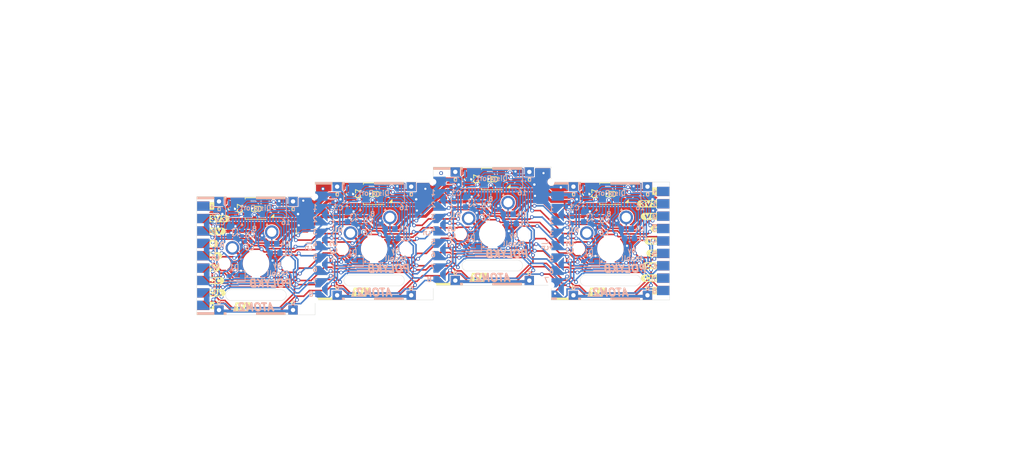
<source format=kicad_pcb>
(kicad_pcb (version 20211014) (generator pcbnew)
  (title_block (title "PolyKB Atom") (date "2022-02-01") (rev "2.1") (company "thpoll"))
  (layers (0 "F.Cu" signal) (31 "B.Cu" signal) (34 "B.Paste" user) (35 "F.Paste" user) (36 "B.SilkS" user "B.Silkscreen") (37 "F.SilkS" user "F.Silkscreen") (38 "B.Mask" user) (39 "F.Mask" user) (44 "Edge.Cuts" user))
  (net 0 "")
  (net 1 "/Keyboard/sheet605ED2EB/GND")
  (net 2 "/Keyboard/sheet605ED2EB/3V3")
  (net 3 "/Keyboard/sheet605ED2EB/4V2")
  (net 4 "Net-(C4-Pad1)")
  (net 5 "Net-(C5-Pad2)")
  (net 6 "Net-(C5-Pad1)")
  (net 7 "Net-(C6-Pad2)")
  (net 8 "Net-(C6-Pad1)")
  (net 9 "/Keyboard/sheet605ED2EB/CS")
  (net 10 "/Keyboard/sheet605ED2EB/RESET")
  (net 11 "/Keyboard/sheet605ED2EB/D-C")
  (net 12 "/Keyboard/sheet605ED2EB/SCLK")
  (net 13 "/Keyboard/sheet605ED2EB/SDIN")
  (net 14 "/Keyboard/sheet605ED2EB/LED_DIN")
  (net 15 "/Keyboard/sheet605ED2EB/5V")
  (net 16 "Net-(D1-Pad2)")
  (net 17 "/Keyboard/sheet605ED2EB/KeyRow")
  (net 18 "/Keyboard/sheet605ED2EB/KeyCol")
  (net 19 "CS8")
  (net 20 "CS7")
  (net 21 "CS6")
  (net 22 "CS5")
  (net 23 "CS4")
  (net 24 "CS3")
  (net 25 "CS2")
  (net 26 "CS1")
  (net 27 "Net-(C1-Pad1)")
  (footprint "poly_kb:AtomConnect2" (layer "F.Cu") (at 55.118 63.6778 -90)
    (fp_text reference "J3" hide)
    (fp_text value "WestFront")
  )
  (footprint "poly_kb:WS2812B-Mini" (layer "F.Cu") (at 63.627 56.0578)
    (fp_text reference "LED1" hide)
    (fp_text value "WS2812B-Mini")
  )
  (footprint "poly_kb:SW_Cherry_MX_1.00u_PCB_NoSilk" (layer "F.Cu") (at 66.167 59.8678)
    (fp_text reference "SW1" hide)
    (fp_text value "SW_Push")
  )
  (footprint "poly_kb:TestPoin_1.5x1.5mm_Drill0.7mm" (layer "F.Cu") (at 69.596 54.9148)
    (fp_text reference "J2" hide)
    (fp_text value "North")
  )
  (footprint "poly_kb:TestPoin_1.5x1.5mm_Drill0.7mm" (layer "F.Cu") (at 57.658 54.9148)
    (fp_text reference "J8" hide)
    (fp_text value "North2")
  )
  (footprint "poly_kb:TestPoin_1.5x1.5mm_Drill0.7mm" (layer "F.Cu") (at 69.596 72.4408)
    (fp_text reference "J9" hide)
    (fp_text value "South2")
  )
  (footprint "poly_kb:TestPoin_1.5x1.5mm_Drill0.7mm" (layer "F.Cu") (at 57.658 72.4408)
    (fp_text reference "J7" hide)
    (fp_text value "South")
  )
  (footprint "kibuzzard-61EFD908" (layer "F.Cu") (at 56.515 71.7042)
    (fp_text reference "kibuzzard-61EFD908" hide)
    (fp_text value "G***" hide)
  )
  (footprint "kibuzzard-61EFD7F9" (layer "F.Cu") (at 127.4318 63.27775)
    (fp_text reference "kibuzzard-61EFD7F9" hide)
    (fp_text value "G***" hide)
  )
  (footprint "poly_kb:TestPoin_1.5x1.5mm_Drill0.7mm" (layer "F.Cu") (at 76.708 70.05955)
    (fp_text reference "J7" hide)
    (fp_text value "South")
  )
  (footprint "poly_kb:SW_Cherry_MX_1.00u_PCB_NoSilk" (layer "F.Cu") (at 104.267 55.1053)
    (fp_text reference "SW1" hide)
    (fp_text value "SW_Push")
  )
  (footprint "" (layer "F.Cu") (at 73.152 70.8278)
    (fp_text reference "")
    (fp_text value "")
  )
  (footprint "poly_kb:TestPoin_1.5x1.5mm_Drill0.7mm" (layer "F.Cu") (at 95.758 67.6783)
    (fp_text reference "J7" hide)
    (fp_text value "South")
  )
  (footprint "" (layer "F.Cu") (at 111.252 51.7678)
    (fp_text reference "")
    (fp_text value "")
  )
  (footprint "kibuzzard-61EFD947" (layer "F.Cu") (at 127.889 53.27015)
    (fp_text reference "kibuzzard-61EFD947" hide)
    (fp_text value "G***" hide)
  )
  (footprint "poly_kb:SW_Cherry_MX_1.00u_PCB_NoSilk" (layer "F.Cu") (at 123.317 57.48655)
    (fp_text reference "SW1" hide)
    (fp_text value "SW_Push")
  )
  (footprint "kibuzzard-61EFDAC6" (layer "F.Cu") (at 127.8382 59.31535)
    (fp_text reference "kibuzzard-61EFDAC6" hide)
    (fp_text value "G***" hide)
  )
  (footprint "poly_kb:TestPoin_1.5x1.5mm_Drill0.7mm" (layer "F.Cu") (at 95.758 50.1523)
    (fp_text reference "J8" hide)
    (fp_text value "North2")
  )
  (footprint "kibuzzard-61EFDD1E" (layer "F.Cu") (at 61.341 71.9328)
    (fp_text reference "kibuzzard-61EFDD1E" hide)
    (fp_text value "G***" hide)
  )
  (footprint "poly_kb:SW_Cherry_MX_1.00u_PCB_NoSilk" (layer "F.Cu") (at 85.217 57.48655)
    (fp_text reference "SW1" hide)
    (fp_text value "SW_Push")
  )
  (footprint "kibuzzard-61EFBE87" (layer "F.Cu") (at 57.9374 59.7154)
    (fp_text reference "kibuzzard-61EFBE87" hide)
    (fp_text value "G***" hide)
  )
  (footprint "poly_kb:TestPoin_1.5x1.5mm_Drill0.7mm" (layer "F.Cu") (at 88.646 70.05955)
    (fp_text reference "J9" hide)
    (fp_text value "South2")
  )
  (footprint "poly_kb:WS2812B-Mini" (layer "F.Cu") (at 101.727 51.2953)
    (fp_text reference "LED1" hide)
    (fp_text value "WS2812B-Mini")
  )
  (footprint "" (layer "F.Cu") (at 92.202 51.7678)
    (fp_text reference "")
    (fp_text value "")
  )
  (footprint "poly_kb:TestPoin_1.5x1.5mm_Drill0.7mm" (layer "F.Cu") (at 126.746 52.53355)
    (fp_text reference "J2" hide)
    (fp_text value "North")
  )
  (footprint "kibuzzard-61EFBE2C" (layer "F.Cu") (at 57.3278 67.691)
    (fp_text reference "kibuzzard-61EFBE2C" hide)
    (fp_text value "G***" hide)
  )
  (footprint "kibuzzard-61EFAA6D" (layer "F.Cu") (at 127.2794 61.29655)
    (fp_text reference "kibuzzard-61EFAA6D" hide)
    (fp_text value "G***" hide)
  )
  (footprint "kibuzzard-61EFABBF" (layer "F.Cu") (at 127.0762 65.30975)
    (fp_text reference "kibuzzard-61EFABBF" hide)
    (fp_text value "G***" hide)
  )
  (footprint "kibuzzard-61EFDD1E" (layer "F.Cu") (at 118.491 69.55155)
    (fp_text reference "kibuzzard-61EFDD1E" hide)
    (fp_text value "G***" hide)
  )
  (footprint "Capacitor_SMD:C_0603_1608Metric" (layer "F.Cu") (at 116.7765 53.67655 -90)
    (fp_text reference "C7")
    (fp_text value "100nF")
  )
  (footprint "poly_kb:TestPoin_1.5x1.5mm_Drill0.7mm" (layer "F.Cu") (at 114.808 70.05955)
    (fp_text reference "J7" hide)
    (fp_text value "South")
  )
  (footprint "poly_kb:AtomConnect2" (layer "F.Cu") (at 129.286 61.29655 -90)
    (fp_text reference "J4" hide)
    (fp_text value "EastFront")
  )
  (footprint "kibuzzard-61EFD908" (layer "F.Cu") (at 127.889 69.32295)
    (fp_text reference "kibuzzard-61EFD908" hide)
    (fp_text value "G***" hide)
  )
  (footprint "poly_kb:TestPoin_1.5x1.5mm_Drill0.7mm" (layer "F.Cu") (at 107.696 67.6783)
    (fp_text reference "J9" hide)
    (fp_text value "South2")
  )
  (footprint "Capacitor_SMD:C_0603_1608Metric" (layer "F.Cu") (at 78.6765 53.67655 -90)
    (fp_text reference "C7")
    (fp_text value "100nF")
  )
  (footprint "kibuzzard-61EFDD1E" (layer "F.Cu") (at 80.391 69.55155)
    (fp_text reference "kibuzzard-61EFDD1E" hide)
    (fp_text value "G***" hide)
  )
  (footprint "kibuzzard-61EFDAA0" (layer "F.Cu") (at 56.8706 61.6966)
    (fp_text reference "kibuzzard-61EFDAA0" hide)
    (fp_text value "G***" hide)
  )
  (footprint "" (layer "F.Cu") (at 92.202 68.4428)
    (fp_text reference "")
    (fp_text value "")
  )
  (footprint "kibuzzard-61EFA8F1" (layer "F.Cu") (at 126.9746 67.29095)
    (fp_text reference "kibuzzard-61EFA8F1" hide)
    (fp_text value "G***" hide)
  )
  (footprint "Capacitor_SMD:C_0603_1608Metric" (layer "F.Cu") (at 97.7265 51.2953 -90)
    (fp_text reference "C7")
    (fp_text value "100nF")
  )
  (footprint "poly_kb:WS2812B-Mini" (layer "F.Cu") (at 82.677 53.67655)
    (fp_text reference "LED1" hide)
    (fp_text value "WS2812B-Mini")
  )
  (footprint "" (layer "F.Cu") (at 73.152 54.1528)
    (fp_text reference "")
    (fp_text value "")
  )
  (footprint "kibuzzard-61EFD879" (layer "F.Cu") (at 57.744 57.6906)
    (fp_text reference "kibuzzard-61EFD879" hide)
    (fp_text value "G***" hide)
  )
  (footprint "" (layer "F.Cu") (at 111.252 68.4428)
    (fp_text reference "")
    (fp_text value "")
  )
  (footprint "kibuzzard-61EFDAEE" (layer "F.Cu") (at 57.154239 63.677507)
    (fp_text reference "kibuzzard-61EFDAEE" hide)
    (fp_text value "G***" hide)
  )
  (footprint "poly_kb:WS2812B-Mini" (layer "F.Cu") (at 120.777 53.67655)
    (fp_text reference "LED1" hide)
    (fp_text value "WS2812B-Mini")
  )
  (footprint "kibuzzard-61EFBE21" (layer "F.Cu") (at 56.9722 65.659)
    (fp_text reference "kibuzzard-61EFBE21" hide)
    (fp_text value "G***" hide)
  )
  (footprint "poly_kb:TestPoin_1.5x1.5mm_Drill0.7mm" (layer "F.Cu") (at 114.808 52.53355)
    (fp_text reference "J8" hide)
    (fp_text value "North2")
  )
  (footprint "kibuzzard-61EFD947" (layer "F.Cu") (at 56.515 55.6514)
    (fp_text reference "kibuzzard-61EFD947" hide)
    (fp_text value "G***" hide)
  )
  (footprint "kibuzzard-61EFACF9" (layer "F.Cu") (at 126.4666 57.33415)
    (fp_text reference "kibuzzard-61EFACF9" hide)
    (fp_text value "G***" hide)
  )
  (footprint "kibuzzard-61EFD863" (layer "F.Cu") (at 126.6698 55.30215)
    (fp_text reference "kibuzzard-61EFD863" hide)
    (fp_text value "G***" hide)
  )
  (footprint "poly_kb:TestPoin_1.5x1.5mm_Drill0.7mm" (layer "F.Cu") (at 88.646 52.53355)
    (fp_text reference "J2" hide)
    (fp_text value "North")
  )
  (footprint "poly_kb:TestPoin_1.5x1.5mm_Drill0.7mm" (layer "F.Cu") (at 107.696 50.1523)
    (fp_text reference "J2" hide)
    (fp_text value "North")
  )
  (footprint "poly_kb:TestPoin_1.5x1.5mm_Drill0.7mm" (layer "F.Cu") (at 126.746 70.05955)
    (fp_text reference "J9" hide)
    (fp_text value "South2")
  )
  (footprint "kibuzzard-61EFBE3D" (layer "F.Cu") (at 57.4294 69.6722)
    (fp_text reference "kibuzzard-61EFBE3D" hide)
    (fp_text value "G***" hide)
  )
  (footprint "poly_kb:TestPoin_1.5x1.5mm_Drill0.7mm" (layer "F.Cu") (at 76.708 52.53355)
    (fp_text reference "J8" hide)
    (fp_text value "North2")
  )
  (footprint "kibuzzard-61EFDD1E" (layer "F.Cu") (at 99.441 67.1703)
    (fp_text reference "kibuzzard-61EFDD1E" hide)
    (fp_text value "G***" hide)
  )
  (footprint "Capacitor_SMD:C_0603_1608Metric" (layer "F.Cu") (at 59.6265 56.0578 -90)
    (fp_text reference "C7")
    (fp_text value "100nF")
  )
  (footprint "Capacitor_SMD:C_0603_1608Metric" (layer "B.Cu") (at 66.702 63.2528 180)
    (fp_text reference "C1")
    (fp_text value "2.2uF")
  )
  (footprint "Capacitor_SMD:C_0603_1608Metric" (layer "B.Cu") (at 59.309 59.8046 90)
    (fp_text reference "C2")
    (fp_text value "2.2uF")
  )
  (footprint "Capacitor_SMD:C_0402_1005Metric" (layer "B.Cu") (at 57.023 56.9468 90)
    (fp_text reference "C3" hide)
    (fp_text value "1uF")
  )
  (footprint "Capacitor_SMD:C_0603_1608Metric" (layer "B.Cu") (at 66.202 61.7528 180)
    (fp_text reference "C4")
    (fp_text value "4.7uF")
  )
  (footprint "Capacitor_SMD:C_0402_1005Metric" (layer "B.Cu") (at 61.3918 60.0176 90)
    (fp_text reference "C5")
    (fp_text value "1uF")
  )
  (footprint "Capacitor_SMD:C_0402_1005Metric" (layer "B.Cu") (at 62.357 61.3918)
    (fp_text reference "C6")
    (fp_text value "1uF")
  )
  (footprint "poly_kb:D_SOD-323Ext" (layer "B.Cu") (at 60.325 66.9528 180)
    (fp_text reference "D1")
    (fp_text value "D_Small")
  )
  (footprint "poly_kb:FPC_16_JUSHUO_AFC05_S16FIA_00" (layer "B.Cu") (at 63.627 57.9628)
    (fp_text reference "J1" hide)
    (fp_text value "Conn_01x16")
  )
  (footprint "poly_kb:AtomConnectCS" (layer "B.Cu") (at 55.118 63.6778 -90)
    (fp_text reference "J5" hide)
    (fp_text value "WestBack")
  )
  (footprint "Capacitor_SMD:C_0603_1608Metric" (layer "B.Cu") (at 104.802 58.4903 180)
    (fp_text reference "C1")
    (fp_text value "2.2uF")
  )
  (footprint "poly_kb:D_SOD-323Ext" (layer "B.Cu") (at 117.475 64.57155 180)
    (fp_text reference "D1")
    (fp_text value "D_Small")
  )
  (footprint "Capacitor_SMD:C_0402_1005Metric" (layer "B.Cu") (at 76.073 54.56555 90)
    (fp_text reference "C3" hide)
    (fp_text value "1uF")
  )
  (footprint "Capacitor_SMD:C_0603_1608Metric" (layer "B.Cu") (at 123.852 60.87155 180)
    (fp_text reference "C1")
    (fp_text value "2.2uF")
  )
  (footprint "poly_kb:AtomConnectCS" (layer "B.Cu") (at 74.168 62.04655 -90)
    (fp_text reference "J5")
    (fp_text value "WestBack")
  )
  (footprint "poly_kb:AtomConnectCS" (layer "B.Cu") (at 93.218 59.6653 -90)
    (fp_text reference "J5")
    (fp_text value "WestBack")
  )
  (footprint "poly_kb:FPC_16_JUSHUO_AFC05_S16FIA_00" (layer "B.Cu") (at 101.727 53.2003)
    (fp_text reference "J1" hide)
    (fp_text value "Conn_01x16")
  )
  (footprint "Capacitor_SMD:C_0402_1005Metric" (layer "B.Cu") (at 95.123 52.1843 90)
    (fp_text reference "C3" hide)
    (fp_text value "1uF")
  )
  (footprint "Capacitor_SMD:C_0603_1608Metric" (layer "B.Cu") (at 116.459 57.42335 90)
    (fp_text reference "C2")
    (fp_text value "2.2uF")
  )
  (footprint "poly_kb:AtomConnectCS" (layer "B.Cu") (at 112.268 62.04655 -90)
    (fp_text reference "J5")
    (fp_text value "WestBack")
  )
  (footprint "Capacitor_SMD:C_0402_1005Metric" (layer "B.Cu") (at 114.173 54.56555 90)
    (fp_text reference "C3" hide)
    (fp_text value "1uF")
  )
  (footprint "poly_kb:D_SOD-323Ext" (layer "B.Cu") (at 79.375 64.57155 180)
    (fp_text reference "D1")
    (fp_text value "D_Small")
  )
  (footprint "Capacitor_SMD:C_0402_1005Metric" (layer "B.Cu") (at 119.507 59.01055)
    (fp_text reference "C6")
    (fp_text value "1uF")
  )
  (footprint "poly_kb:AtomConnect2" (layer "B.Cu") (at 129.286 61.29655 -90)
    (fp_text reference "J6" hide)
    (fp_text value "EastBack")
  )
  (footprint "Resistor_SMD:R_0402_1005Metric" (layer "B.Cu") (at 95.602 55.6281 -90)
    (fp_text reference "R1")
    (fp_text value "1M")
  )
  (footprint "Capacitor_SMD:C_0402_1005Metric" (layer "B.Cu") (at 100.457 56.6293)
    (fp_text reference "C6")
    (fp_text value "1uF")
  )
  (footprint "Resistor_SMD:R_0402_1005Metric" (layer "B.Cu") (at 114.652 58.00935 -90)
    (fp_text reference "R1")
    (fp_text value "1M")
  )
  (footprint "Capacitor_SMD:C_0402_1005Metric" (layer "B.Cu") (at 80.4418 57.63635 90)
    (fp_text reference "C5")
    (fp_text value "1uF")
  )
  (footprint "Capacitor_SMD:C_0603_1608Metric" (layer "B.Cu") (at 104.302 56.9903 180)
    (fp_text reference "C4")
    (fp_text value "4.7uF")
  )
  (footprint "Capacitor_SMD:C_0603_1608Metric" (layer "B.Cu") (at 123.352 59.37155 180)
    (fp_text reference "C4")
    (fp_text value "4.7uF")
  )
  (footprint "poly_kb:D_SOD-323Ext" (layer "B.Cu") (at 98.425 62.1903 180)
    (fp_text reference "D1")
    (fp_text value "D_Small")
  )
  (footprint "poly_kb:FPC_16_JUSHUO_AFC05_S16FIA_00" (layer "B.Cu") (at 82.677 55.58155)
    (fp_text reference "J1" hide)
    (fp_text value "Conn_01x16")
  )
  (footprint "Capacitor_SMD:C_0603_1608Metric" (layer "B.Cu") (at 97.409 55.0421 90)
    (fp_text reference "C2")
    (fp_text value "2.2uF")
  )
  (footprint "Resistor_SMD:R_0402_1005Metric" (layer "B.Cu") (at 57.502 60.3906 -90)
    (fp_text reference "R1")
    (fp_text value "1M")
  )
  (footprint "Capacitor_SMD:C_0603_1608Metric" (layer "B.Cu") (at 85.752 60.87155 180)
    (fp_text reference "C1")
    (fp_text value "2.2uF")
  )
  (footprint "Capacitor_SMD:C_0603_1608Metric" (layer "B.Cu") (at 85.252 59.37155 180)
    (fp_text reference "C4")
    (fp_text value "4.7uF")
  )
  (footprint "poly_kb:FPC_16_JUSHUO_AFC05_S16FIA_00" (layer "B.Cu") (at 120.777 55.58155)
    (fp_text reference "J1" hide)
    (fp_text value "Conn_01x16")
  )
  (footprint "Capacitor_SMD:C_0402_1005Metric" (layer "B.Cu") (at 99.4918 55.2551 90)
    (fp_text reference "C5")
    (fp_text value "1uF")
  )
  (footprint "Capacitor_SMD:C_0402_1005Metric" (layer "B.Cu") (at 118.5418 57.63635 90)
    (fp_text reference "C5")
    (fp_text value "1uF")
  )
  (footprint "Resistor_SMD:R_0402_1005Metric" (layer "B.Cu") (at 76.552 58.00935 -90)
    (fp_text reference "R1")
    (fp_text value "1M")
  )
  (footprint "Capacitor_SMD:C_0603_1608Metric" (layer "B.Cu") (at 78.359 57.42335 90)
    (fp_text reference "C2")
    (fp_text value "2.2uF")
  )
  (footprint "Capacitor_SMD:C_0402_1005Metric" (layer "B.Cu") (at 81.407 59.01055)
    (fp_text reference "C6")
    (fp_text value "1uF")
  )
  (gr_poly (pts (xy 68.3895 73.2282) (xy 63.627 73.2282) (xy 63.627 72.7964) (xy 68.3895 72.7964)) (layer "B.SilkS") (width 0) (fill solid))
  (gr_poly (pts (xy 56.8706 54.5608) (xy 54.0766 54.5608) (xy 54.0766 54.1274) (xy 56.8706 54.1274)) (layer "B.SilkS") (width 0) (fill solid))
  (gr_poly (pts (xy 58.8645 54.5608) (xy 58.4454 54.5608) (xy 58.4454 54.1274) (xy 58.8645 54.1274)) (layer "B.SilkS") (width 0) (fill solid))
  (gr_poly (pts (xy 58.8645 73.2282) (xy 58.4454 73.2282) (xy 58.4454 72.8091) (xy 58.8645 72.8091)) (layer "B.SilkS") (width 0) (fill solid))
  (gr_poly (pts (xy 56.8706 73.2282) (xy 54.102 73.2282) (xy 54.102 72.788864) (xy 56.8706 72.788864)) (layer "B.SilkS") (width 0) (fill solid))
  (gr_line (start 84.277 56.37155) (end 84.627 56.37155) (layer "B.SilkS") (width 0.12))
  (gr_line (start 114.173 56.97855) (end 113.665 56.47055) (layer "B.SilkS") (width 0.12))
  (gr_line (start 99.402 53.9403) (end 99.552 53.9403) (layer "B.SilkS") (width 0.12))
  (gr_line (start 95.123 64.7573) (end 94.615 65.2653) (layer "B.SilkS") (width 0.12))
  (gr_poly (pts (xy 125.5395 70.84695) (xy 120.777 70.84695) (xy 120.777 70.41515) (xy 125.5395 70.41515)) (layer "B.SilkS") (width 0) (fill solid))
  (gr_line (start 57.023 63.4238) (end 57.023 59.3598) (layer "B.SilkS") (width 0.12))
  (gr_line (start 127.8382 53.62575) (end 127.9398 53.62575) (layer "B.SilkS") (width 0.12))
  (gr_line (start 84.452 56.09655) (end 84.452 56.54655) (layer "B.SilkS") (width 0.12))
  (gr_poly (pts (xy 106.4895 68.4657) (xy 101.727 68.4657) (xy 101.727 68.0339) (xy 106.4895 68.0339)) (layer "B.SilkS") (width 0) (fill solid))
  (gr_line (start 80.352 56.32155) (end 80.502 56.32155) (layer "B.SilkS") (width 0.12))
  (gr_line (start 103.677 53.9903) (end 103.502 53.7153) (layer "B.SilkS") (width 0.12))
  (gr_line (start 99.652 53.9903) (end 99.477 53.7153) (layer "B.SilkS") (width 0.12))
  (gr_line (start 80.602 56.37155) (end 80.427 56.09655) (layer "B.SilkS") (width 0.12))
  (gr_line (start 65.402 58.4778) (end 65.402 58.9278) (layer "B.SilkS") (width 0.12))
  (gr_line (start 56.515 66.7258) (end 57.023 66.7258) (layer "B.SilkS") (width 0.12))
  (gr_line (start 65.227 58.7528) (end 65.577 58.7528) (layer "B.SilkS") (width 0.12))
  (gr_line (start 56.515 55.3466) (end 56.515 55.7022) (layer "B.SilkS") (width 0.12))
  (gr_line (start 76.073 56.97855) (end 75.565 56.47055) (layer "B.SilkS") (width 0.12))
  (gr_line (start 80.427 56.09655) (end 80.252 56.37155) (layer "B.SilkS") (width 0.12))
  (gr_line (start 57.023 69.5198) (end 56.515 70.0278) (layer "B.SilkS") (width 0.12))
  (gr_line (start 56.515 55.7022) (end 56.261 55.7022) (layer "B.SilkS") (width 0.12))
  (gr_line (start 103.327 53.9903) (end 103.677 53.9903) (layer "B.SilkS") (width 0.12))
  (gr_line (start 61.202 58.7528) (end 61.552 58.7528) (layer "B.SilkS") (width 0.12))
  (gr_line (start 99.477 53.7153) (end 99.477 54.1653) (layer "B.SilkS") (width 0.12))
  (gr_line (start 95.123 58.6613) (end 95.123 54.5973) (layer "B.SilkS") (width 0.12))
  (gr_line (start 94.615 57.8993) (end 95.123 57.8993) (layer "B.SilkS") (width 0.12))
  (gr_line (start 99.477 53.7153) (end 99.302 53.9903) (layer "B.SilkS") (width 0.12))
  (gr_poly (pts (xy 87.4395 52.17955) (xy 82.677 52.17955) (xy 82.677 51.74615) (xy 87.4395 51.74615)) (layer "B.SilkS") (width 0) (fill solid))
  (gr_line (start 56.515 55.7022) (end 56.769 55.7022) (layer "B.SilkS") (width 0.12))
  (gr_poly (pts (xy 77.9145 70.84695) (xy 77.4954 70.84695) (xy 77.4954 70.42785) (xy 77.9145 70.42785)) (layer "B.SilkS") (width 0) (fill solid))
  (gr_line (start 76.073 67.13855) (end 75.565 67.64655) (layer "B.SilkS") (width 0.12))
  (gr_line (start 127.889 53.32095) (end 127.635 53.32095) (layer "B.SilkS") (width 0.12))
  (gr_line (start 61.302 58.7028) (end 61.452 58.7028) (layer "B.SilkS") (width 0.12))
  (gr_poly (pts (xy 96.9645 68.4657) (xy 96.5454 68.4657) (xy 96.5454 68.0466) (xy 96.9645 68.0466)) (layer "B.SilkS") (width 0) (fill solid))
  (gr_line (start 65.327 58.7028) (end 65.477 58.7028) (layer "B.SilkS") (width 0.12))
  (gr_line (start 122.727 56.37155) (end 122.552 56.09655) (layer "B.SilkS") (width 0.12))
  (gr_poly (pts (xy 116.0145 70.84695) (xy 115.5954 70.84695) (xy 115.5954 70.42785) (xy 116.0145 70.42785)) (layer "B.SilkS") (width 0) (fill solid))
  (gr_line (start 122.552 56.09655) (end 122.552 56.54655) (layer "B.SilkS") (width 0.12))
  (gr_line (start 118.527 56.09655) (end 118.527 56.54655) (layer "B.SilkS") (width 0.12))
  (gr_line (start 118.702 56.37155) (end 118.527 56.09655) (layer "B.SilkS") (width 0.12))
  (gr_line (start 84.627 56.37155) (end 84.452 56.09655) (layer "B.SilkS") (width 0.12))
  (gr_line (start 103.427 53.9403) (end 103.577 53.9403) (layer "B.SilkS") (width 0.12))
  (gr_line (start 82.427 56.27155) (end 82.427 56.09655) (layer "B.SilkS") (width 0.12))
  (gr_line (start 118.452 56.32155) (end 118.602 56.32155) (layer "B.SilkS") (width 0.12))
  (gr_line (start 127.7366 53.47335) (end 128.0414 53.47335) (layer "B.SilkS") (width 0.12))
  (gr_line (start 61.377 58.4778) (end 61.202 58.7528) (layer "B.SilkS") (width 0.12))
  (gr_line (start 103.502 53.7153) (end 103.502 54.1653) (layer "B.SilkS") (width 0.12))
  (gr_line (start 114.173 67.13855) (end 113.665 67.64655) (layer "B.SilkS") (width 0.12))
  (gr_line (start 127.889 53.32095) (end 128.143 53.32095) (layer "B.SilkS") (width 0.12))
  (gr_poly (pts (xy 116.0145 52.17955) (xy 115.5954 52.17955) (xy 115.5954 51.74615) (xy 116.0145 51.74615)) (layer "B.SilkS") (width 0) (fill solid))
  (gr_line (start 65.577 58.7528) (end 65.402 58.4778) (layer "B.SilkS") (width 0.12))
  (gr_line (start 95.123 54.5973) (end 94.615 54.0893) (layer "B.SilkS") (width 0.12))
  (gr_line (start 103.502 53.7153) (end 103.327 53.9903) (layer "B.SilkS") (width 0.12))
  (gr_line (start 122.377 56.37155) (end 122.727 56.37155) (layer "B.SilkS") (width 0.12))
  (gr_line (start 80.427 56.09655) (end 80.427 56.54655) (layer "B.SilkS") (width 0.12))
  (gr_line (start 122.552 56.09655) (end 122.377 56.37155) (layer "B.SilkS") (width 0.12))
  (gr_line (start 76.073 61.04255) (end 76.073 56.97855) (layer "B.SilkS") (width 0.12))
  (gr_line (start 113.665 64.34455) (end 114.173 64.34455) (layer "B.SilkS") (width 0.12))
  (gr_poly (pts (xy 114.0206 52.17955) (xy 111.2266 52.17955) (xy 111.2266 51.74615) (xy 114.0206 51.74615)) (layer "B.SilkS") (width 0) (fill solid))
  (gr_poly (pts (xy 68.3895 54.5608) (xy 63.627 54.5608) (xy 63.627 54.1274) (xy 68.3895 54.1274)) (layer "B.SilkS") (width 0) (fill solid))
  (gr_line (start 95.123 61.2013) (end 95.123 64.7573) (layer "B.SilkS") (width 0.12))
  (gr_poly (pts (xy 112.141 70.84695) (xy 111.252 70.84695) (xy 111.252 70.407614) (xy 112.141 70.407614)) (layer "B.SilkS") (width 0) (fill solid))
  (gr_line (start 76.073 63.58255) (end 76.073 67.13855) (layer "B.SilkS") (width 0.12))
  (gr_line (start 56.3626 55.8546) (end 56.6674 55.8546) (layer "B.SilkS") (width 0.12))
  (gr_poly (pts (xy 87.4395 70.84695) (xy 82.677 70.84695) (xy 82.677 70.41515) (xy 87.4395 70.41515)) (layer "B.SilkS") (width 0) (fill solid))
  (gr_line (start 114.173 63.58255) (end 114.173 67.13855) (layer "B.SilkS") (width 0.12))
  (gr_line (start 56.515 62.6618) (end 57.023 62.6618) (layer "B.SilkS") (width 0.12))
  (gr_line (start 75.565 64.34455) (end 76.073 64.34455) (layer "B.SilkS") (width 0.12))
  (gr_poly (pts (xy 77.9145 52.17955) (xy 77.4954 52.17955) (xy 77.4954 51.74615) (xy 77.9145 51.74615)) (layer "B.SilkS") (width 0) (fill solid))
  (gr_poly (pts (xy 94.9706 49.7983) (xy 92.1766 49.7983) (xy 92.1766 49.3649) (xy 94.9706 49.3649)) (layer "B.SilkS") (width 0) (fill solid))
  (gr_poly (pts (xy 125.5395 52.17955) (xy 120.777 52.17955) (xy 120.777 51.74615) (xy 125.5395 51.74615)) (layer "B.SilkS") (width 0) (fill solid))
  (gr_poly (pts (xy 106.4895 49.7983) (xy 101.727 49.7983) (xy 101.727 49.3649) (xy 106.4895 49.3649)) (layer "B.SilkS") (width 0) (fill solid))
  (gr_line (start 84.452 56.09655) (end 84.277 56.37155) (layer "B.SilkS") (width 0.12))
  (gr_line (start 61.552 58.7528) (end 61.377 58.4778) (layer "B.SilkS") (width 0.12))
  (gr_line (start 57.023 65.9638) (end 57.023 69.5198) (layer "B.SilkS") (width 0.12))
  (gr_line (start 65.402 58.4778) (end 65.227 58.7528) (layer "B.SilkS") (width 0.12))
  (gr_line (start 63.377 58.6528) (end 63.377 58.4778) (layer "B.SilkS") (width 0.12))
  (gr_line (start 118.527 56.09655) (end 118.352 56.37155) (layer "B.SilkS") (width 0.12))
  (gr_line (start 113.665 60.28055) (end 114.173 60.28055) (layer "B.SilkS") (width 0.12))
  (gr_line (start 120.527 56.27155) (end 120.527 56.09655) (layer "B.SilkS") (width 0.12))
  (gr_line (start 57.023 59.3598) (end 56.515 58.8518) (layer "B.SilkS") (width 0.12))
  (gr_line (start 99.302 53.9903) (end 99.652 53.9903) (layer "B.SilkS") (width 0.12))
  (gr_line (start 80.252 56.37155) (end 80.602 56.37155) (layer "B.SilkS") (width 0.12))
  (gr_line (start 75.565 60.28055) (end 76.073 60.28055) (layer "B.SilkS") (width 0.12))
  (gr_line (start 94.615 61.9633) (end 95.123 61.9633) (layer "B.SilkS") (width 0.12))
  (gr_line (start 114.173 61.04255) (end 114.173 56.97855) (layer "B.SilkS") (width 0.12))
  (gr_line (start 84.377 56.32155) (end 84.527 56.32155) (layer "B.SilkS") (width 0.12))
  (gr_line (start 127.889 52.96535) (end 127.889 53.32095) (layer "B.SilkS") (width 0.12))
  (gr_line (start 122.477 56.32155) (end 122.627 56.32155) (layer "B.SilkS") (width 0.12))
  (gr_line (start 61.377 58.4778) (end 61.377 58.9278) (layer "B.SilkS") (width 0.12))
  (gr_line (start 118.352 56.37155) (end 118.702 56.37155) (layer "B.SilkS") (width 0.12))
  (gr_poly (pts (xy 75.9206 52.17955) (xy 73.1266 52.17955) (xy 73.1266 51.74615) (xy 75.9206 51.74615)) (layer "B.SilkS") (width 0) (fill solid))
  (gr_line (start 56.4642 56.007) (end 56.5658 56.007) (layer "B.SilkS") (width 0.12))
  (gr_line (start 101.477 53.8903) (end 101.477 53.7153) (layer "B.SilkS") (width 0.12))
  (gr_poly (pts (xy 96.9645 49.7983) (xy 96.5454 49.7983) (xy 96.5454 49.3649) (xy 96.9645 49.3649)) (layer "B.SilkS") (width 0) (fill solid))
  (gr_poly (pts (xy 68.3895 54.5608) (xy 63.627 54.5608) (xy 63.627 54.1274) (xy 68.3895 54.1274)) (layer "F.SilkS") (width 0) (fill solid))
  (gr_poly (pts (xy 96.9645 49.7983) (xy 96.5454 49.7983) (xy 96.5454 49.3649) (xy 96.9645 49.3649)) (layer "F.SilkS") (width 0) (fill solid))
  (gr_line (start 56.6928 59.2582) (end 56.6928 59.309) (layer "F.SilkS") (width 0.12))
  (gr_line (start 70.1294 59.2074) (end 70.1294 60.2234) (layer "F.SilkS") (width 0.135))
  (gr_line (start 127.9652 57.38495) (end 127.508 57.38495) (layer "F.SilkS") (width 0.12))
  (gr_line (start 128.016 56.92775) (end 128.016 56.82615) (layer "F.SilkS") (width 0.12))
  (gr_poly (pts (xy 87.4395 70.84695) (xy 82.677 70.84695) (xy 82.677 70.44055) (xy 87.4395 70.44055)) (layer "F.SilkS") (width 0) (fill solid))
  (gr_poly (pts (xy 87.4395 52.17955) (xy 82.677 52.17955) (xy 82.677 51.74615) (xy 87.4395 51.74615)) (layer "F.SilkS") (width 0) (fill solid))
  (gr_line (start 56.9468 59.309) (end 56.9468 59.2074) (layer "F.SilkS") (width 0.12))
  (gr_poly (pts (xy 94.9706 49.7983) (xy 92.1766 49.7983) (xy 92.1766 49.3649) (xy 94.9706 49.3649)) (layer "F.SilkS") (width 0) (fill solid))
  (gr_line (start 127.7112 56.92775) (end 127.7112 56.87695) (layer "F.SilkS") (width 0.12))
  (gr_line (start 56.2102 59.2074) (end 57.1754 59.2074) (layer "F.SilkS") (width 0.135))
  (gr_line (start 56.642 59.309) (end 56.642 59.2582) (layer "F.SilkS") (width 0.12))
  (gr_line (start 57.0992 59.309) (end 56.9468 59.309) (layer "F.SilkS") (width 0.12))
  (gr_line (start 128.1684 56.92775) (end 128.016 56.92775) (layer "F.SilkS") (width 0.12))
  (gr_poly (pts (xy 77.9145 52.17955) (xy 77.4954 52.17955) (xy 77.4954 51.74615) (xy 77.9145 51.74615)) (layer "F.SilkS") (width 0) (fill solid))
  (gr_poly (pts (xy 116.0145 52.17955) (xy 115.5954 52.17955) (xy 115.5954 51.74615) (xy 116.0145 51.74615)) (layer "F.SilkS") (width 0) (fill solid))
  (gr_line (start 57.1754 60.2234) (end 56.2102 60.2234) (layer "F.SilkS") (width 0.135))
  (gr_line (start 127.508 57.58815) (end 127.9652 57.58815) (layer "F.SilkS") (width 0.12))
  (gr_poly (pts (xy 114.0206 52.17955) (xy 111.2266 52.17955) (xy 111.2266 51.74615) (xy 114.0206 51.74615)) (layer "F.SilkS") (width 0) (fill solid))
  (gr_line (start 127.2794 56.82615) (end 127.2794 57.84215) (layer "F.SilkS") (width 0.135))
  (gr_line (start 56.261 59.309) (end 56.388 59.309) (layer "F.SilkS") (width 0.12))
  (gr_line (start 128.1938 56.82615) (end 128.1938 57.84215) (layer "F.SilkS") (width 0.135))
  (gr_line (start 56.2102 59.2074) (end 56.2102 60.2234) (layer "F.SilkS") (width 0.135))
  (gr_poly (pts (xy 75.9206 70.84695) (xy 73.1266 70.84695) (xy 73.1266 70.44055) (xy 75.9206 70.44055)) (layer "F.SilkS") (width 0) (fill solid))
  (gr_poly (pts (xy 116.0145 70.84695) (xy 115.5954 70.84695) (xy 115.5954 70.44055) (xy 116.0145 70.44055)) (layer "F.SilkS") (width 0) (fill solid))
  (gr_line (start 127.2286 56.82615) (end 128.1938 56.82615) (layer "F.SilkS") (width 0.135))
  (gr_poly (pts (xy 58.8645 54.5608) (xy 58.4454 54.5608) (xy 58.4454 54.1274) (xy 58.8645 54.1274)) (layer "F.SilkS") (width 0) (fill solid))
  (gr_line (start 56.4388 59.563) (end 56.896 59.563) (layer "F.SilkS") (width 0.12))
  (gr_poly (pts (xy 106.4895 68.4657) (xy 101.727 68.4657) (xy 101.727 68.0593) (xy 106.4895 68.0593)) (layer "F.SilkS") (width 0) (fill solid))
  (gr_line (start 56.4388 59.9694) (end 56.896 59.9694) (layer "F.SilkS") (width 0.12))
  (gr_poly (pts (xy 56.8706 54.5608) (xy 54.0766 54.5608) (xy 54.0766 54.1274) (xy 56.8706 54.1274)) (layer "F.SilkS") (width 0) (fill solid))
  (gr_line (start 127.762 56.92775) (end 127.7112 56.92775) (layer "F.SilkS") (width 0.12))
  (gr_poly (pts (xy 75.9206 52.17955) (xy 73.1266 52.17955) (xy 73.1266 51.74615) (xy 75.9206 51.74615)) (layer "F.SilkS") (width 0) (fill solid))
  (gr_poly (pts (xy 106.4895 49.7983) (xy 101.727 49.7983) (xy 101.727 49.3649) (xy 106.4895 49.3649)) (layer "F.SilkS") (width 0) (fill solid))
  (gr_line (start 127.508 57.18175) (end 127.9652 57.18175) (layer "F.SilkS") (width 0.12))
  (gr_poly (pts (xy 125.5395 52.17955) (xy 120.777 52.17955) (xy 120.777 51.74615) (xy 125.5395 51.74615)) (layer "F.SilkS") (width 0) (fill solid))
  (gr_line (start 56.6928 59.309) (end 56.642 59.309) (layer "F.SilkS") (width 0.12))
  (gr_poly (pts (xy 114.0206 70.84695) (xy 111.2266 70.84695) (xy 111.2266 70.44055) (xy 114.0206 70.44055)) (layer "F.SilkS") (width 0) (fill solid))
  (gr_line (start 128.1938 57.84215) (end 127.2286 57.84215) (layer "F.SilkS") (width 0.135))
  (gr_line (start 56.896 59.7662) (end 56.4388 59.7662) (layer "F.SilkS") (width 0.12))
  (gr_poly (pts (xy 58.8645 73.2282) (xy 58.4454 73.2282) (xy 58.4454 72.8218) (xy 58.8645 72.8218)) (layer "F.SilkS") (width 0) (fill solid))
  (gr_line (start 56.388 59.309) (end 56.388 59.2074) (layer "F.SilkS") (width 0.12))
  (gr_line (start 127.762 56.87695) (end 127.762 56.92775) (layer "F.SilkS") (width 0.12))
  (gr_poly (pts (xy 68.3895 73.2282) (xy 63.627 73.2282) (xy 63.627 72.8218) (xy 68.3895 72.8218)) (layer "F.SilkS") (width 0) (fill solid))
  (gr_poly (pts (xy 77.9145 70.84695) (xy 77.4954 70.84695) (xy 77.4954 70.44055) (xy 77.9145 70.44055)) (layer "F.SilkS") (width 0) (fill solid))
  (gr_poly (pts (xy 94.9706 68.4657) (xy 92.1766 68.4657) (xy 92.1766 68.0593) (xy 94.9706 68.0593)) (layer "F.SilkS") (width 0) (fill solid))
  (gr_poly (pts (xy 96.9645 68.4657) (xy 96.5454 68.4657) (xy 96.5454 68.0593) (xy 96.9645 68.0593)) (layer "F.SilkS") (width 0) (fill solid))
  (gr_line (start 127.3302 56.92775) (end 127.4572 56.92775) (layer "F.SilkS") (width 0.12))
  (gr_line (start 57.1246 59.2074) (end 57.1246 60.2234) (layer "F.SilkS") (width 0.135))
  (gr_line (start 127.4572 56.92775) (end 127.4572 56.82615) (layer "F.SilkS") (width 0.12))
  (gr_poly (pts (xy 125.5395 70.84695) (xy 120.777 70.84695) (xy 120.777 70.44055) (xy 125.5395 70.44055)) (layer "F.SilkS") (width 0) (fill solid))
  (gr_poly (pts (xy 56.8706 73.2282) (xy 54.0766 73.2282) (xy 54.0766 72.8218) (xy 56.8706 72.8218)) (layer "F.SilkS") (width 0) (fill solid))
  (gr_line (start 73.152 54.1528) (end 54.102 54.1528) (layer "Edge.Cuts") (width 0.05))
  (gr_line (start 54.102 54.1528) (end 54.102 73.2028) (layer "Edge.Cuts") (width 0.05))
  (gr_line (start 73.152 70.82155) (end 73.152 73.2028) (layer "Edge.Cuts") (width 0.05))
  (gr_line (start 73.152 73.2028) (end 54.102 73.2028) (layer "Edge.Cuts") (width 0.05))
  (gr_arc (start 116.786 68.53555) (mid 115.897 67.64655) (end 116.786 66.75755) (layer "Edge.Cuts") (width 0.05))
  (gr_line (start 124.768 68.53555) (end 116.786 68.53555) (layer "Edge.Cuts") (width 0.05))
  (gr_line (start 130.302 70.82155) (end 111.252 70.82155) (layer "Edge.Cuts") (width 0.05))
  (gr_arc (start 97.736 66.1543) (mid 96.847 65.2653) (end 97.736 64.3763) (layer "Edge.Cuts") (width 0.05))
  (gr_line (start 130.302 51.77155) (end 130.302 70.82155) (layer "Edge.Cuts") (width 0.05))
  (gr_line (start 124.768 66.75755) (end 116.786 66.75755) (layer "Edge.Cuts") (width 0.05))
  (gr_line (start 73.152 51.77155) (end 73.152 54.1528) (layer "Edge.Cuts") (width 0.05))
  (gr_line (start 92.202 70.82155) (end 73.152 70.82155) (layer "Edge.Cuts") (width 0.05))
  (gr_line (start 111.252 49.3903) (end 111.252 51.77155) (layer "Edge.Cuts") (width 0.05))
  (gr_arc (start 67.618 69.1388) (mid 68.507 70.0278) (end 67.618 70.9168) (layer "Edge.Cuts") (width 0.05))
  (gr_line (start 111.252 68.4403) (end 92.202 68.4403) (layer "Edge.Cuts") (width 0.05))
  (gr_line (start 130.302 51.77155) (end 111.252 51.77155) (layer "Edge.Cuts") (width 0.05))
  (gr_line (start 67.618 69.1388) (end 59.636 69.1388) (layer "Edge.Cuts") (width 0.05))
  (gr_arc (start 59.636 70.9168) (mid 58.747 70.0278) (end 59.636 69.1388) (layer "Edge.Cuts") (width 0.05))
  (gr_line (start 105.718 64.3763) (end 97.736 64.3763) (layer "Edge.Cuts") (width 0.05))
  (gr_line (start 67.618 70.9168) (end 59.636 70.9168) (layer "Edge.Cuts") (width 0.05))
  (gr_arc (start 86.668 66.75755) (mid 87.557 67.64655) (end 86.668 68.53555) (layer "Edge.Cuts") (width 0.05))
  (gr_line (start 92.202 51.77155) (end 73.152 51.77155) (layer "Edge.Cuts") (width 0.05))
  (gr_line (start 86.668 68.53555) (end 78.686 68.53555) (layer "Edge.Cuts") (width 0.05))
  (gr_line (start 111.252 70.82155) (end 111.252 68.4403) (layer "Edge.Cuts") (width 0.05))
  (gr_line (start 92.202 49.3903) (end 92.202 51.77155) (layer "Edge.Cuts") (width 0.05))
  (gr_arc (start 124.768 66.75755) (mid 125.657 67.64655) (end 124.768 68.53555) (layer "Edge.Cuts") (width 0.05))
  (gr_arc (start 105.718 64.3763) (mid 106.607 65.2653) (end 105.718 66.1543) (layer "Edge.Cuts") (width 0.05))
  (gr_line (start 86.668 66.75755) (end 78.686 66.75755) (layer "Edge.Cuts") (width 0.05))
  (gr_arc (start 78.686 68.53555) (mid 77.797 67.64655) (end 78.686 66.75755) (layer "Edge.Cuts") (width 0.05))
  (gr_line (start 105.718 66.1543) (end 97.736 66.1543) (layer "Edge.Cuts") (width 0.05))
  (gr_line (start 111.252 49.3903) (end 92.202 49.3903) (layer "Edge.Cuts") (width 0.05))
  (gr_line (start 92.202 68.4403) (end 92.202 70.82155) (layer "Edge.Cuts") (width 0.05))
  (gr_text "ATOM2" (at 63.6778 71.9963) (layer "B.SilkS") (effects (font (size 1.2 1.2) (thickness 0.3) italic) (justify mirror)))
  (gr_text "1" (at 73.152 55.82285) (layer "B.SilkS") (effects (font (size 0.8 0.8) (thickness 0.153)) (justify mirror)))
  (gr_text "c" (at 57.6834 71.12) (layer "B.SilkS") (effects (font (size 0.8 0.8) (thickness 0.153)) (justify mirror)))
  (gr_text "c" (at 69.6214 71.1454) (layer "B.SilkS") (effects (font (size 0.8 0.8) (thickness 0.153)) (justify mirror)))
  (gr_text "c" (at 57.6834 56.0578) (layer "B.SilkS") (effects (font (size 0.8 0.8) (thickness 0.153)) (justify mirror)))
  (gr_text ".1" (at 60.4012 72.2503) (layer "B.SilkS") (effects (font (size 0.8 0.8) (thickness 0.153)) (justify mirror)))
  (gr_text "6" (at 92.202 63.495765) (layer "B.SilkS") (effects (font (size 0.8 0.8) (thickness 0.153)) (justify mirror)))
  (gr_text "DispPort" (at 101.6762 51.1937) (layer "B.SilkS") (effects (font (size 0.8 0.8) (thickness 0.153)) (justify mirror)))
  (gr_text "4" (at 92.202 59.474099) (layer "B.SilkS") (effects (font (size 0.8 0.8) (thickness 0.153)) (justify mirror)))
  (gr_text "1" (at 92.202 53.4416) (layer "B.SilkS") (effects (font (size 0.8 0.8) (thickness 0.153)) (justify mirror)))
  (gr_text "4" (at 73.152 61.855349) (layer "B.SilkS") (effects (font (size 0.8 0.8) (thickness 0.153)) (justify mirror)))
  (gr_text "POLYKB" (at 66.04 68.1482) (layer "B.SilkS") (effects (font (size 1.2 1.2) (thickness 0.3) italic) (justify mirror)))
  (gr_text "POLYKB" (at 123.19 65.76695) (layer "B.SilkS") (effects (font (size 1.2 1.2) (thickness 0.3) italic) (justify mirror)))
  (gr_text "C3" (at 115.002 55.94655) (layer "B.SilkS") (effects (font (size 0.8 0.8)) (justify mirror)))
  (gr_text "3" (at 111.252 60.162016) (layer "B.SilkS") (effects (font (size 0.8 0.8) (thickness 0.153)) (justify mirror)))
  (gr_text "ATOM2" (at 82.7278 69.61505) (layer "B.SilkS") (effects (font (size 1.2 1.2) (thickness 0.3) italic) (justify mirror)))
  (gr_text "6" (at 111.252 66.194515) (layer "B.SilkS") (effects (font (size 0.8 0.8) (thickness 0.153)) (justify mirror)))
  (gr_text "by\nthpoll" (at 105.156 61.0743) (layer "B.SilkS") (effects (font (size 0.8 0.8)) (justify mirror)))
  (gr_text "." (at 62.202 66.5028) (layer "B.SilkS") (effects (font (size 1.2 1.2) (thickness 0.25)) (justify mirror)))
  (gr_text "DispPort" (at 120.7262 53.57495) (layer "B.SilkS") (effects (font (size 0.8 0.8) (thickness 0.153)) (justify mirror)))
  (gr_text "2" (at 73.152 57.833683) (layer "B.SilkS") (effects (font (size 0.8 0.8) (thickness 0.153)) (justify mirror)))
  (gr_text "." (at 81.252 64.12155) (layer "B.SilkS") (effects (font (size 1.2 1.2) (thickness 0.25)) (justify mirror)))
  (gr_text "7" (at 127.889 67.39255) (layer "B.SilkS") (effects (font (size 0.8 0.8) (thickness 0.153)) (justify mirror)))
  (gr_text "8" (at 101.477 54.5653) (layer "B.SilkS") (effects (font (size 0.8 0.8) (thickness 0.153)) (justify mirror)))
  (gr_text "C3" (at 76.902 55.94655) (layer "B.SilkS") (effects (font (size 0.8 0.8)) (justify mirror)))
  (gr_text "c" (at 126.7714 53.67655) (layer "B.SilkS") (effects (font (size 0.8 0.8) (thickness 0.153)) (justify mirror)))
  (gr_text "POLYKB" (at 85.09 65.76695) (layer "B.SilkS") (effects (font (size 1.2 1.2) (thickness 0.3) italic) (justify mirror)))
  (gr_text "2" (at 111.252 58.151183) (layer "B.SilkS") (effects (font (size 0.8 0.8) (thickness 0.153)) (justify mirror)))
  (gr_text "5" (at 73.152 63.866182) (layer "B.SilkS") (effects (font (size 0.8 0.8) (thickness 0.153)) (justify mirror)))
  (gr_text "c" (at 114.8334 53.67655) (layer "B.SilkS") (effects (font (size 0.8 0.8) (thickness 0.153)) (justify mirror)))
  (gr_text "6" (at 73.152 65.877015) (layer "B.SilkS") (effects (font (size 0.8 0.8) (thickness 0.153)) (justify mirror)))
  (gr_text "ATOM2" (at 101.7778 67.2338) (layer "B.SilkS") (effects (font (size 1.2 1.2) (thickness 0.3) italic) (justify mirror)))
  (gr_text "4" (at 127.889 61.360049) (layer "B.SilkS") (effects (font (size 0.8 0.8) (thickness 0.153)) (justify mirror)))
  (gr_text "POLYKB" (at 104.14 63.3857) (layer "B.SilkS") (effects (font (size 1.2 1.2) (thickness 0.3) italic) (justify mirror)))
  (gr_text "by\nthpoll" (at 67.056 65.8368) (layer "B.SilkS") (effects (font (size 0.8 0.8)) (justify mirror)))
  (gr_text "8" (at 63.377 59.3278) (layer "B.SilkS") (effects (font (size 0.8 0.8) (thickness 0.153)) (justify mirror)))
  (gr_text "16" (at 87.477 55.89655) (layer "B.SilkS") (effects (font (size 0.8 0.8) (thickness 0.153)) (justify mirror)))
  (gr_text "c" (at 95.7834 66.3575) (layer "B.SilkS") (effects (font (size 0.8 0.8) (thickness 0.153)) (justify mirror)))
  (gr_text "16" (at 68.427 58.2778) (layer "B.SilkS") (effects (font (size 0.8 0.8) (thickness 0.153)) (justify mirror)))
  (gr_text "7" (at 110.49 67.6148) (layer "B.SilkS") (effects (font (size 0.8 0.8) (thickness 0.153)) (justify mirror)))
  (gr_text "1" (at 111.252 56.14035) (layer "B.SilkS") (effects (font (size 0.8 0.8) (thickness 0.153)) (justify mirror)))
  (gr_text "5" (at 127.889 63.370882) (layer "B.SilkS") (effects (font (size 0.8 0.8) (thickness 0.153)) (justify mirror)))
  (gr_text "3" (at 92.202 57.463266) (layer "B.SilkS") (effects (font (size 0.8 0.8) (thickness 0.153)) (justify mirror)))
  (gr_text "." (at 100.302 61.7403) (layer "B.SilkS") (effects (font (size 1.2 1.2) (thickness 0.25)) (justify mirror)))
  (gr_text "." (at 116.402 55.14655) (layer "B.SilkS") (effects (font (size 1.2 1.2) (thickness 0.25)) (justify mirror)))
  (gr_text ".1" (at 98.5012 67.4878) (layer "B.SilkS") (effects (font (size 0.8 0.8) (thickness 0.153)) (justify mirror)))
  (gr_text "c" (at 126.7714 68.76415) (layer "B.SilkS") (effects (font (size 0.8 0.8) (thickness 0.153)) (justify mirror)))
  (gr_text "C3" (at 57.852 58.3278) (layer "B.SilkS") (effects (font (size 0.8 0.8)) (justify mirror)))
  (gr_text "by\nthpoll" (at 124.206 63.45555) (layer "B.SilkS") (effects (font (size 0.8 0.8)) (justify mirror)))
  (gr_text "c" (at 69.6214 56.0578) (layer "B.SilkS") (effects (font (size 0.8 0.8) (thickness 0.153)) (justify mirror)))
  (gr_text "5" (at 92.202 61.484932) (layer "B.SilkS") (effects (font (size 0.8 0.8) (thickness 0.153)) (justify mirror)))
  (gr_text "c" (at 114.8334 68.73875) (layer "B.SilkS") (effects (font (size 0.8 0.8) (thickness 0.153)) (justify mirror)))
  (gr_text "c" (at 76.7334 53.67655) (layer "B.SilkS") (effects (font (size 0.8 0.8) (thickness 0.153)) (justify mirror)))
  (gr_text "CS" (at 114.173 62.31255 270) (layer "B.SilkS") (effects (font (size 1 1.2) (thickness 0.25)) (justify mirror)))
  (gr_text "7" (at 92.202 65.5066) (layer "B.SilkS") (effects (font (size 0.8 0.8) (thickness 0.153)) (justify mirror)))
  (gr_text ".1" (at 79.4512 69.86905) (layer "B.SilkS") (effects (font (size 0.8 0.8) (thickness 0.153)) (justify mirror)))
  (gr_text "8" (at 127.889 69.37375) (layer "B.SilkS") (effects (font (size 0.8 0.8) (thickness 0.153)) (justify mirror)))
  (gr_text ".1" (at 117.5512 69.86905) (layer "B.SilkS") (effects (font (size 0.8 0.8) (thickness 0.153)) (justify mirror)))
  (gr_text "." (at 97.352 52.7653) (layer "B.SilkS") (effects (font (size 1.2 1.2) (thickness 0.25)) (justify mirror)))
  (gr_text "DispPort" (at 63.5762 55.9562) (layer "B.SilkS") (effects (font (size 0.8 0.8) (thickness 0.153)) (justify mirror)))
  (gr_text "8" (at 82.427 56.94655) (layer "B.SilkS") (effects (font (size 0.8 0.8) (thickness 0.153)) (justify mirror)))
  (gr_text "8" (at 120.527 56.94655) (layer "B.SilkS") (effects (font (size 0.8 0.8) (thickness 0.153)) (justify mirror)))
  (gr_text "3" (at 73.152 59.844516) (layer "B.SilkS") (effects (font (size 0.8 0.8) (thickness 0.153)) (justify mirror)))
  (gr_text "4" (at 111.252 62.172849) (layer "B.SilkS") (effects (font (size 0.8 0.8) (thickness 0.153)) (justify mirror)))
  (gr_text "c" (at 95.7834 51.2953) (layer "B.SilkS") (effects (font (size 0.8 0.8) (thickness 0.153)) (justify mirror)))
  (gr_text "2" (at 127.889 57.338383) (layer "B.SilkS") (effects (font (size 0.8 0.8) (thickness 0.153)) (justify mirror)))
  (gr_text "2" (at 92.202 55.452433) (layer "B.SilkS") (effects (font (size 0.8 0.8) (thickness 0.153)) (justify mirror)))
  (gr_text "." (at 78.302 55.14655) (layer "B.SilkS") (effects (font (size 1.2 1.2) (thickness 0.25)) (justify mirror)))
  (gr_text "CS" (at 57.023 64.6938 270) (layer "B.SilkS") (effects (font (size 1 1.2) (thickness 0.25)) (justify mirror)))
  (gr_text "." (at 59.252 57.5278) (layer "B.SilkS") (effects (font (size 1.2 1.2) (thickness 0.25)) (justify mirror)))
  (gr_text "c" (at 76.7334 68.73875) (layer "B.SilkS") (effects (font (size 0.8 0.8) (thickness 0.153)) (justify mirror)))
  (gr_text "c" (at 107.7214 51.2953) (layer "B.SilkS") (effects (font (size 0.8 0.8) (thickness 0.153)) (justify mirror)))
  (gr_text "6" (at 127.889 65.381715) (layer "B.SilkS") (effects (font (size 0.8 0.8) (thickness 0.153)) (justify mirror)))
  (gr_text "C3" (at 95.952 53.5653) (layer "B.SilkS") (effects (font (size 0.8 0.8)) (justify mirror)))
  (gr_text "16" (at 106.527 53.5153) (layer "B.SilkS") (effects (font (size 0.8 0.8) (thickness 0.153)) (justify mirror)))
  (gr_text "c" (at 107.7214 66.3829) (layer "B.SilkS") (effects (font (size 0.8 0.8) (thickness 0.153)) (justify mirror)))
  (gr_text "CS" (at 95.123 59.9313 270) (layer "B.SilkS") (effects (font (size 1 1.2) (thickness 0.25)) (justify mirror)))
  (gr_text "8" (at 72.517 69.86905) (layer "B.SilkS") (effects (font (size 0.8 0.8) (thickness 0.153)) (justify mirror)))
  (gr_text "c" (at 88.6714 68.76415) (layer "B.SilkS") (effects (font (size 0.8 0.8) (thickness 0.153)) (justify mirror)))
  (gr_text "7" (at 73.152 67.88785) (layer "B.SilkS") (effects (font (size 0.8 0.8) (thickness 0.153)) (justify mirror)))
  (gr_text "16" (at 125.577 55.89655) (layer "B.SilkS") (effects (font (size 0.8 0.8) (thickness 0.153)) (justify mirror)))
  (gr_text "CS" (at 76.073 62.31255 270) (layer "B.SilkS") (effects (font (size 1 1.2) (thickness 0.25)) (justify mirror)))
  (gr_text "." (at 119.352 64.12155) (layer "B.SilkS") (effects (font (size 1.2 1.2) (thickness 0.25)) (justify mirror)))
  (gr_text "by\nthpoll" (at 86.106 63.45555) (layer "B.SilkS") (effects (font (size 0.8 0.8)) (justify mirror)))
  (gr_text "ATOM2" (at 120.8278 69.61505) (layer "B.SilkS") (effects (font (size 1.2 1.2) (thickness 0.3) italic) (justify mirror)))
  (gr_text "c" (at 88.6714 53.67655) (layer "B.SilkS") (effects (font (size 0.8 0.8) (thickness 0.153)) (justify mirror)))
  (gr_text "3" (at 127.889 59.349216) (layer "B.SilkS") (effects (font (size 0.8 0.8) (thickness 0.153)) (justify mirror)))
  (gr_text "1" (at 127.889 55.32755) (layer "B.SilkS") (effects (font (size 0.8 0.8) (thickness 0.153)) (justify mirror)))
  (gr_text "5" (at 111.252 64.183682) (layer "B.SilkS") (effects (font (size 0.8 0.8) (thickness 0.153)) (justify mirror)))
  (gr_text "8" (at 91.567 67.4878) (layer "B.SilkS") (effects (font (size 0.8 0.8) (thickness 0.153)) (justify mirror)))
  (gr_text "DispPort" (at 82.6262 53.57495) (layer "B.SilkS") (effects (font (size 0.8 0.8) (thickness 0.153)) (justify mirror)))
  (gr_text "c" (at 57.6326 71.0946) (layer "F.SilkS") (effects (font (size 0.8 0.8) (thickness 0.153))))
  (gr_text "c" (at 69.6214 56.0578) (layer "F.SilkS") (effects (font (size 0.8 0.8) (thickness 0.153))))
  (gr_text "c" (at 69.5706 71.1454) (layer "F.SilkS") (effects (font (size 0.8 0.8) (thickness 0.153))))
  (gr_text "c" (at 126.7206 68.76415) (layer "F.SilkS") (effects (font (size 0.8 0.8) (thickness 0.153))))
  (gr_text "E" (at 120.777 53.75275) (layer "F.SilkS") (effects (font (size 0.8 0.8))))
  (gr_text "L" (at 82.0928 53.75275) (layer "F.SilkS") (effects (font (size 0.8 0.8))))
  (gr_text "E" (at 63.627 56.134) (layer "F.SilkS") (effects (font (size 0.8 0.8))))
  (gr_text "c" (at 76.6826 68.71335) (layer "F.SilkS") (effects (font (size 0.8 0.8) (thickness 0.153))))
  (gr_text "D" (at 102.3112 51.3715) (layer "F.SilkS") (effects (font (size 0.8 0.8))))
  (gr_text "D" (at 83.2612 53.75275) (layer "F.SilkS") (effects (font (size 0.8 0.8))))
  (gr_text "D" (at 121.3612 53.75275) (layer "F.SilkS") (effects (font (size 0.8 0.8))))
  (gr_text "c" (at 107.7214 51.2953) (layer "F.SilkS") (effects (font (size 0.8 0.8) (thickness 0.153))))
  (gr_text "c" (at 95.7834 51.2953) (layer "F.SilkS") (effects (font (size 0.8 0.8) (thickness 0.153))))
  (gr_text "L" (at 101.1428 51.3715) (layer "F.SilkS") (effects (font (size 0.8 0.8))))
  (gr_text "D" (at 64.2112 56.134) (layer "F.SilkS") (effects (font (size 0.8 0.8))))
  (gr_text "E" (at 101.727 51.3715) (layer "F.SilkS") (effects (font (size 0.8 0.8))))
  (gr_text "c" (at 114.8334 53.67655) (layer "F.SilkS") (effects (font (size 0.8 0.8) (thickness 0.153))))
  (gr_text "L" (at 63.0428 56.134) (layer "F.SilkS") (effects (font (size 0.8 0.8))))
  (gr_text "c" (at 126.7714 53.67655) (layer "F.SilkS") (effects (font (size 0.8 0.8) (thickness 0.153))))
  (gr_text "L" (at 120.1928 53.75275) (layer "F.SilkS") (effects (font (size 0.8 0.8))))
  (gr_text "c" (at 76.7334 53.67655) (layer "F.SilkS") (effects (font (size 0.8 0.8) (thickness 0.153))))
  (gr_text "c" (at 88.6714 53.67655) (layer "F.SilkS") (effects (font (size 0.8 0.8) (thickness 0.153))))
  (gr_text "c" (at 57.6834 56.0578) (layer "F.SilkS") (effects (font (size 0.8 0.8) (thickness 0.153))))
  (gr_text "c" (at 107.6706 66.3829) (layer "F.SilkS") (effects (font (size 0.8 0.8) (thickness 0.153))))
  (gr_text "c" (at 95.7326 66.3321) (layer "F.SilkS") (effects (font (size 0.8 0.8) (thickness 0.153))))
  (gr_text "c" (at 114.7826 68.71335) (layer "F.SilkS") (effects (font (size 0.8 0.8) (thickness 0.153))))
  (gr_text "c" (at 88.6206 68.76415) (layer "F.SilkS") (effects (font (size 0.8 0.8) (thickness 0.153))))
  (gr_text "E" (at 82.677 53.75275) (layer "F.SilkS") (effects (font (size 0.8 0.8))))
  (segment (start 101.21566 54.15396) (end 102.702 55.6403) (width 0.2921) (layer "F.Cu") (net 1))
  (segment (start 60.307521 56.0578) (end 60.24306 56.122261) (width 0.5) (layer "F.Cu") (net 1))
  (segment (start 62.992 56.0578) (end 60.307521 56.0578) (width 0.5) (layer "F.Cu") (net 1))
  (segment (start 57.562917 58.91646) (end 57.485745 58.993632) (width 0.2921) (layer "F.Cu") (net 1))
  (segment (start 101.092 51.2953) (end 101.490858 51.2953) (width 0.5) (layer "F.Cu") (net 1))
  (segment (start 98.405358 54.15396) (end 101.21566 54.15396) (width 0.2921) (layer "F.Cu") (net 1))
  (segment (start 79.355358 56.53521) (end 76.612917 56.53521) (width 0.2921) (layer "F.Cu") (net 1))
  (segment (start 117.455358 56.53521) (end 114.712917 56.53521) (width 0.2921) (layer "F.Cu") (net 1))
  (segment (start 63.390858 56.0578) (end 64.481996 57.148938) (width 0.5) (layer "F.Cu") (net 1))
  (segment (start 120.142 53.67655) (end 117.457521 53.67655) (width 0.5) (layer "F.Cu") (net 1))
  (segment (start 120.26566 56.53521) (end 121.752 58.02155) (width 0.2921) (layer "F.Cu") (net 1))
  (segment (start 102.581996 52.386438) (end 108.305862 52.386438) (width 0.5) (layer "F.Cu") (net 1))
  (segment (start 108.16456 53.56726) (end 95.17896 53.56726) (width 0.254) (layer "F.Cu") (net 1))
  (segment (start 98.407521 51.2953) (end 98.34306 51.359761) (width 0.5) (layer "F.Cu") (net 1))
  (segment (start 76.12896 55.94851) (end 76.002 55.82155) (width 0.254) (layer "F.Cu") (net 1))
  (segment (start 120.540858 53.67655) (end 121.631996 54.767688) (width 0.5) (layer "F.Cu") (net 1))
  (segment (start 120.142 53.67655) (end 120.540858 53.67655) (width 0.5) (layer "F.Cu") (net 1))
  (segment (start 76.612917 56.53521) (end 76.535745 56.612382) (width 0.2921) (layer "F.Cu") (net 1))
  (segment (start 121.631996 54.767688) (end 127.355862 54.767688) (width 0.5) (layer "F.Cu") (net 1))
  (segment (start 127.6604 56.39435) (end 127.21456 55.94851) (width 0.254) (layer "F.Cu") (net 1))
  (segment (start 127.355862 54.767688) (end 127.552 54.57155) (width 0.5) (layer "F.Cu") (net 1))
  (segment (start 79.355358 56.53521) (end 82.16566 56.53521) (width 0.2921) (layer "F.Cu") (net 1))
  (segment (start 82.440858 53.67655) (end 83.531996 54.767688) (width 0.5) (layer "F.Cu") (net 1))
  (segment (start 89.5604 56.39435) (end 89.11456 55.94851) (width 0.254) (layer "F.Cu") (net 1))
  (segment (start 98.405358 54.15396) (end 95.662917 54.15396) (width 0.2921) (layer "F.Cu") (net 1))
  (segment (start 115.553206 54.443575) (end 116.690496 54.443575) (width 0.5) (layer "F.Cu") (net 1))
  (segment (start 108.6104 54.0131) (end 108.16456 53.56726) (width 0.254) (layer "F.Cu") (net 1))
  (segment (start 117.455358 56.53521) (end 120.26566 56.53521) (width 0.2921) (layer "F.Cu") (net 1))
  (segment (start 83.531996 54.767688) (end 89.255862 54.767688) (width 0.5) (layer "F.Cu") (net 1))
  (segment (start 78.590496 54.443575) (end 79.29306 53.741011) (width 0.5) (layer "F.Cu") (net 1))
  (segment (start 60.305358 58.91646) (end 57.562917 58.91646) (width 0.2921) (layer "F.Cu") (net 1))
  (segment (start 89.255862 54.767688) (end 89.452 54.57155) (width 0.5) (layer "F.Cu") (net 1))
  (segment (start 95.17896 53.56726) (end 95.052 53.4403) (width 0.254) (layer "F.Cu") (net 1))
  (segment (start 127.21456 55.94851) (end 114.22896 55.94851) (width 0.254) (layer "F.Cu") (net 1))
  (segment (start 97.640496 52.062325) (end 98.34306 51.359761) (width 0.5) (layer "F.Cu") (net 1))
  (segment (start 64.481996 57.148938) (end 70.205862 57.148938) (width 0.5) (layer "F.Cu") (net 1))
  (segment (start 62.992 56.0578) (end 63.390858 56.0578) (width 0.5) (layer "F.Cu") (net 1))
  (segment (start 60.305358 58.91646) (end 63.11566 58.91646) (width 0.2921) (layer "F.Cu") (net 1))
  (segment (start 82.16566 56.53521) (end 83.652 58.02155) (width 0.2921) (layer "F.Cu") (net 1))
  (segment (start 82.042 53.67655) (end 79.357521 53.67655) (width 0.5) (layer "F.Cu") (net 1))
  (segment (start 63.11566 58.91646) (end 64.602 60.4028) (width 0.2921) (layer "F.Cu") (net 1))
  (segment (start 108.305862 52.386438) (end 108.502 52.1903) (width 0.5) (layer "F.Cu") (net 1))
  (segment (start 95.662917 54.15396) (end 95.585745 54.231132) (width 0.2921) (layer "F.Cu") (net 1))
  (segment (start 59.540496 56.824825) (end 60.24306 56.122261) (width 0.5) (layer "F.Cu") (net 1))
  (segment (start 77.453206 54.443575) (end 78.590496 54.443575) (width 0.5) (layer "F.Cu") (net 1))
  (segment (start 89.11456 55.94851) (end 76.12896 55.94851) (width 0.254) (layer "F.Cu") (net 1))
  (segment (start 57.07896 58.32976) (end 56.952 58.2028) (width 0.254) (layer "F.Cu") (net 1))
  (segment (start 58.403206 56.824825) (end 59.540496 56.824825) (width 0.5) (layer "F.Cu") (net 1))
  (segment (start 96.503206 52.062325) (end 97.640496 52.062325) (width 0.5) (layer "F.Cu") (net 1))
  (segment (start 101.490858 51.2953) (end 102.581996 52.386438) (width 0.5) (layer "F.Cu") (net 1))
  (segment (start 116.690496 54.443575) (end 117.39306 53.741011) (width 0.5) (layer "F.Cu") (net 1))
  (segment (start 117.457521 53.67655) (end 117.39306 53.741011) (width 0.5) (layer "F.Cu") (net 1))
  (segment (start 114.22896 55.94851) (end 114.102 55.82155) (width 0.254) (layer "F.Cu") (net 1))
  (segment (start 70.06456 58.32976) (end 57.07896 58.32976) (width 0.254) (layer "F.Cu") (net 1))
  (segment (start 70.5104 58.7756) (end 70.06456 58.32976) (width 0.254) (layer "F.Cu") (net 1))
  (segment (start 114.712917 56.53521) (end 114.635745 56.612382) (width 0.2921) (layer "F.Cu") (net 1))
  (segment (start 82.042 53.67655) (end 82.440858 53.67655) (width 0.5) (layer "F.Cu") (net 1))
  (segment (start 70.205862 57.148938) (end 70.402 56.9528) (width 0.5) (layer "F.Cu") (net 1))
  (segment (start 79.357521 53.67655) (end 79.29306 53.741011) (width 0.5) (layer "F.Cu") (net 1))
  (segment (start 101.092 51.2953) (end 98.407521 51.2953) (width 0.5) (layer "F.Cu") (net 1))
  (via (at 76.557733 56.615107) (size 0.6096) (drill 0.3556) (layers "F.Cu" "B.Cu") (net 1))
  (via (at 80.152 59.13755) (size 0.6096) (drill 0.3556) (layers "F.Cu" "B.Cu") (net 1))
  (via (at 61.102 61.5188) (size 0.6096) (drill 0.3556) (layers "F.Cu" "B.Cu") (net 1))
  (via (at 112.776 52.6288) (size 0.6096) (drill 0.3556) (layers "F.Cu" "B.Cu") (net 1))
  (via (at 89.5604 56.39435) (size 0.6096) (drill 0.3556) (layers "F.Cu" "B.Cu") (net 1))
  (via (at 85.344 62.08395) (size 0.6096) (drill 0.3556) (layers "F.Cu" "B.Cu") (net 1))
  (via (at 77.252 54.57155) (size 0.8) (drill 0.4) (layers "F.Cu" "B.Cu") (net 1))
  (via (at 105.452 50.0903) (size 0.6096) (drill 0.3556) (layers "F.Cu" "B.Cu") (net 1))
  (via (at 102.702 55.6403) (size 0.6096) (drill 0.3556) (layers "F.Cu" "B.Cu") (net 1))
  (via (at 127.552 54.57155) (size 0.8) (drill 0.4) (layers "F.Cu" "B.Cu") (net 1))
  (via (at 109.982 50.3428) (size 0.6096) (drill 0.3556) (layers "F.Cu" "B.Cu") (net 1))
  (via (at 71.247 54.7878) (size 0.6096) (drill 0.3556) (layers "F.Cu" "B.Cu") (net 1))
  (via (at 99.202 56.7563) (size 0.6096) (drill 0.3556) (layers "F.Cu" "B.Cu") (net 1))
  (via (at 108.502 52.1903) (size 0.8) (drill 0.4) (layers "F.Cu" "B.Cu") (net 1))
  (via (at 118.252 59.13755) (size 0.6096) (drill 0.3556) (layers "F.Cu" "B.Cu") (net 1))
  (via (at 66.294 64.4652) (size 0.6096) (drill 0.3556) (layers "F.Cu" "B.Cu") (net 1))
  (via (at 56.952 58.2028) (size 0.6096) (drill 0.3556) (layers "F.Cu" "B.Cu") (net 1))
  (via (at 70.5104 58.7756) (size 0.6096) (drill 0.3556) (layers "F.Cu" "B.Cu") (net 1))
  (via (at 104.394 59.7027) (size 0.6096) (drill 0.3556) (layers "F.Cu" "B.Cu") (net 1))
  (via (at 76.002 55.82155) (size 0.6096) (drill 0.3556) (layers "F.Cu" "B.Cu") (net 1))
  (via (at 124.502 52.47155) (size 0.6096) (drill 0.3556) (layers "F.Cu" "B.Cu") (net 1))
  (via (at 62.992 56.0578) (size 0.6096) (drill 0.3556) (layers "F.Cu" "B.Cu") (net 1))
  (via (at 83.652 58.02155) (size 0.6096) (drill 0.3556) (layers "F.Cu" "B.Cu") (net 1))
  (via (at 96.302 52.1903) (size 0.8) (drill 0.4) (layers "F.Cu" "B.Cu") (net 1))
  (via (at 118.364 63.70955) (size 0.6096) (drill 0.3556) (layers "F.Cu" "B.Cu") (net 1))
  (via (at 74.422 52.8828) (size 0.6096) (drill 0.3556) (layers "F.Cu" "B.Cu") (net 1))
  (via (at 80.264 63.70955) (size 0.6096) (drill 0.3556) (layers "F.Cu" "B.Cu") (net 1))
  (via (at 108.6104 54.0131) (size 0.6096) (drill 0.3556) (layers "F.Cu" "B.Cu") (net 1))
  (via (at 60.305358 58.91646) (size 0.6096) (drill 0.3556) (layers "F.Cu" "B.Cu") (net 1))
  (via (at 70.402 56.9528) (size 0.8) (drill 0.4) (layers "F.Cu" "B.Cu") (net 1))
  (via (at 120.142 53.67655) (size 0.6096) (drill 0.3556) (layers "F.Cu" "B.Cu") (net 1))
  (via (at 89.452 54.57155) (size 0.8) (drill 0.4) (layers "F.Cu" "B.Cu") (net 1))
  (via (at 114.657733 56.615107) (size 0.6096) (drill 0.3556) (layers "F.Cu" "B.Cu") (net 1))
  (via (at 67.352 54.8528) (size 0.6096) (drill 0.3556) (layers "F.Cu" "B.Cu") (net 1))
  (via (at 82.042 53.67655) (size 0.6096) (drill 0.3556) (layers "F.Cu" "B.Cu") (net 1))
  (via (at 114.102 55.82155) (size 0.6096) (drill 0.3556) (layers "F.Cu" "B.Cu") (net 1))
  (via (at 123.444 62.08395) (size 0.6096) (drill 0.3556) (layers "F.Cu" "B.Cu") (net 1))
  (via (at 95.052 53.4403) (size 0.6096) (drill 0.3556) (layers "F.Cu" "B.Cu") (net 1))
  (via (at 64.602 60.4028) (size 0.6096) (drill 0.3556) (layers "F.Cu" "B.Cu") (net 1))
  (via (at 98.405358 54.15396) (size 0.6096) (drill 0.3556) (layers "F.Cu" "B.Cu") (net 1))
  (via (at 79.355358 56.53521) (size 0.6096) (drill 0.3556) (layers "F.Cu" "B.Cu") (net 1))
  (via (at 79.29306 53.741011) (size 0.6096) (drill 0.3556) (layers "F.Cu" "B.Cu") (net 1))
  (via (at 117.39306 53.741011) (size 0.6096) (drill 0.3556) (layers "F.Cu" "B.Cu") (net 1))
  (via (at 60.24306 56.122261) (size 0.6096) (drill 0.3556) (layers "F.Cu" "B.Cu") (net 1))
  (via (at 127.6604 56.39435) (size 0.6096) (drill 0.3556) (layers "F.Cu" "B.Cu") (net 1))
  (via (at 117.455358 56.53521) (size 0.6096) (drill 0.3556) (layers "F.Cu" "B.Cu") (net 1))
  (via (at 99.314 61.3283) (size 0.6096) (drill 0.3556) (layers "F.Cu" "B.Cu") (net 1))
  (via (at 121.752 58.02155) (size 0.6096) (drill 0.3556) (layers "F.Cu" "B.Cu") (net 1))
  (via (at 115.352 54.57155) (size 0.8) (drill 0.4) (layers "F.Cu" "B.Cu") (net 1))
  (via (at 86.402 52.47155) (size 0.6096) (drill 0.3556) (layers "F.Cu" "B.Cu") (net 1))
  (via (at 90.932 52.8828) (size 0.6096) (drill 0.3556) (layers "F.Cu" "B.Cu") (net 1))
  (via (at 57.507733 58.996357) (size 0.6096) (drill 0.3556) (layers "F.Cu" "B.Cu") (net 1))
  (via (at 58.202 56.9528) (size 0.8) (drill 0.4) (layers "F.Cu" "B.Cu") (net 1))
  (via (at 61.214 66.0908) (size 0.6096) (drill 0.3556) (layers "F.Cu" "B.Cu") (net 1))
  (via (at 98.34306 51.359761) (size 0.6096) (drill 0.3556) (layers "F.Cu" "B.Cu") (net 1))
  (via (at 95.607733 54.233857) (size 0.6096) (drill 0.3556) (layers "F.Cu" "B.Cu") (net 1))
  (via (at 101.092 51.2953) (size 0.6096) (drill 0.3556) (layers "F.Cu" "B.Cu") (net 1))
  (via (at 93.472 50.3428) (size 0.6096) (drill 0.3556) (layers "F.Cu" "B.Cu") (net 1))
  (segment (start 98.977 53.2003) (end 98.977 53.7153) (width 0.2921) (layer "B.Cu") (net 1))
  (segment (start 64.602 60.7528) (end 64.602 60.4028) (width 0.5) (layer "B.Cu") (net 1))
  (segment (start 114.28199 53.80355) (end 114.913181 53.80355) (width 0.5) (layer "B.Cu") (net 1))
  (segment (start 65.427 61.6458) (end 65.427 61.5778) (width 0.5) (layer "B.Cu") (net 1))
  (segment (start 79.927 55.58155) (end 79.927 56.09655) (width 0.2921) (layer "B.Cu") (net 1))
  (segment (start 123.063 60.78855) (end 122.5742 60.29975) (width 0.5) (layer "B.Cu") (net 1))
  (segment (start 60.352 60.7838) (end 61.087 61.5188) (width 0.2921) (layer "B.Cu") (net 1))
  (segment (start 77.252 54.242369) (end 77.252 54.57155) (width 0.5) (layer "B.Cu") (net 1))
  (segment (start 98.452 56.0213) (end 99.187 56.7563) (width 0.2921) (layer "B.Cu") (net 1))
  (segment (start 97.977 53.2003) (end 97.977 53.71811) (width 0.2921) (layer "B.Cu") (net 1))
  (segment (start 84.963 60.78855) (end 84.4742 60.29975) (width 0.5) (layer "B.Cu") (net 1))
  (segment (start 76.002 55.82155) (end 75.766385 55.585935) (width 0.254) (layer "B.Cu") (net 1))
  (segment (start 55.372 55.6778) (end 55.879 56.1848) (width 0.5) (layer "B.Cu") (net 1))
  (segment (start 96.252 52.2403) (end 96.302 52.1903) (width 0.2921) (layer "B.Cu") (net 1))
  (segment (start 75.50275 53.80355) (end 76.18199 53.80355) (width 0.5) (layer "B.Cu") (net 1))
  (segment (start 78.927 55.58155) (end 78.927 56.09936) (width 0.2921) (layer "B.Cu") (net 1))
  (segment (start 127.552 54.57155) (end 127.552 53.9818) (width 0.5) (layer "B.Cu") (net 1))
  (segment (start 109.259744 52.1903) (end 108.502 52.1903) (width 0.5) (layer "B.Cu") (net 1))
  (segment (start 95.23199 51.59531) (end 95.123 51.7043) (width 0.5) (layer "B.Cu") (net 1))
  (segment (start 127.6604 56.39435) (end 127.6604 55.88) (width 0.254) (layer "B.Cu") (net 1))
  (segment (start 95.23199 51.4223) (end 95.23199 51.59531) (width 0.5) (layer "B.Cu") (net 1))
  (segment (start 97.409 54.0763) (end 97.61881 54.0763) (width 0.2921) (layer "B.Cu") (net 1))
  (segment (start 111.38575 56.04655) (end 112.368 56.04655) (width 0.254) (layer "B.Cu") (net 1))
  (segment (start 58.152 57.5528) (end 58.152 57.0028) (width 0.2921) (layer "B.Cu") (net 1))
  (segment (start 95.23199 51.4223) (end 95.863181 51.4223) (width 0.5) (layer "B.Cu") (net 1))
  (segment (start 76.535745 56.612382) (end 76.652 56.496127) (width 0.2921) (layer "B.Cu") (net 1))
  (segment (start 72.63675 57.6778) (end 74.268 56.04655) (width 0.254) (layer "B.Cu") (net 1))
  (segment (start 116.66881 56.45755) (end 117.027 56.09936) (width 0.2921) (layer "B.Cu") (net 1))
  (segment (start 78.927 56.09936) (end 79.355358 56.527718) (width 0.2921) (layer "B.Cu") (net 1))
  (segment (start 90.69536 55.25939) (end 91.72391 55.25939) (width 0.254) (layer "B.Cu") (net 1))
  (segment (start 84.477 59.19655) (end 83.652 58.37155) (width 0.5) (layer "B.Cu") (net 1))
  (segment (start 79.355358 56.527718) (end 79.355358 56.53521) (width 0.2921) (layer "B.Cu") (net 1))
  (segment (start 114.28199 53.80355) (end 114.28199 53.97656) (width 0.5) (layer "B.Cu") (net 1))
  (segment (start 110.872994 53.80355) (end 109.259744 52.1903) (width 0.5) (layer "B.Cu") (net 1))
  (segment (start 57.13199 56.1848) (end 57.763181 56.1848) (width 0.5) (layer "B.Cu") (net 1))
  (segment (start 65.427 61.5778) (end 64.602 60.7528) (width 0.5) (layer "B.Cu") (net 1))
  (segment (start 65.4242 62.681) (end 65.4242 61.6458) (width 0.5) (layer "B.Cu") (net 1))
  (segment (start 95.863181 51.4223) (end 96.302 51.861119) (width 0.5) (layer "B.Cu") (net 1))
  (segment (start 84.4742 60.29975) (end 84.4742 59.26455) (width 0.5) (layer "B.Cu") (net 1))
  (segment (start 74.95125 53.80355) (end 75.50275 53.80355) (width 0.5) (layer "B.Cu") (net 1))
  (segment (start 97.977 53.71811) (end 98.405358 54.146468) (width 0.2921) (layer "B.Cu") (net 1))
  (segment (start 57.602 58.1028) (end 58.152 57.5528) (width 0.2921) (layer "B.Cu") (net 1))
  (segment (start 75.25125 53.80355) (end 75.50275 53.80355) (width 0.5) (layer "B.Cu") (net 1))
  (segment (start 128.24385 55.29655) (end 129.286 55.29655) (width 0.254) (layer "B.Cu") (net 1))
  (segment (start 114.635745 56.612382) (end 114.752 56.496127) (width 0.2921) (layer "B.Cu") (net 1))
  (segment (start 117.455358 56.527718) (end 117.455358 56.53521) (width 0.2921) (layer "B.Cu") (net 1))
  (segment (start 58.152 57.0028) (end 58.202 56.9528) (width 0.2921) (layer "B.Cu") (net 1))
  (segment (start 60.877 58.4778) (end 60.43834 58.91646) (width 0.2921) (layer "B.Cu") (net 1))
  (segment (start 104.013 58.4073) (end 103.5242 57.9185) (width 0.5) (layer "B.Cu") (net 1))
  (segment (start 98.405358 54.15396) (end 98.452 54.200602) (width 0.2921) (layer "B.Cu") (net 1))
  (segment (start 98.405358 54.146468) (end 98.405358 54.15396) (width 0.2921) (layer "B.Cu") (net 1))
  (segment (start 70.402 56.9528) (end 71.802 56.9528) (width 0.5) (layer "B.Cu") (net 1))
  (segment (start 113.566458 55.61763) (end 112.79692 55.61763) (width 0.254) (layer "B.Cu") (net 1))
  (segment (start 93.74692 53.23638) (end 94.84808 53.23638) (width 0.254) (layer "B.Cu") (net 1))
  (segment (start 122.577 59.26455) (end 122.577 59.19655) (width 0.5) (layer "B.Cu") (net 1))
  (segment (start 117.027 56.09936) (end 117.455358 56.527718) (width 0.2921) (layer "B.Cu") (net 1))
  (segment (start 117.58834 56.53521) (end 117.455358 56.53521) (width 0.2921) (layer "B.Cu") (net 1))
  (segment (start 84.477 59.26455) (end 84.477 59.19655) (width 0.5) (layer "B.Cu") (net 1))
  (segment (start 58.202 56.623619) (end 58.202 56.9528) (width 0.5) (layer "B.Cu") (net 1))
  (segment (start 98.452 54.200602) (end 98.452 56.0213) (width 0.2921) (layer "B.Cu") (net 1))
  (segment (start 55.80201 57.24779) (end 56.233986 57.24779) (width 0.254) (layer "B.Cu") (net 1))
  (segment (start 103.5242 57.9185) (end 103.5242 56.8833) (width 0.5) (layer "B.Cu") (net 1))
  (segment (start 91.72391 55.25939) (end 93.318 53.6653) (width 0.254) (layer "B.Cu") (net 1))
  (segment (start 114.28199 53.80355) (end 110.872994 53.80355) (width 0.5) (layer "B.Cu") (net 1))
  (segment (start 59.309 58.8388) (end 59.51881 58.8388) (width 0.2921) (layer "B.Cu") (net 1))
  (segment (start 115.302 54.62155) (end 115.352 54.57155) (width 0.2921) (layer "B.Cu") (net 1))
  (segment (start 59.877 57.9628) (end 59.877 58.48061) (width 0.2921) (layer "B.Cu") (net 1))
  (segment (start 122.5742 60.29975) (end 122.5742 59.26455) (width 0.5) (layer "B.Cu") (net 1))
  (segment (start 103.527 56.8153) (end 102.702 55.9903) (width 0.5) (layer "B.Cu") (net 1))
  (segment (start 79.402 58.40255) (end 80.137 59.13755) (width 0.2921) (layer "B.Cu") (net 1))
  (segment (start 96.302 51.861119) (end 96.302 52.1903) (width 0.5) (layer "B.Cu") (net 1))
  (segment (start 122.577 59.19655) (end 121.752 58.37155) (width 0.5) (layer "B.Cu") (net 1))
  (segment (start 56.233986 57.24779) (end 56.418689 57.432493) (width 0.254) (layer "B.Cu") (net 1))
  (segment (start 97.61881 54.0763) (end 97.977 53.71811) (width 0.2921) (layer "B.Cu") (net 1))
  (segment (start 60.352 58.963102) (end 60.352 60.7838) (width 0.2921) (layer "B.Cu") (net 1))
  (segment (start 114.752 55.72155) (end 115.302 55.17155) (width 0.2921) (layer "B.Cu") (net 1))
  (segment (start 121.752 58.37155) (end 121.752 58.02155) (width 0.5) (layer "B.Cu") (net 1))
  (segment (start 56.418689 58.001111) (end 56.620378 58.2028) (width 0.254) (layer "B.Cu") (net 1))
  (segment (start 116.459 56.45755) (end 116.66881 56.45755) (width 0.2921) (layer "B.Cu") (net 1))
  (segment (start 114.752 56.496127) (end 114.752 55.72155) (width 0.2921) (layer "B.Cu") (net 1))
  (segment (start 77.202 55.17155) (end 77.202 54.62155) (width 0.2921) (layer "B.Cu") (net 1))
  (segment (start 71.802 56.9528) (end 74.95125 53.80355) (width 0.5) (layer "B.Cu") (net 1))
  (segment (start 89.5604 56.39435) (end 90.69536 55.25939) (width 0.254) (layer "B.Cu") (net 1))
  (segment (start 57.13199 56.1848) (end 57.13199 56.35781) (width 0.5) (layer "B.Cu") (net 1))
  (segment (start 118.027 55.58155) (end 118.027 56.09655) (width 0.2921) (layer "B.Cu") (net 1))
  (segment (start 59.877 58.48061) (end 60.305358 58.908968) (width 0.2921) (layer "B.Cu") (net 1))
  (segment (start 56.620378 58.2028) (end 56.952 58.2028) (width 0.254) (layer "B.Cu") (net 1))
  (segment (start 57.13199 56.35781) (end 57.023 56.4668) (width 0.5) (layer "B.Cu") (net 1))
  (segment (start 56.418689 57.432493) (end 56.418689 58.001111) (width 0.254) (layer "B.Cu") (net 1))
  (segment (start 76.18199 53.97656) (end 76.073 54.08555) (width 0.5) (layer "B.Cu") (net 1))
  (segment (start 60.305358 58.91646) (end 60.352 58.963102) (width 0.2921) (layer "B.Cu") (net 1))
  (segment (start 76.813181 53.80355) (end 77.252 54.242369) (width 0.5) (layer "B.Cu") (net 1))
  (segment (start 60.43834 58.91646) (end 60.305358 58.91646) (width 0.2921) (layer "B.Cu") (net 1))
  (segment (start 113.770378 55.82155) (end 113.566458 55.61763) (width 0.254) (layer "B.Cu") (net 1))
  (segment (start 76.652 55.72155) (end 77.202 55.17155) (width 0.2921) (layer "B.Cu") (net 1))
  (segment (start 76.18199 53.80355) (end 76.813181 53.80355) (width 0.5) (layer "B.Cu") (net 1))
  (segment (start 65.913 63.1698) (end 65.4242 62.681) (width 0.5) (layer "B.Cu") (net 1))
  (segment (start 114.913181 53.80355) (end 115.352 54.242369) (width 0.5) (layer "B.Cu") (net 1))
  (segment (start 78.359 56.45755) (end 78.56881 56.45755) (width 0.2921) (layer "B.Cu") (net 1))
  (segment (start 55.372 57.6778) (end 55.80201 57.24779) (width 0.254) (layer "B.Cu") (net 1))
  (segment (start 57.763181 56.1848) (end 58.202 56.623619) (width 0.5) (layer "B.Cu") (net 1))
  (segment (start 127.552 53.9818) (end 128.23725 53.29655) (width 0.5) (layer "B.Cu") (net 1))
  (segment (start 76.18199 53.80355) (end 76.18199 53.97656) (width 0.5) (layer "B.Cu") (net 1))
  (segment (start 117.502 56.581852) (end 117.502 58.40255) (width 0.2921) (layer "B.Cu") (net 1))
  (segment (start 71.6082 57.6778) (end 72.63675 57.6778) (width 0.254) (layer "B.Cu") (net 1))
  (segment (start 74.929 53.80355) (end 75.25125 53.80355) (width 0.5) (layer "B.Cu") (net 1))
  (segment (start 102.702 55.9903) (end 102.702 55.6403) (width 0.5) (layer "B.Cu") (net 1))
  (segment (start 57.485745 58.993632) (end 57.602 58.877377) (width 0.2921) (layer "B.Cu") (net 1))
  (segment (start 93.979 51.4223) (end 90.82975 54.57155) (width 0.5) (layer "B.Cu") (net 1))
  (segment (start 98.977 53.7153) (end 98.53834 54.15396) (width 0.2921) (layer "B.Cu") (net 1))
  (segment (start 103.527 56.8833) (end 103.527 56.8153) (width 0.5) (layer "B.Cu") (net 1))
  (segment (start 108.6104 54.0131) (end 109.3523 54.0131) (width 0.254) (layer "B.Cu") (net 1))
  (segment (start 93.979 51.4223) (end 95.23199 51.4223) (width 0.5) (layer "B.Cu") (net 1))
  (segment (start 95.585745 54.231132) (end 95.702 54.114877) (width 0.2921) (layer "B.Cu") (net 1))
  (segment (start 60.305358 58.908968) (end 60.305358 58.91646) (width 0.2921) (layer "B.Cu") (net 1))
  (segment (start 128.23725 53.29655) (end 129.286 53.29655) (width 0.5) (layer "B.Cu") (net 1))
  (segment (start 78.56881 56.45755) (end 78.927 56.09936) (width 0.2921) (layer "B.Cu") (net 1))
  (segment (start 77.202 54.62155) (end 77.252 54.57155) (width 0.2921) (layer "B.Cu") (net 1))
  (segment (start 98.53834 54.15396) (end 98.405358 54.15396) (width 0.2921) (layer "B.Cu") (net 1))
  (segment (start 59.51881 58.8388) (end 59.877 58.48061) (width 0.2921) (layer "B.Cu") (net 1))
  (segment (start 109.3523 54.0131) (end 111.38575 56.04655) (width 0.254) (layer "B.Cu") (net 1))
  (segment (start 95.702 54.114877) (end 95.702 53.3403) (width 0.2921) (layer "B.Cu") (net 1))
  (segment (start 115.352 54.242369) (end 115.352 54.57155) (width 0.5) (layer "B.Cu") (net 1))
  (segment (start 90.82975 54.57155) (end 89.452 54.57155) (width 0.5) (layer "B.Cu") (net 1))
  (segment (start 113.770378 55.82155) (end 114.102 55.82155) (width 0.254) (layer "B.Cu") (net 1))
  (segment (start 55.879 56.1848) (end 57.13199 56.1848) (width 0.5) (layer "B.Cu") (net 1))
  (segment (start 79.402 56.581852) (end 79.402 58.40255) (width 0.2921) (layer "B.Cu") (net 1))
  (segment (start 115.302 55.17155) (end 115.302 54.62155) (width 0.2921) (layer "B.Cu") (net 1))
  (segment (start 117.502 58.40255) (end 118.237 59.13755) (width 0.2921) (layer "B.Cu") (net 1))
  (segment (start 79.48834 56.53521) (end 79.355358 56.53521) (width 0.2921) (layer "B.Cu") (net 1))
  (segment (start 127.6604 55.88) (end 128.24385 55.29655) (width 0.254) (layer "B.Cu") (net 1))
  (segment (start 57.602 58.877377) (end 57.602 58.1028) (width 0.2921) (layer "B.Cu") (net 1))
  (segment (start 71.6082 57.6778) (end 70.5104 58.7756) (width 0.254) (layer "B.Cu") (net 1))
  (segment (start 60.877 57.9628) (end 60.877 58.4778) (width 0.2921) (layer "B.Cu") (net 1))
  (segment (start 118.027 56.09655) (end 117.58834 56.53521) (width 0.2921) (layer "B.Cu") (net 1))
  (segment (start 83.652 58.37155) (end 83.652 58.02155) (width 0.5) (layer "B.Cu") (net 1))
  (segment (start 112.79692 55.61763) (end 112.368 56.04655) (width 0.254) (layer "B.Cu") (net 1))
  (segment (start 117.027 55.58155) (end 117.027 56.09936) (width 0.2921) (layer "B.Cu") (net 1))
  (segment (start 114.28199 53.97656) (end 114.173 54.08555) (width 0.5) (layer "B.Cu") (net 1))
  (segment (start 79.355358 56.53521) (end 79.402 56.581852) (width 0.2921) (layer "B.Cu") (net 1))
  (segment (start 96.252 52.7903) (end 96.252 52.2403) (width 0.2921) (layer "B.Cu") (net 1))
  (segment (start 75.766385 55.585935) (end 74.557385 55.585935) (width 0.254) (layer "B.Cu") (net 1))
  (segment (start 76.652 56.496127) (end 76.652 55.72155) (width 0.2921) (layer "B.Cu") (net 1))
  (segment (start 94.84808 53.23638) (end 95.052 53.4403) (width 0.254) (layer "B.Cu") (net 1))
  (segment (start 117.455358 56.53521) (end 117.502 56.581852) (width 0.2921) (layer "B.Cu") (net 1))
  (segment (start 79.927 56.09655) (end 79.48834 56.53521) (width 0.2921) (layer "B.Cu") (net 1))
  (segment (start 95.702 53.3403) (end 96.252 52.7903) (width 0.2921) (layer "B.Cu") (net 1))
  (segment (start 96.015989 53.038349) (end 95.491142 52.513502) (width 0.5) (layer "F.Cu") (net 2))
  (segment (start 82.423 54.69255) (end 82.423 55.20055) (width 0.5) (layer "F.Cu") (net 2))
  (segment (start 120.523 54.69255) (end 120.523 55.20055) (width 0.5) (layer "F.Cu") (net 2))
  (segment (start 55.485251 57.6778) (end 56.742315 58.934864) (width 0.25) (layer "F.Cu") (net 2))
  (segment (start 101.327489 52.964811) (end 101.277489 53.014811) (width 0.5) (layer "F.Cu") (net 2))
  (segment (start 63.373 57.0738) (end 63.373 57.5818) (width 0.5) (layer "F.Cu") (net 2))
  (segment (start 76.441142 54.894752) (end 76.441142 54.848042) (width 0.5) (layer "F.Cu") (net 2))
  (segment (start 82.568511 55.346061) (end 82.277489 55.346061) (width 0.5) (layer "F.Cu") (net 2))
  (segment (start 82.277489 55.346061) (end 82.227489 55.396061) (width 0.5) (layer "F.Cu") (net 2))
  (segment (start 114.486384 54.9028) (end 114.541142 54.848042) (width 0.5) (layer "F.Cu") (net 2))
  (segment (start 101.473 52.8193) (end 101.327489 52.964811) (width 0.5) (layer "F.Cu") (net 2))
  (segment (start 94.12995 52.466792) (end 91.177143 55.419599) (width 0.5) (layer "F.Cu") (net 2))
  (segment (start 93.585251 52.9153) (end 94.842315 54.172364) (width 0.25) (layer "F.Cu") (net 2))
  (segment (start 74.802 55.563299) (end 74.802 55.2528) (width 0.25) (layer "F.Cu") (net 2))
  (segment (start 76.441142 54.848042) (end 75.397242 54.848042) (width 0.5) (layer "F.Cu") (net 2))
  (segment (start 63.518511 57.727311) (end 63.227489 57.727311) (width 0.5) (layer "F.Cu") (net 2))
  (segment (start 109.066451 53.038349) (end 109.397549 53.038349) (width 0.5) (layer "F.Cu") (net 2))
  (segment (start 74.802 55.2528) (end 75.206758 54.848042) (width 0.25) (layer "F.Cu") (net 2))
  (segment (start 82.423 55.20055) (end 82.568511 55.346061) (width 0.5) (layer "F.Cu") (net 2))
  (segment (start 82.423 55.20055) (end 82.277489 55.346061) (width 0.5) (layer "F.Cu") (net 2))
  (segment (start 63.373 57.5818) (end 63.227489 57.727311) (width 0.5) (layer "F.Cu") (net 2))
  (segment (start 120.668511 55.346061) (end 120.377489 55.346061) (width 0.5) (layer "F.Cu") (net 2))
  (segment (start 95.491142 52.466792) (end 94.12995 52.466792) (width 0.5) (layer "F.Cu") (net 2))
  (segment (start 113.372 54.9028) (end 114.486384 54.9028) (width 0.5) (layer "F.Cu") (net 2))
  (segment (start 75.194022 54.848042) (end 72.241215 57.800849) (width 0.5) (layer "F.Cu") (net 2))
  (segment (start 55.118 57.6778) (end 55.6244 57.1714) (width 0.5) (layer "F.Cu") (net 2))
  (segment (start 55.372 57.6778) (end 55.5696 57.4802) (width 0.5) (layer "F.Cu") (net 2))
  (segment (start 129.162951 55.419599) (end 129.286 55.29655) (width 0.5) (layer "F.Cu") (net 2))
  (segment (start 101.473 52.3113) (end 101.473 52.8193) (width 0.5) (layer "F.Cu") (net 2))
  (segment (start 113.892315 56.553614) (end 113.372 56.033299) (width 0.25) (layer "F.Cu") (net 2))
  (segment (start 115.065989 55.419599) (end 129.162951 55.419599) (width 0.5) (layer "F.Cu") (net 2))
  (segment (start 55.118 57.6778) (end 55.485251 57.6778) (width 0.25) (layer "F.Cu") (net 2))
  (segment (start 120.377489 55.346061) (end 120.327489 55.396061) (width 0.5) (layer "F.Cu") (net 2))
  (segment (start 63.373 57.5818) (end 63.518511 57.727311) (width 0.5) (layer "F.Cu") (net 2))
  (segment (start 114.541142 54.848042) (end 114.541142 54.894752) (width 0.5) (layer "F.Cu") (net 2))
  (segment (start 55.6244 57.1714) (end 56.769 57.1714) (width 0.5) (layer "F.Cu") (net 2))
  (segment (start 75.397242 54.848042) (end 75.194022 54.848042) (width 0.5) (layer "F.Cu") (net 2))
  (segment (start 56.826892 57.229292) (end 57.391142 57.229292) (width 0.5) (layer "F.Cu") (net 2))
  (segment (start 113.372 56.033299) (end 113.372 54.9028) (width 0.25) (layer "F.Cu") (net 2))
  (segment (start 109.397549 53.038349) (end 111.262 54.9028) (width 0.5) (layer "F.Cu") (net 2))
  (segment (start 120.523 55.20055) (end 120.668511 55.346061) (width 0.5) (layer "F.Cu") (net 2))
  (segment (start 72.241215 57.800849) (end 57.915989 57.800849) (width 0.5) (layer "F.Cu") (net 2))
  (segment (start 111.262 54.9028) (end 113.372 54.9028) (width 0.5) (layer "F.Cu") (net 2))
  (segment (start 91.177143 55.419599) (end 76.965989 55.419599) (width 0.5) (layer "F.Cu") (net 2))
  (segment (start 56.769 57.1714) (end 56.826892 57.229292) (width 0.5) (layer "F.Cu") (net 2))
  (segment (start 55.609316 57.186484) (end 55.118 57.6778) (width 0.3) (layer "F.Cu") (net 2))
  (segment (start 57.915989 57.800849) (end 57.391142 57.276002) (width 0.5) (layer "F.Cu") (net 2))
  (segment (start 109.066451 53.038349) (end 96.015989 53.038349) (width 0.5) (layer "F.Cu") (net 2))
  (segment (start 101.618511 52.964811) (end 101.327489 52.964811) (width 0.5) (layer "F.Cu") (net 2))
  (segment (start 63.227489 57.727311) (end 63.177489 57.777311) (width 0.5) (layer "F.Cu") (net 2))
  (segment (start 75.206758 54.848042) (end 75.397242 54.848042) (width 0.25) (layer "F.Cu") (net 2))
  (segment (start 95.491142 52.513502) (end 95.491142 52.466792) (width 0.5) (layer "F.Cu") (net 2))
  (segment (start 57.391142 57.276002) (end 57.391142 57.229292) (width 0.5) (layer "F.Cu") (net 2))
  (segment (start 75.792315 56.553614) (end 74.802 55.563299) (width 0.25) (layer "F.Cu") (net 2))
  (segment (start 114.541142 54.894752) (end 115.065989 55.419599) (width 0.5) (layer "F.Cu") (net 2))
  (segment (start 76.965989 55.419599) (end 76.441142 54.894752) (width 0.5) (layer "F.Cu") (net 2))
  (segment (start 120.523 55.20055) (end 120.377489 55.346061) (width 0.5) (layer "F.Cu") (net 2))
  (segment (start 101.473 52.8193) (end 101.618511 52.964811) (width 0.5) (layer "F.Cu") (net 2))
  (via (at 76.441142 54.848042) (size 0.6096) (drill 0.3556) (layers "F.Cu" "B.Cu") (net 2))
  (via (at 113.892315 56.553614) (size 0.6096) (drill 0.3556) (layers "F.Cu" "B.Cu") (net 2))
  (via (at 94.842315 54.172364) (size 0.6096) (drill 0.3556) (layers "F.Cu" "B.Cu") (net 2))
  (via (at 101.473 52.3113) (size 0.6096) (drill 0.3556) (layers "F.Cu" "B.Cu") (net 2))
  (via (at 56.742315 58.934864) (size 0.6096) (drill 0.3556) (layers "F.Cu" "B.Cu") (net 2))
  (via (at 82.423 54.69255) (size 0.6096) (drill 0.3556) (layers "F.Cu" "B.Cu") (net 2))
  (via (at 63.373 57.0738) (size 0.6096) (drill 0.3556) (layers "F.Cu" "B.Cu") (net 2))
  (via (at 114.541142 54.848042) (size 0.6096) (drill 0.3556) (layers "F.Cu" "B.Cu") (net 2))
  (via (at 95.491142 52.466792) (size 0.6096) (drill 0.3556) (layers "F.Cu" "B.Cu") (net 2))
  (via (at 75.792315 56.553614) (size 0.6096) (drill 0.3556) (layers "F.Cu" "B.Cu") (net 2))
  (via (at 57.391142 57.229292) (size 0.6096) (drill 0.3556) (layers "F.Cu" "B.Cu") (net 2))
  (via (at 120.523 54.69255) (size 0.6096) (drill 0.3556) (layers "F.Cu" "B.Cu") (net 2))
  (segment (start 101.773 52.3113) (end 101.473 52.3113) (width 0.3) (layer "B.Cu") (net 2))
  (segment (start 57.167846 59.8806) (end 56.742315 59.455069) (width 0.25) (layer "B.Cu") (net 2))
  (segment (start 57.023 57.4268) (end 57.193634 57.4268) (width 0.3) (layer "B.Cu") (net 2))
  (segment (start 95.267846 55.1181) (end 94.842315 54.692569) (width 0.25) (layer "B.Cu") (net 2))
  (segment (start 76.243634 55.04555) (end 76.441142 54.848042) (width 0.3) (layer "B.Cu") (net 2))
  (segment (start 56.742315 59.455069) (end 56.742315 58.934864) (width 0.25) (layer "B.Cu") (net 2))
  (segment (start 120.823 54.69255) (end 120.523 54.69255) (width 0.3) (layer "B.Cu") (net 2))
  (segment (start 101.977 53.2003) (end 101.977 52.5153) (width 0.3) (layer "B.Cu") (net 2))
  (segment (start 114.317846 57.49935) (end 113.892315 57.073819) (width 0.25) (layer "B.Cu") (net 2))
  (segment (start 57.193634 57.4268) (end 57.391142 57.229292) (width 0.3) (layer "B.Cu") (net 2))
  (segment (start 76.594 57.49935) (end 76.217846 57.49935) (width 0.25) (layer "B.Cu") (net 2))
  (segment (start 63.877 57.9628) (end 63.877 57.2778) (width 0.3) (layer "B.Cu") (net 2))
  (segment (start 82.927 54.89655) (end 82.723 54.69255) (width 0.3) (layer "B.Cu") (net 2))
  (segment (start 82.723 54.69255) (end 82.423 54.69255) (width 0.3) (layer "B.Cu") (net 2))
  (segment (start 94.842315 54.692569) (end 94.842315 54.172364) (width 0.25) (layer "B.Cu") (net 2))
  (segment (start 114.173 55.04555) (end 114.343634 55.04555) (width 0.3) (layer "B.Cu") (net 2))
  (segment (start 76.073 55.04555) (end 76.243634 55.04555) (width 0.3) (layer "B.Cu") (net 2))
  (segment (start 121.027 55.58155) (end 121.027 54.89655) (width 0.3) (layer "B.Cu") (net 2))
  (segment (start 101.977 52.5153) (end 101.773 52.3113) (width 0.3) (layer "B.Cu") (net 2))
  (segment (start 75.792315 57.073819) (end 75.792315 56.553614) (width 0.25) (layer "B.Cu") (net 2))
  (segment (start 114.694 57.49935) (end 114.317846 57.49935) (width 0.25) (layer "B.Cu") (net 2))
  (segment (start 63.673 57.0738) (end 63.373 57.0738) (width 0.3) (layer "B.Cu") (net 2))
  (segment (start 63.877 57.2778) (end 63.673 57.0738) (width 0.3) (layer "B.Cu") (net 2))
  (segment (start 114.343634 55.04555) (end 114.541142 54.848042) (width 0.3) (layer "B.Cu") (net 2))
  (segment (start 95.123 52.6643) (end 95.293634 52.6643) (width 0.3) (layer "B.Cu") (net 2))
  (segment (start 95.293634 52.6643) (end 95.491142 52.466792) (width 0.3) (layer "B.Cu") (net 2))
  (segment (start 57.544 59.8806) (end 57.167846 59.8806) (width 0.25) (layer "B.Cu") (net 2))
  (segment (start 121.027 54.89655) (end 120.823 54.69255) (width 0.3) (layer "B.Cu") (net 2))
  (segment (start 82.927 55.58155) (end 82.927 54.89655) (width 0.3) (layer "B.Cu") (net 2))
  (segment (start 113.892315 57.073819) (end 113.892315 56.553614) (width 0.25) (layer "B.Cu") (net 2))
  (segment (start 76.217846 57.49935) (end 75.792315 57.073819) (width 0.25) (layer "B.Cu") (net 2))
  (segment (start 95.644 55.1181) (end 95.267846 55.1181) (width 0.25) (layer "B.Cu") (net 2))
  (segment (start 67.4818 61.5528) (end 65.602 61.5528) (width 0.5) (layer "F.Cu") (net 3))
  (segment (start 65.158701 61.109501) (end 63.902089 61.109501) (width 0.5) (layer "F.Cu") (net 3))
  (segment (start 120.178688 57.85485) (end 121.052089 58.728251) (width 0.5) (layer "F.Cu") (net 3))
  (segment (start 62.533388 59.7408) (end 63.028688 60.2361) (width 0.5) (layer "F.Cu") (net 3))
  (segment (start 102.002089 56.347001) (end 101.128688 55.4736) (width 0.5) (layer "F.Cu") (net 3))
  (segment (start 81.583388 57.35955) (end 82.078688 57.85485) (width 0.5) (layer "F.Cu") (net 3))
  (segment (start 97.752 55.0419) (end 97.752 55.2403) (width 0.5) (layer "F.Cu") (net 3))
  (segment (start 69.3568 59.6778) (end 67.4818 61.5528) (width 0.5) (layer "F.Cu") (net 3))
  (segment (start 84.208701 58.728251) (end 84.652 59.17155) (width 0.5) (layer "F.Cu") (net 3))
  (segment (start 116.802 57.42315) (end 116.802 57.62155) (width 0.5) (layer "F.Cu") (net 3))
  (segment (start 63.902089 61.109501) (end 63.028688 60.2361) (width 0.5) (layer "F.Cu") (net 3))
  (segment (start 59.652 59.8044) (end 59.652 60.0028) (width 0.5) (layer "F.Cu") (net 3))
  (segment (start 74.50875 57.35955) (end 81.583388 57.35955) (width 0.5) (layer "F.Cu") (net 3))
  (segment (start 86.5318 59.17155) (end 88.4068 57.29655) (width 0.5) (layer "F.Cu") (net 3))
  (segment (start 55.181 59.7408) (end 62.533388 59.7408) (width 0.5) (layer "F.Cu") (net 3))
  (segment (start 82.952089 58.728251) (end 84.208701 58.728251) (width 0.5) (layer "F.Cu") (net 3))
  (segment (start 103.702 56.7903) (end 103.258701 56.347001) (width 0.5) (layer "F.Cu") (net 3))
  (segment (start 74.50875 57.35955) (end 74.20025 57.35955) (width 0.5) (layer "F.Cu") (net 3))
  (segment (start 74.231 57.35955) (end 74.50875 57.35955) (width 0.5) (layer "F.Cu") (net 3))
  (segment (start 112.331 57.35955) (end 119.683388 57.35955) (width 0.5) (layer "F.Cu") (net 3))
  (segment (start 100.633388 54.9783) (end 101.128688 55.4736) (width 0.5) (layer "F.Cu") (net 3))
  (segment (start 119.683388 57.35955) (end 120.178688 57.85485) (width 0.5) (layer "F.Cu") (net 3))
  (segment (start 109.88675 54.9153) (end 112.331 57.35955) (width 0.5) (layer "F.Cu") (net 3))
  (segment (start 124.6318 59.17155) (end 126.51055 57.2928) (width 0.5) (layer "F.Cu") (net 3))
  (segment (start 84.652 59.17155) (end 86.5318 59.17155) (width 0.5) (layer "F.Cu") (net 3))
  (segment (start 71.882 59.6778) (end 69.3568 59.6778) (width 0.5) (layer "F.Cu") (net 3))
  (segment (start 105.5818 56.7903) (end 103.702 56.7903) (width 0.5) (layer "F.Cu") (net 3))
  (segment (start 121.052089 58.728251) (end 122.308701 58.728251) (width 0.5) (layer "F.Cu") (net 3))
  (segment (start 122.752 59.17155) (end 124.6318 59.17155) (width 0.5) (layer "F.Cu") (net 3))
  (segment (start 90.96275 57.29655) (end 93.281 54.9783) (width 0.5) (layer "F.Cu") (net 3))
  (segment (start 107.4568 54.9153) (end 105.5818 56.7903) (width 0.5) (layer "F.Cu") (net 3))
  (segment (start 108.9345 54.9153) (end 109.88675 54.9153) (width 0.5) (layer "F.Cu") (net 3))
  (segment (start 103.258701 56.347001) (end 102.002089 56.347001) (width 0.5) (layer "F.Cu") (net 3))
  (segment (start 93.281 54.9783) (end 100.633388 54.9783) (width 0.5) (layer "F.Cu") (net 3))
  (segment (start 55.118 59.6778) (end 55.181 59.7408) (width 0.5) (layer "F.Cu") (net 3))
  (segment (start 78.702 57.42315) (end 78.702 57.62155) (width 0.5) (layer "F.Cu") (net 3))
  (segment (start 74.20025 57.35955) (end 71.882 59.6778) (width 0.5) (layer "F.Cu") (net 3))
  (segment (start 82.078688 57.85485) (end 82.952089 58.728251) (width 0.5) (layer "F.Cu") (net 3))
  (segment (start 122.308701 58.728251) (end 122.752 59.17155) (width 0.5) (layer "F.Cu") (net 3))
  (segment (start 108.9345 54.9153) (end 107.4568 54.9153) (width 0.5) (layer "F.Cu") (net 3))
  (segment (start 126.51055 57.2928) (end 128.442 57.2928) (width 0.5) (layer "F.Cu") (net 3))
  (segment (start 88.4068 57.29655) (end 90.96275 57.29655) (width 0.5) (layer "F.Cu") (net 3))
  (segment (start 65.602 61.5528) (end 65.158701 61.109501) (width 0.5) (layer "F.Cu") (net 3))
  (via (at 63.028688 60.2361) (size 0.6096) (drill 0.3556) (layers "F.Cu" "B.Cu") (net 3))
  (via (at 116.802 57.62155) (size 0.6096) (drill 0.3556) (layers "F.Cu" "B.Cu") (net 3))
  (via (at 82.078688 57.85485) (size 0.6096) (drill 0.3556) (layers "F.Cu" "B.Cu") (net 3))
  (via (at 120.178688 57.85485) (size 0.6096) (drill 0.3556) (layers "F.Cu" "B.Cu") (net 3))
  (via (at 101.128688 55.4736) (size 0.6096) (drill 0.3556) (layers "F.Cu" "B.Cu") (net 3))
  (via (at 59.652 60.0028) (size 0.6096) (drill 0.3556) (layers "F.Cu" "B.Cu") (net 3))
  (via (at 78.702 57.62155) (size 0.6096) (drill 0.3556) (layers "F.Cu" "B.Cu") (net 3))
  (via (at 97.752 55.2403) (size 0.6096) (drill 0.3556) (layers "F.Cu" "B.Cu") (net 3))
  (segment (start 101.128688 55.157517) (end 101.128688 55.4736) (width 0.3) (layer "B.Cu") (net 3))
  (segment (start 63.377 57.9628) (end 63.377 59.571705) (width 0.3) (layer "B.Cu") (net 3))
  (segment (start 116.459 58.00755) (end 116.802 57.66455) (width 0.3) (layer "B.Cu") (net 3))
  (segment (start 78.359 58.00755) (end 78.702 57.66455) (width 0.3) (layer "B.Cu") (net 3))
  (segment (start 120.527 57.190455) (end 120.178688 57.538767) (width 0.3) (layer "B.Cu") (net 3))
  (segment (start 120.527 55.58155) (end 120.527 57.190455) (width 0.3) (layer "B.Cu") (net 3))
  (segment (start 101.477 54.809205) (end 101.128688 55.157517) (width 0.3) (layer "B.Cu") (net 3))
  (segment (start 120.178688 57.538767) (end 120.178688 57.85485) (width 0.3) (layer "B.Cu") (net 3))
  (segment (start 82.427 55.58155) (end 82.427 57.190455) (width 0.3) (layer "B.Cu") (net 3))
  (segment (start 63.028688 59.920017) (end 63.028688 60.2361) (width 0.3) (layer "B.Cu") (net 3))
  (segment (start 116.802 57.66455) (end 116.802 57.62155) (width 0.3) (layer "B.Cu") (net 3))
  (segment (start 97.752 55.2833) (end 97.752 55.2403) (width 0.3) (layer "B.Cu") (net 3))
  (segment (start 101.477 53.2003) (end 101.477 54.809205) (width 0.3) (layer "B.Cu") (net 3))
  (segment (start 78.702 57.66455) (end 78.702 57.62155) (width 0.3) (layer "B.Cu") (net 3))
  (segment (start 59.309 60.3888) (end 59.652 60.0458) (width 0.3) (layer "B.Cu") (net 3))
  (segment (start 59.652 60.0458) (end 59.652 60.0028) (width 0.3) (layer "B.Cu") (net 3))
  (segment (start 63.377 59.571705) (end 63.028688 59.920017) (width 0.3) (layer "B.Cu") (net 3))
  (segment (start 97.409 55.6263) (end 97.752 55.2833) (width 0.3) (layer "B.Cu") (net 3))
  (segment (start 82.427 57.190455) (end 82.078688 57.538767) (width 0.3) (layer "B.Cu") (net 3))
  (segment (start 82.078688 57.538767) (end 82.078688 57.85485) (width 0.3) (layer "B.Cu") (net 3))
  (segment (start 105.296 56.334392) (end 105.794 55.836392) (width 0.254) (layer "B.Cu") (net 4))
  (segment (start 105.794 54.4031) (end 104.977 53.5861) (width 0.254) (layer "B.Cu") (net 4))
  (segment (start 124.346 58.715642) (end 124.844 58.217642) (width 0.254) (layer "B.Cu") (net 4))
  (segment (start 66.877 58.3486) (end 66.877 57.9628) (width 0.254) (layer "B.Cu") (net 4))
  (segment (start 85.927 55.96735) (end 85.927 55.58155) (width 0.254) (layer "B.Cu") (net 4))
  (segment (start 86.246 58.715642) (end 86.744 58.217642) (width 0.254) (layer "B.Cu") (net 4))
  (segment (start 124.844 58.217642) (end 124.844 56.78435) (width 0.254) (layer "B.Cu") (net 4))
  (segment (start 86.246 59.26455) (end 86.246 58.715642) (width 0.254) (layer "B.Cu") (net 4))
  (segment (start 105.296 56.8833) (end 105.296 56.334392) (width 0.254) (layer "B.Cu") (net 4))
  (segment (start 124.844 56.78435) (end 124.027 55.96735) (width 0.254) (layer "B.Cu") (net 4))
  (segment (start 67.694 60.598892) (end 67.694 59.1656) (width 0.254) (layer "B.Cu") (net 4))
  (segment (start 86.744 56.78435) (end 85.927 55.96735) (width 0.254) (layer "B.Cu") (net 4))
  (segment (start 124.346 59.26455) (end 124.346 58.715642) (width 0.254) (layer "B.Cu") (net 4))
  (segment (start 124.027 55.96735) (end 124.027 55.58155) (width 0.254) (layer "B.Cu") (net 4))
  (segment (start 105.794 55.836392) (end 105.794 54.4031) (width 0.254) (layer "B.Cu") (net 4))
  (segment (start 67.694 59.1656) (end 66.877 58.3486) (width 0.254) (layer "B.Cu") (net 4))
  (segment (start 67.196 61.096892) (end 67.694 60.598892) (width 0.254) (layer "B.Cu") (net 4))
  (segment (start 104.977 53.5861) (end 104.977 53.2003) (width 0.254) (layer "B.Cu") (net 4))
  (segment (start 86.744 58.217642) (end 86.744 56.78435) (width 0.254) (layer "B.Cu") (net 4))
  (segment (start 67.196 61.6458) (end 67.196 61.096892) (width 0.254) (layer "B.Cu") (net 4))
  (segment (start 61.3918 59.35762) (end 61.3918 59.5376) (width 0.254) (layer "B.Cu") (net 5))
  (segment (start 99.4918 54.59512) (end 99.4918 54.7751) (width 0.254) (layer "B.Cu") (net 5))
  (segment (start 99.977 53.2003) (end 99.977 54.10992) (width 0.254) (layer "B.Cu") (net 5))
  (segment (start 119.027 55.58155) (end 119.027 56.49117) (width 0.254) (layer "B.Cu") (net 5))
  (segment (start 118.5418 56.97637) (end 118.5418 57.15635) (width 0.254) (layer "B.Cu") (net 5))
  (segment (start 80.927 55.58155) (end 80.927 56.49117) (width 0.254) (layer "B.Cu") (net 5))
  (segment (start 99.977 54.10992) (end 99.4918 54.59512) (width 0.254) (layer "B.Cu") (net 5))
  (segment (start 80.927 56.49117) (end 80.4418 56.97637) (width 0.254) (layer "B.Cu") (net 5))
  (segment (start 80.4418 56.97637) (end 80.4418 57.15635) (width 0.254) (layer "B.Cu") (net 5))
  (segment (start 119.027 56.49117) (end 118.5418 56.97637) (width 0.254) (layer "B.Cu") (net 5))
  (segment (start 61.877 58.87242) (end 61.3918 59.35762) (width 0.254) (layer "B.Cu") (net 5))
  (segment (start 61.877 57.9628) (end 61.877 58.87242) (width 0.254) (layer "B.Cu") (net 5))
  (segment (start 61.377 58.64911) (end 60.80228 59.22383) (width 0.254) (layer "B.Cu") (net 6))
  (segment (start 99.477 53.88661) (end 98.90228 54.46133) (width 0.254) (layer "B.Cu") (net 6))
  (segment (start 118.527 56.26786) (end 117.95228 56.84258) (width 0.254) (layer "B.Cu") (net 6))
  (segment (start 79.85228 56.84258) (end 79.85228 57.52683) (width 0.254) (layer "B.Cu") (net 6))
  (segment (start 79.85228 57.52683) (end 80.4418 58.11635) (width 0.254) (layer "B.Cu") (net 6))
  (segment (start 80.427 56.26786) (end 79.85228 56.84258) (width 0.254) (layer "B.Cu") (net 6))
  (segment (start 99.477 53.2003) (end 99.477 53.88661) (width 0.254) (layer "B.Cu") (net 6))
  (segment (start 60.80228 59.90808) (end 61.3918 60.4976) (width 0.254) (layer "B.Cu") (net 6))
  (segment (start 118.527 55.58155) (end 118.527 56.26786) (width 0.254) (layer "B.Cu") (net 6))
  (segment (start 98.90228 54.46133) (end 98.90228 55.14558) (width 0.254) (layer "B.Cu") (net 6))
  (segment (start 117.95228 56.84258) (end 117.95228 57.52683) (width 0.254) (layer "B.Cu") (net 6))
  (segment (start 98.90228 55.14558) (end 99.4918 55.7351) (width 0.254) (layer "B.Cu") (net 6))
  (segment (start 60.80228 59.22383) (end 60.80228 59.90808) (width 0.254) (layer "B.Cu") (net 6))
  (segment (start 117.95228 57.52683) (end 118.5418 58.11635) (width 0.254) (layer "B.Cu") (net 6))
  (segment (start 80.427 55.58155) (end 80.427 56.26786) (width 0.254) (layer "B.Cu") (net 6))
  (segment (start 61.377 57.9628) (end 61.377 58.64911) (width 0.254) (layer "B.Cu") (net 6))
  (segment (start 62.444987 60.999787) (end 62.837 61.3918) (width 0.254) (layer "B.Cu") (net 7))
  (segment (start 81.927 57.00135) (end 81.494987 57.433363) (width 0.254) (layer "B.Cu") (net 7))
  (segment (start 119.594987 58.618537) (end 119.987 59.01055) (width 0.254) (layer "B.Cu") (net 7))
  (segment (start 62.877 57.9628) (end 62.877 59.3826) (width 0.254) (layer "B.Cu") (net 7))
  (segment (start 81.494987 57.433363) (end 81.494987 58.618537) (width 0.254) (layer "B.Cu") (net 7))
  (segment (start 81.927 55.58155) (end 81.927 57.00135) (width 0.254) (layer "B.Cu") (net 7))
  (segment (start 100.977 53.2003) (end 100.977 54.6201) (width 0.254) (layer "B.Cu") (net 7))
  (segment (start 100.544987 55.052113) (end 100.544987 56.237287) (width 0.254) (layer "B.Cu") (net 7))
  (segment (start 81.494987 58.618537) (end 81.887 59.01055) (width 0.254) (layer "B.Cu") (net 7))
  (segment (start 120.027 57.00135) (end 119.594987 57.433363) (width 0.254) (layer "B.Cu") (net 7))
  (segment (start 100.977 54.6201) (end 100.544987 55.052113) (width 0.254) (layer "B.Cu") (net 7))
  (segment (start 119.594987 57.433363) (end 119.594987 58.618537) (width 0.254) (layer "B.Cu") (net 7))
  (segment (start 62.877 59.3826) (end 62.444987 59.814613) (width 0.254) (layer "B.Cu") (net 7))
  (segment (start 62.444987 59.814613) (end 62.444987 60.999787) (width 0.254) (layer "B.Cu") (net 7))
  (segment (start 100.544987 56.237287) (end 100.937 56.6293) (width 0.254) (layer "B.Cu") (net 7))
  (segment (start 120.027 55.58155) (end 120.027 57.00135) (width 0.254) (layer "B.Cu") (net 7))
  (segment (start 119.487099 56.689291) (end 119.17752 56.99887) (width 0.254) (layer "B.Cu") (net 8))
  (segment (start 81.387099 56.689291) (end 81.07752 56.99887) (width 0.254) (layer "B.Cu") (net 8))
  (segment (start 119.487099 55.621451) (end 119.487099 56.689291) (width 0.254) (layer "B.Cu") (net 8))
  (segment (start 119.17752 58.86003) (end 119.027 59.01055) (width 0.254) (layer "B.Cu") (net 8))
  (segment (start 100.437099 54.308041) (end 100.12752 54.61762) (width 0.254) (layer "B.Cu") (net 8))
  (segment (start 81.07752 56.99887) (end 81.07752 58.86003) (width 0.254) (layer "B.Cu") (net 8))
  (segment (start 119.527 55.58155) (end 119.487099 55.621451) (width 0.254) (layer "B.Cu") (net 8))
  (segment (start 81.07752 58.86003) (end 80.927 59.01055) (width 0.254) (layer "B.Cu") (net 8))
  (segment (start 62.337099 59.070541) (end 62.02752 59.38012) (width 0.254) (layer "B.Cu") (net 8))
  (segment (start 62.377 57.9628) (end 62.337099 58.002701) (width 0.254) (layer "B.Cu") (net 8))
  (segment (start 81.427 55.58155) (end 81.387099 55.621451) (width 0.254) (layer "B.Cu") (net 8))
  (segment (start 100.12752 56.47878) (end 99.977 56.6293) (width 0.254) (layer "B.Cu") (net 8))
  (segment (start 62.02752 61.24128) (end 61.877 61.3918) (width 0.254) (layer "B.Cu") (net 8))
  (segment (start 100.12752 54.61762) (end 100.12752 56.47878) (width 0.254) (layer "B.Cu") (net 8))
  (segment (start 100.437099 53.240201) (end 100.437099 54.308041) (width 0.254) (layer "B.Cu") (net 8))
  (segment (start 81.387099 55.621451) (end 81.387099 56.689291) (width 0.254) (layer "B.Cu") (net 8))
  (segment (start 62.02752 59.38012) (end 62.02752 61.24128) (width 0.254) (layer "B.Cu") (net 8))
  (segment (start 100.477 53.2003) (end 100.437099 53.240201) (width 0.254) (layer "B.Cu") (net 8))
  (segment (start 119.17752 56.99887) (end 119.17752 58.86003) (width 0.254) (layer "B.Cu") (net 8))
  (segment (start 62.337099 58.002701) (end 62.337099 59.070541) (width 0.254) (layer "B.Cu") (net 8))
  (segment (start 76.408198 64.678054) (end 76.201694 64.47155) (width 0.254) (layer "F.Cu") (net 9))
  (segment (start 77.369094 64.678054) (end 76.408198 64.678054) (width 0.254) (layer "F.Cu") (net 9))
  (segment (start 94.852 58.3903) (end 94.956779 58.495079) (width 0.254) (layer "F.Cu") (net 9))
  (segment (start 75.906779 60.876329) (end 77.15282 60.876329) (width 0.254) (layer "F.Cu") (net 9))
  (segment (start 114.508198 64.678054) (end 114.301694 64.47155) (width 0.254) (layer "F.Cu") (net 9))
  (segment (start 75.802 60.77155) (end 75.906779 60.876329) (width 0.254) (layer "F.Cu") (net 9))
  (segment (start 58.102 63.2528) (end 56.852 63.2528) (width 0.254) (layer "F.Cu") (net 9))
  (segment (start 115.252 60.87155) (end 114.002 60.87155) (width 0.254) (layer "F.Cu") (net 9))
  (segment (start 56.852 63.2528) (end 56.752 63.1528) (width 0.254) (layer "F.Cu") (net 9))
  (segment (start 115.469094 64.678054) (end 114.508198 64.678054) (width 0.254) (layer "F.Cu") (net 9))
  (segment (start 57.358198 67.059304) (end 57.151694 66.8528) (width 0.254) (layer "F.Cu") (net 9))
  (segment (start 58.319094 67.059304) (end 57.358198 67.059304) (width 0.254) (layer "F.Cu") (net 9))
  (segment (start 95.458198 62.296804) (end 95.251694 62.0903) (width 0.254) (layer "F.Cu") (net 9))
  (segment (start 96.419094 62.296804) (end 95.458198 62.296804) (width 0.254) (layer "F.Cu") (net 9))
  (segment (start 94.956779 58.495079) (end 96.203445 58.495079) (width 0.254) (layer "F.Cu") (net 9))
  (segment (start 114.002 60.87155) (end 113.902 60.77155) (width 0.254) (layer "F.Cu") (net 9))
  (via (at 95.251694 62.0903) (size 0.6096) (drill 0.3556) (layers "F.Cu" "B.Cu") (net 9))
  (via (at 58.102 63.2528) (size 0.6096) (drill 0.3556) (layers "F.Cu" "B.Cu") (net 9))
  (via (at 113.902 60.77155) (size 0.6096) (drill 0.3556) (layers "F.Cu" "B.Cu") (net 9))
  (via (at 57.151694 66.8528) (size 0.6096) (drill 0.3556) (layers "F.Cu" "B.Cu") (net 9))
  (via (at 114.301694 64.47155) (size 0.6096) (drill 0.3556) (layers "F.Cu" "B.Cu") (net 9))
  (via (at 56.752 63.1528) (size 0.6096) (drill 0.3556) (layers "F.Cu" "B.Cu") (net 9))
  (via (at 96.419094 62.296804) (size 0.6096) (drill 0.3556) (layers "F.Cu" "B.Cu") (net 9))
  (via (at 75.802 60.77155) (size 0.6096) (drill 0.3556) (layers "F.Cu" "B.Cu") (net 9))
  (via (at 115.469094 64.678054) (size 0.6096) (drill 0.3556) (layers "F.Cu" "B.Cu") (net 9))
  (via (at 115.252 60.87155) (size 0.6096) (drill 0.3556) (layers "F.Cu" "B.Cu") (net 9))
  (via (at 96.203445 58.495079) (size 0.6096) (drill 0.3556) (layers "F.Cu" "B.Cu") (net 9))
  (via (at 77.15282 60.876329) (size 0.6096) (drill 0.3556) (layers "F.Cu" "B.Cu") (net 9))
  (via (at 58.319094 67.059304) (size 0.6096) (drill 0.3556) (layers "F.Cu" "B.Cu") (net 9))
  (via (at 76.201694 64.47155) (size 0.6096) (drill 0.3556) (layers "F.Cu" "B.Cu") (net 9))
  (via (at 94.852 58.3903) (size 0.6096) (drill 0.3556) (layers "F.Cu" "B.Cu") (net 9))
  (via (at 77.369094 64.678054) (size 0.6096) (drill 0.3556) (layers "F.Cu" "B.Cu") (net 9))
  (segment (start 96.607652 58.495079) (end 96.203445 58.495079) (width 0.254) (layer "B.Cu") (net 9))
  (segment (start 113.948153 67.616397) (end 113.018 68.54655) (width 0.254) (layer "B.Cu") (net 9))
  (segment (start 76.552 58.401892) (end 74.918 56.767892) (width 0.25) (layer "B.Cu") (net 9))
  (segment (start 57.240179 61.913081) (end 56.752 62.40126) (width 0.254) (layer "B.Cu") (net 9))
  (segment (start 60.43829 64.6938) (end 59.69 64.6938) (width 0.254) (layer "B.Cu") (net 9))
  (segment (start 76.164976 59.704917) (end 76.164976 59.745303) (width 0.254) (layer "B.Cu") (net 9))
  (segment (start 76.027479 67.52155) (end 76.335701 67.213328) (width 0.254) (layer "B.Cu") (net 9))
  (segment (start 76.335701 59.534192) (end 76.164976 59.704917) (width 0.254) (layer "B.Cu") (net 9))
  (segment (start 113.902 60.02001) (end 113.902 60.77155) (width 0.254) (layer "B.Cu") (net 9))
  (segment (start 77.557652 60.876329) (end 77.15282 60.876329) (width 0.254) (layer "B.Cu") (net 9))
  (segment (start 114.37224 67.274474) (end 114.030317 67.616397) (width 0.254) (layer "B.Cu") (net 9))
  (segment (start 95.377 62.237115) (end 95.25 62.110115) (width 0.254) (layer "B.Cu") (net 9))
  (segment (start 57.502 60.9006) (end 57.502 61.354713) (width 0.254) (layer "B.Cu") (net 9))
  (segment (start 75.876694 64.79655) (end 76.201694 64.47155) (width 0.254) (layer "B.Cu") (net 9))
  (segment (start 82.662388 59.138452) (end 79.48829 62.31255) (width 0.254) (layer "B.Cu") (net 9))
  (segment (start 95.335701 56.404399) (end 95.335701 57.215056) (width 0.254) (layer "B.Cu") (net 9))
  (segment (start 121.527 56.797027) (end 120.762388 57.561639) (width 0.254) (layer "B.Cu") (net 9))
  (segment (start 78.010251 63.829699) (end 77.648651 63.829699) (width 0.254) (layer "B.Cu") (net 9))
  (segment (start 59.69 64.6938) (end 59.69 65.4812) (width 0.254) (layer "B.Cu") (net 9))
  (segment (start 64.377 59.178277) (end 63.612388 59.942889) (width 0.254) (layer "B.Cu") (net 9))
  (segment (start 59.943873 64.6938) (end 58.502873 63.2528) (width 0.254) (layer "B.Cu") (net 9))
  (segment (start 76.335701 67.213328) (end 76.335701 64.627066) (width 0.254) (layer "B.Cu") (net 9))
  (segment (start 115.748651 63.829699) (end 115.469094 64.109256) (width 0.254) (layer "B.Cu") (net 9))
  (segment (start 76.335701 58.735649) (end 76.335701 59.534192) (width 0.254) (layer "B.Cu") (net 9))
  (segment (start 102.477 53.2003) (end 102.477 54.415777) (width 0.254) (layer "B.Cu") (net 9))
  (segment (start 56.143 69.9028) (end 56.977479 69.9028) (width 0.254) (layer "B.Cu") (net 9))
  (segment (start 55.868 67.1778) (end 56.826694 67.1778) (width 0.254) (layer "B.Cu") (net 9))
  (segment (start 56.826694 67.1778) (end 57.151694 66.8528) (width 0.254) (layer "B.Cu") (net 9))
  (segment (start 57.285701 69.594578) (end 57.285701 67.008316) (width 0.254) (layer "B.Cu") (net 9))
  (segment (start 79.48829 62.31255) (end 78.74 62.31255) (width 0.254) (layer "B.Cu") (net 9))
  (segment (start 77.369094 64.109256) (end 77.369094 64.678054) (width 0.254) (layer "B.Cu") (net 9))
  (segment (start 83.427 55.58155) (end 83.427 56.797027) (width 0.254) (layer "B.Cu") (net 9))
  (segment (start 76.2 64.47155) (end 76.201694 64.47155) (width 0.254) (layer "B.Cu") (net 9))
  (segment (start 114.390179 59.531831) (end 113.902 60.02001) (width 0.254) (layer "B.Cu") (net 9))
  (segment (start 58.960251 66.210949) (end 58.598651 66.210949) (width 0.254) (layer "B.Cu") (net 9))
  (segment (start 57.285701 67.008316) (end 57.15 66.872615) (width 0.254) (layer "B.Cu") (net 9))
  (segment (start 96.698651 61.448449) (end 96.419094 61.728006) (width 0.254) (layer "B.Cu") (net 9))
  (segment (start 59.69 65.4812) (end 58.960251 66.210949) (width 0.254) (layer "B.Cu") (net 9))
  (segment (start 115.469094 64.109256) (end 115.469094 64.678054) (width 0.254) (layer "B.Cu") (net 9))
  (segment (start 93.968 66.1653) (end 95.377 64.7563) (width 0.254) (layer "B.Cu") (net 9))
  (segment (start 55.868 70.1778) (end 56.143 69.9028) (width 0.254) (layer "B.Cu") (net 9))
  (segment (start 74.926 60.78855) (end 75.785 60.78855) (width 0.254) (layer "B.Cu") (net 9))
  (segment (start 121.527 55.58155) (end 121.527 56.797027) (width 0.254) (layer "B.Cu") (net 9))
  (segment (start 93.981 67.4243) (end 93.472 66.9153) (width 0.254) (layer "B.Cu") (net 9))
  (segment (start 94.852 57.718279) (end 94.852 58.3903) (width 0.254) (layer "B.Cu") (net 9))
  (segment (start 116.84 62.31255) (end 116.84 63.09995) (width 0.254) (layer "B.Cu") (net 9))
  (segment (start 63.612388 59.942889) (end 63.612388 61.519702) (width 0.254) (layer "B.Cu") (net 9))
  (segment (start 82.662388 57.561639) (end 82.662388 59.138452) (width 0.254) (layer "B.Cu") (net 9))
  (segment (start 114.030317 67.616397) (end 113.948153 67.616397) (width 0.254) (layer "B.Cu") (net 9))
  (segment (start 114.390179 59.235282) (end 114.390179 59.531831) (width 0.254) (layer "B.Cu") (net 9))
  (segment (start 101.712388 55.180389) (end 101.712388 56.757202) (width 0.254) (layer "B.Cu") (net 9))
  (segment (start 117.58829 62.31255) (end 116.84 62.31255) (width 0.254) (layer "B.Cu") (net 9))
  (segment (start 76.335701 64.627066) (end 76.2 64.491365) (width 0.254) (layer "B.Cu") (net 9))
  (segment (start 57.240179 61.616532) (end 57.240179 61.913081) (width 0.254) (layer "B.Cu") (net 9))
  (segment (start 57.15 66.8528) (end 57.151694 66.8528) (width 0.254) (layer "B.Cu") (net 9))
  (segment (start 113.031 69.80555) (end 112.522 69.29655) (width 0.254) (layer "B.Cu") (net 9))
  (segment (start 114.37224 64.563605) (end 114.37224 67.274474) (width 0.254) (layer "B.Cu") (net 9))
  (segment (start 55.868 59.149142) (end 55.868 58.1778) (width 0.25) (layer "B.Cu") (net 9))
  (segment (start 76.027479 67.52155) (end 75.943 67.52155) (width 0.254) (layer "B.Cu") (net 9))
  (segment (start 113.018 64.79655) (end 113.976694 64.79655) (width 0.254) (layer "B.Cu") (net 9))
  (segment (start 114.652 58.973463) (end 114.390179 59.235282) (width 0.254) (layer "B.Cu") (net 9))
  (segment (start 115.652873 60.87155) (end 115.252 60.87155) (width 0.254) (layer "B.Cu") (net 9))
  (segment (start 97.79 60.7187) (end 97.060251 61.448449) (width 0.254) (layer "B.Cu") (net 9))
  (segment (start 57.502 60.783142) (end 55.868 59.149142) (width 0.25) (layer "B.Cu") (net 9))
  (segment (start 96.419094 61.728006) (end 96.419094 62.296804) (width 0.254) (layer "B.Cu") (net 9))
  (segment (start 113.885 60.78855) (end 113.902 60.77155) (width 0.254) (layer "B.Cu") (net 9))
  (segment (start 114.3 64.491365) (end 114.37224 64.563605) (width 0.254) (layer "B.Cu") (net 9))
  (segment (start 77.648651 63.829699) (end 77.369094 64.109256) (width 0.254) (layer "B.Cu") (net 9))
  (segment (start 93.968 62.4153) (end 94.926694 62.4153) (width 0.254) (layer "B.Cu") (net 9))
  (segment (start 98.043873 59.9313) (end 96.607652 58.495079) (width 0.254) (layer "B.Cu") (net 9))
  (segment (start 98.53829 59.9313) (end 97.79 59.9313) (width 0.254) (layer "B.Cu") (net 9))
  (segment (start 116.110251 63.829699) (end 115.748651 63.829699) (width 0.254) (layer "B.Cu") (net 9))
  (segment (start 58.598651 66.210949) (end 58.319094 66.490506) (width 0.254) (layer "B.Cu") (net 9))
  (segment (start 95.25 62.0903) (end 95.251694 62.0903) (width 0.254) (layer "B.Cu") (net 9))
  (segment (start 76.552 58.51935) (end 76.335701 58.735649) (width 0.254) (layer "B.Cu") (net 9))
  (segment (start 94.835 58.4073) (end 94.852 58.3903) (width 0.254) (layer "B.Cu") (net 9))
  (segment (start 78.74 62.31255) (end 78.74 63.09995) (width 0.254) (layer "B.Cu") (net 9))
  (segment (start 95.226978 57.323779) (end 95.226978 57.343301) (width 0.254) (layer "B.Cu") (net 9))
  (segment (start 95.226978 57.343301) (end 94.852 57.718279) (width 0.254) (layer "B.Cu") (net 9))
  (segment (start 75.802 60.108279) (end 75.802 60.77155) (width 0.254) (layer "B.Cu") (net 9))
  (segment (start 114.652 58.51935) (end 114.652 58.973463) (width 0.254) (layer "B.Cu") (net 9))
  (segment (start 75.943 67.52155) (end 74.918 68.54655) (width 0.254) (layer "B.Cu") (net 9))
  (segment (start 113.026 60.78855) (end 113.885 60.78855) (width 0.254) (layer "B.Cu") (net 9))
  (segment (start 95.335701 57.215056) (end 95.226978 57.323779) (width 0.254) (layer "B.Cu") (net 9))
  (segment (start 93.976 58.4073) (end 94.835 58.4073) (width 0.254) (layer "B.Cu") (net 9))
  (segment (start 55.876 63.1698) (end 56.735 63.1698) (width 0.254) (layer "B.Cu") (net 9))
  (segment (start 117.093873 62.31255) (end 115.652873 60.87155) (width 0.254) (layer "B.Cu") (net 9))
  (segment (start 56.752 62.40126) (end 56.752 63.1528) (width 0.254) (layer "B.Cu") (net 9))
  (segment (start 75.785 60.78855) (end 75.802 60.77155) (width 0.254) (layer "B.Cu") (net 9))
  (segment (start 74.918 64.79655) (end 75.876694 64.79655) (width 0.254) (layer "B.Cu") (net 9))
  (segment (start 78.74 63.09995) (end 78.010251 63.829699) (width 0.254) (layer "B.Cu") (net 9))
  (segment (start 102.477 54.415777) (end 101.712388 55.180389) (width 0.254) (layer "B.Cu") (net 9))
  (segment (start 58.502873 63.2528) (end 58.102 63.2528) (width 0.254) (layer "B.Cu") (net 9))
  (segment (start 120.762388 57.561639) (end 120.762388 59.138452) (width 0.254) (layer "B.Cu") (net 9))
  (segment (start 101.712388 56.757202) (end 98.53829 59.9313) (width 0.254) (layer "B.Cu") (net 9))
  (segment (start 78.993873 62.31255) (end 77.557652 60.876329) (width 0.254) (layer "B.Cu") (net 9))
  (segment (start 97.060251 61.448449) (end 96.698651 61.448449) (width 0.254) (layer "B.Cu") (net 9))
  (segment (start 95.602 56.1381) (end 95.335701 56.404399) (width 0.254) (layer "B.Cu") (net 9))
  (segment (start 94.926694 62.4153) (end 95.251694 62.0903) (width 0.254) (layer "B.Cu") (net 9))
  (segment (start 95.377 64.7563) (end 95.377 62.237115) (width 0.254) (layer "B.Cu") (net 9))
  (segment (start 114.652 58.51935) (end 114.652 58.401892) (width 0.25) (layer "B.Cu") (net 9))
  (segment (start 76.552 58.51935) (end 76.552 58.401892) (width 0.25) (layer "B.Cu") (net 9))
  (segment (start 74.931 69.80555) (end 74.422 69.29655) (width 0.254) (layer "B.Cu") (net 9))
  (segment (start 57.502 60.9006) (end 57.502 60.783142) (width 0.25) (layer "B.Cu") (net 9))
  (segment (start 63.612388 61.519702) (end 60.43829 64.6938) (width 0.254) (layer "B.Cu") (net 9))
  (segment (start 64.377 57.9628) (end 64.377 59.178277) (width 0.254) (layer "B.Cu") (net 9))
  (segment (start 83.427 56.797027) (end 82.662388 57.561639) (width 0.254) (layer "B.Cu") (net 9))
  (segment (start 116.84 63.09995) (end 116.110251 63.829699) (width 0.254) (layer "B.Cu") (net 9))
  (segment (start 58.319094 66.490506) (end 58.319094 67.059304) (width 0.254) (layer "B.Cu") (net 9))
  (segment (start 56.735 63.1698) (end 56.752 63.1528) (width 0.254) (layer "B.Cu") (net 9))
  (segment (start 95.602 56.1381) (end 95.602 56.020642) (width 0.25) (layer "B.Cu") (net 9))
  (segment (start 93.39692 66.73638) (end 93.968 66.1653) (width 0.254) (layer "B.Cu") (net 9))
  (segment (start 120.762388 59.138452) (end 117.58829 62.31255) (width 0.254) (layer "B.Cu") (net 9))
  (segment (start 97.79 59.9313) (end 97.79 60.7187) (width 0.254) (layer "B.Cu") (net 9))
  (segment (start 113.976694 64.79655) (end 114.301694 64.47155) (width 0.254) (layer "B.Cu") (net 9))
  (segment (start 95.602 56.020642) (end 93.968 54.386642) (width 0.25) (layer "B.Cu") (net 9))
  (segment (start 76.164976 59.745303) (end 75.802 60.108279) (width 0.254) (layer "B.Cu") (net 9))
  (segment (start 114.3 64.47155) (end 114.301694 64.47155) (width 0.254) (layer "B.Cu") (net 9))
  (segment (start 56.977479 69.9028) (end 57.285701 69.594578) (width 0.254) (layer "B.Cu") (net 9))
  (segment (start 114.652 58.401892) (end 113.018 56.767892) (width 0.25) (layer "B.Cu") (net 9))
  (segment (start 57.502 61.354713) (end 57.240179 61.616532) (width 0.254) (layer "B.Cu") (net 9))
  (segment (start 57.998809 63.931133) (end 58.088663 63.841279) (width 0.254) (layer "F.Cu") (net 10))
  (segment (start 128.244538 60.604338) (end 128.323261 60.683061) (width 0.254) (layer "F.Cu") (net 10))
  (segment (start 117.2725 61.66485) (end 117.067679 61.460029) (width 0.254) (layer "F.Cu") (net 10))
  (segment (start 70.331662 62.711999) (end 73.259217 62.711999) (width 0.254) (layer "F.Cu") (net 10))
  (segment (start 112.521333 61.549883) (end 112.268 61.29655) (width 0.254) (layer "F.Cu") (net 10))
  (segment (start 103.06453 58.301811) (end 102.628242 57.865523) (width 0.254) (layer "F.Cu") (net 10))
  (segment (start 64.96453 63.064311) (end 69.882873 63.064311) (width 0.254) (layer "F.Cu") (net 10))
  (segment (start 109.368511 58.301811) (end 103.06453 58.301811) (width 0.254) (layer "F.Cu") (net 10))
  (segment (start 88.932873 60.683061) (end 89.232929 60.383005) (width 0.254) (layer "F.Cu") (net 10))
  (segment (start 70.279406 62.764255) (end 70.331662 62.711999) (width 0.254) (layer "F.Cu") (net 10))
  (segment (start 69.882873 63.064311) (end 70.182929 62.764255) (width 0.254) (layer "F.Cu") (net 10))
  (segment (start 90.543778 59.168633) (end 96.098809 59.168633) (width 0.254) (layer "F.Cu") (net 10))
  (segment (start 121.678242 60.246773) (end 122.035807 60.604338) (width 0.254) (layer "F.Cu") (net 10))
  (segment (start 78.967679 61.460029) (end 79.1725 61.66485) (width 0.254) (layer "F.Cu") (net 10))
  (segment (start 81.0006 59.82335) (end 81.424023 60.246773) (width 0.254) (layer "F.Cu") (net 10))
  (segment (start 64.528242 62.628023) (end 64.96453 63.064311) (width 0.254) (layer "F.Cu") (net 10))
  (segment (start 83.578242 60.246773) (end 84.01453 60.683061) (width 0.254) (layer "F.Cu") (net 10))
  (segment (start 119.524023 60.246773) (end 121.678242 60.246773) (width 0.254) (layer "F.Cu") (net 10))
  (segment (start 112.268 61.29655) (end 112.268 61.2013) (width 0.254) (layer "F.Cu") (net 10))
  (segment (start 81.424023 60.246773) (end 83.578242 60.246773) (width 0.254) (layer "F.Cu") (net 10))
  (segment (start 59.917679 63.841279) (end 60.1225 64.0461) (width 0.254) (layer "F.Cu") (net 10))
  (segment (start 89.329406 60.383005) (end 90.543778 59.168633) (width 0.254) (layer "F.Cu") (net 10))
  (segment (start 55.371333 63.931133) (end 57.998809 63.931133) (width 0.254) (layer "F.Cu") (net 10))
  (segment (start 100.0506 57.4421) (end 100.474023 57.865523) (width 0.254) (layer "F.Cu") (net 10))
  (segment (start 119.1006 59.82335) (end 119.524023 60.246773) (width 0.254) (layer "F.Cu") (net 10))
  (segment (start 115.238663 61.460029) (end 115.148809 61.549883) (width 0.254) (layer "F.Cu") (net 10))
  (segment (start 112.268 61.2013) (end 109.368511 58.301811) (width 0.254) (layer "F.Cu") (net 10))
  (segment (start 62.374023 62.628023) (end 64.528242 62.628023) (width 0.254) (layer "F.Cu") (net 10))
  (segment (start 61.9506 62.2046) (end 62.374023 62.628023) (width 0.254) (layer "F.Cu") (net 10))
  (segment (start 98.017679 59.078779) (end 98.2225 59.2836) (width 0.254) (layer "F.Cu") (net 10))
  (segment (start 74.511187 61.460029) (end 78.967679 61.460029) (width 0.254) (layer "F.Cu") (net 10))
  (segment (start 122.035807 60.604338) (end 128.244538 60.604338) (width 0.254) (layer "F.Cu") (net 10))
  (segment (start 70.182929 62.764255) (end 70.279406 62.764255) (width 0.254) (layer "F.Cu") (net 10))
  (segment (start 58.088663 63.841279) (end 59.917679 63.841279) (width 0.254) (layer "F.Cu") (net 10))
  (segment (start 96.188663 59.078779) (end 98.017679 59.078779) (width 0.254) (layer "F.Cu") (net 10))
  (segment (start 84.01453 60.683061) (end 88.932873 60.683061) (width 0.254) (layer "F.Cu") (net 10))
  (segment (start 55.118 63.6778) (end 55.371333 63.931133) (width 0.254) (layer "F.Cu") (net 10))
  (segment (start 89.232929 60.383005) (end 89.329406 60.383005) (width 0.254) (layer "F.Cu") (net 10))
  (segment (start 100.474023 57.865523) (end 102.628242 57.865523) (width 0.254) (layer "F.Cu") (net 10))
  (segment (start 117.067679 61.460029) (end 115.238663 61.460029) (width 0.254) (layer "F.Cu") (net 10))
  (segment (start 96.098809 59.168633) (end 96.188663 59.078779) (width 0.254) (layer "F.Cu") (net 10))
  (segment (start 115.148809 61.549883) (end 112.521333 61.549883) (width 0.254) (layer "F.Cu") (net 10))
  (segment (start 73.259217 62.711999) (end 74.511187 61.460029) (width 0.254) (layer "F.Cu") (net 10))
  (via (at 100.0506 57.4421) (size 0.6096) (drill 0.3556) (layers "F.Cu" "B.Cu") (net 10))
  (via (at 102.628242 57.865523) (size 0.6096) (drill 0.3556) (layers "F.Cu" "B.Cu") (net 10))
  (via (at 79.1725 61.66485) (size 0.6096) (drill 0.3556) (layers "F.Cu" "B.Cu") (net 10))
  (via (at 83.578242 60.246773) (size 0.6096) (drill 0.3556) (layers "F.Cu" "B.Cu") (net 10))
  (via (at 60.1225 64.0461) (size 0.6096) (drill 0.3556) (layers "F.Cu" "B.Cu") (net 10))
  (via (at 81.0006 59.82335) (size 0.6096) (drill 0.3556) (layers "F.Cu" "B.Cu") (net 10))
  (via (at 64.528242 62.628023) (size 0.6096) (drill 0.3556) (layers "F.Cu" "B.Cu") (net 10))
  (via (at 98.2225 59.2836) (size 0.6096) (drill 0.3556) (layers "F.Cu" "B.Cu") (net 10))
  (via (at 61.9506 62.2046) (size 0.6096) (drill 0.3556) (layers "F.Cu" "B.Cu") (net 10))
  (via (at 119.1006 59.82335) (size 0.6096) (drill 0.3556) (layers "F.Cu" "B.Cu") (net 10))
  (via (at 121.678242 60.246773) (size 0.6096) (drill 0.3556) (layers "F.Cu" "B.Cu") (net 10))
  (via (at 117.2725 61.66485) (size 0.6096) (drill 0.3556) (layers "F.Cu" "B.Cu") (net 10))
  (segment (start 83.927 56.871071) (end 83.068299 57.729772) (width 0.254) (layer "B.Cu") (net 10))
  (segment (start 102.118299 57.35558) (end 102.628242 57.865523) (width 0.254) (layer "B.Cu") (net 10))
  (segment (start 121.168299 57.729772) (end 121.168299 59.73683) (width 0.254) (layer "B.Cu") (net 10))
  (segment (start 100.0506 57.68558) (end 98.45258 59.2836) (width 0.254) (layer "B.Cu") (net 10))
  (segment (start 102.977 54.489821) (end 102.118299 55.348522) (width 0.254) (layer "B.Cu") (net 10))
  (segment (start 83.068299 59.73683) (end 83.578242 60.246773) (width 0.254) (layer "B.Cu") (net 10))
  (segment (start 64.018299 62.11808) (end 64.528242 62.628023) (width 0.254) (layer "B.Cu") (net 10))
  (segment (start 119.1006 59.82335) (end 119.1006 60.06683) (width 0.254) (layer "B.Cu") (net 10))
  (segment (start 122.027 55.58155) (end 122.027 56.871071) (width 0.254) (layer "B.Cu") (net 10))
  (segment (start 61.9506 62.44808) (end 60.35258 64.0461) (width 0.254) (layer "B.Cu") (net 10))
  (segment (start 122.027 56.871071) (end 121.168299 57.729772) (width 0.254) (layer "B.Cu") (net 10))
  (segment (start 64.018299 60.111022) (end 64.018299 62.11808) (width 0.254) (layer "B.Cu") (net 10))
  (segment (start 102.977 53.2003) (end 102.977 54.489821) (width 0.254) (layer "B.Cu") (net 10))
  (segment (start 117.50258 61.66485) (end 117.2725 61.66485) (width 0.254) (layer "B.Cu") (net 10))
  (segment (start 119.1006 60.06683) (end 117.50258 61.66485) (width 0.254) (layer "B.Cu") (net 10))
  (segment (start 83.068299 57.729772) (end 83.068299 59.73683) (width 0.254) (layer "B.Cu") (net 10))
  (segment (start 64.877 57.9628) (end 64.877 59.252321) (width 0.254) (layer "B.Cu") (net 10))
  (segment (start 83.927 55.58155) (end 83.927 56.871071) (width 0.254) (layer "B.Cu") (net 10))
  (segment (start 64.877 59.252321) (end 64.018299 60.111022) (width 0.254) (layer "B.Cu") (net 10))
  (segment (start 81.0006 60.06683) (end 79.40258 61.66485) (width 0.254) (layer "B.Cu") (net 10))
  (segment (start 60.35258 64.0461) (end 60.1225 64.0461) (width 0.254) (layer "B.Cu") (net 10))
  (segment (start 81.0006 59.82335) (end 81.0006 60.06683) (width 0.254) (layer "B.Cu") (net 10))
  (segment (start 79.40258 61.66485) (end 79.1725 61.66485) (width 0.254) (layer "B.Cu") (net 10))
  (segment (start 98.45258 59.2836) (end 98.2225 59.2836) (width 0.254) (layer "B.Cu") (net 10))
  (segment (start 100.0506 57.4421) (end 100.0506 57.68558) (width 0.254) (layer "B.Cu") (net 10))
  (segment (start 61.9506 62.2046) (end 61.9506 62.44808) (width 0.254) (layer "B.Cu") (net 10))
  (segment (start 121.168299 59.73683) (end 121.678242 60.246773) (width 0.254) (layer "B.Cu") (net 10))
  (segment (start 102.118299 55.348522) (end 102.118299 57.35558) (width 0.254) (layer "B.Cu") (net 10))
  (segment (start 70.465087 67.632347) (end 70.51054 67.6778) (width 0.254) (layer "F.Cu") (net 11))
  (segment (start 89.515087 65.251097) (end 89.56054 65.29655) (width 0.254) (layer "F.Cu") (net 11))
  (segment (start 70.034035 67.632347) (end 70.465087 67.632347) (width 0.254) (layer "F.Cu") (net 11))
  (segment (start 108.134035 62.869847) (end 108.565087 62.869847) (width 0.254) (layer "F.Cu") (net 11))
  (segment (start 108.61054 62.9153) (end 109.982 62.9153) (width 0.254) (layer "F.Cu") (net 11))
  (segment (start 127.615086 65.251101) (end 129.240551 65.251101) (width 0.25) (layer "F.Cu") (net 11))
  (segment (start 97.084152 63.359112) (end 97.69494 63.9699) (width 0.254) (layer "F.Cu") (net 11))
  (segment (start 107.033982 63.9699) (end 108.134035 62.869847) (width 0.254) (layer "F.Cu") (net 11))
  (segment (start 90.932 65.29655) (end 93.071951 63.156599) (width 0.254) (layer "F.Cu") (net 11))
  (segment (start 127.615087 65.251097) (end 127.66054 65.29655) (width 0.254) (layer "F.Cu") (net 11))
  (segment (start 76.101691 65.740362) (end 78.034152 65.740362) (width 0.254) (layer "F.Cu") (net 11))
  (segment (start 87.983982 66.35115) (end 89.084035 65.251097) (width 0.254) (layer "F.Cu") (net 11))
  (segment (start 114.196291 65.740362) (end 116.134152 65.740362) (width 0.254) (layer "F.Cu") (net 11))
  (segment (start 57.046291 68.121612) (end 58.984152 68.121612) (width 0.254) (layer "F.Cu") (net 11))
  (segment (start 109.982 62.9153) (end 112.604549 65.537849) (width 0.254) (layer "F.Cu") (net 11))
  (segment (start 126.083982 66.35115) (end 127.184035 65.251097) (width 0.254) (layer "F.Cu") (net 11))
  (segment (start 75.895418 65.534089) (end 76.101691 65.740362) (width 0.254) (layer "F.Cu") (net 11))
  (segment (start 116.134152 65.740362) (end 116.74494 66.35115) (width 0.254) (layer "F.Cu") (net 11))
  (segment (start 72.515828 67.6778) (end 74.659539 65.534089) (width 0.254) (layer "F.Cu") (net 11))
  (segment (start 89.56054 65.29655) (end 90.932 65.29655) (width 0.254) (layer "F.Cu") (net 11))
  (segment (start 94.943778 63.156599) (end 95.146291 63.359112) (width 0.254) (layer "F.Cu") (net 11))
  (segment (start 129.240551 65.251101) (end 129.286 65.29655) (width 0.25) (layer "F.Cu") (net 11))
  (segment (start 56.843778 67.919099) (end 57.046291 68.121612) (width 0.254) (layer "F.Cu") (net 11))
  (segment (start 78.64494 66.35115) (end 87.983982 66.35115) (width 0.254) (layer "F.Cu") (net 11))
  (segment (start 112.604549 65.537849) (end 113.993778 65.537849) (width 0.254) (layer "F.Cu") (net 11))
  (segment (start 70.51054 67.6778) (end 72.515828 67.6778) (width 0.254) (layer "F.Cu") (net 11))
  (segment (start 78.034152 65.740362) (end 78.64494 66.35115) (width 0.254) (layer "F.Cu") (net 11))
  (segment (start 95.146291 63.359112) (end 97.084152 63.359112) (width 0.254) (layer "F.Cu") (net 11))
  (segment (start 58.984152 68.121612) (end 59.59494 68.7324) (width 0.254) (layer "F.Cu") (net 11))
  (segment (start 68.933982 68.7324) (end 70.034035 67.632347) (width 0.254) (layer "F.Cu") (net 11))
  (segment (start 74.659539 65.534089) (end 75.895418 65.534089) (width 0.254) (layer "F.Cu") (net 11))
  (segment (start 108.565087 62.869847) (end 108.61054 62.9153) (width 0.254) (layer "F.Cu") (net 11))
  (segment (start 93.071951 63.156599) (end 94.943778 63.156599) (width 0.254) (layer "F.Cu") (net 11))
  (segment (start 97.69494 63.9699) (end 107.033982 63.9699) (width 0.254) (layer "F.Cu") (net 11))
  (segment (start 89.084035 65.251097) (end 89.515087 65.251097) (width 0.254) (layer "F.Cu") (net 11))
  (segment (start 55.613299 67.919099) (end 56.843778 67.919099) (width 0.254) (layer "F.Cu") (net 11))
  (segment (start 116.74494 66.35115) (end 126.083982 66.35115) (width 0.254) (layer "F.Cu") (net 11))
  (segment (start 127.184035 65.251097) (end 127.615087 65.251097) (width 0.254) (layer "F.Cu") (net 11))
  (segment (start 55.372 67.6778) (end 55.613299 67.919099) (width 0.254) (layer "F.Cu") (net 11))
  (segment (start 113.993778 65.537849) (end 114.196291 65.740362) (width 0.254) (layer "F.Cu") (net 11))
  (segment (start 59.59494 68.7324) (end 68.933982 68.7324) (width 0.254) (layer "F.Cu") (net 11))
  (via (at 89.515086 65.251101) (size 0.6096) (drill 0.3556) (layers "F.Cu" "B.Cu") (net 11))
  (via (at 70.465086 67.632351) (size 0.6096) (drill 0.3556) (layers "F.Cu" "B.Cu") (net 11))
  (via (at 108.565086 62.869851) (size 0.6096) (drill 0.3556) (layers "F.Cu" "B.Cu") (net 11))
  (via (at 127.615086 65.251101) (size 0.6096) (drill 0.3556) (layers "F.Cu" "B.Cu") (net 11))
  (segment (start 126.562044 60.9488) (end 127.537911 61.924667) (width 0.254) (layer "B.Cu") (net 11))
  (segment (start 70.145644 67.312904) (end 70.465087 67.632347) (width 0.254) (layer "B.Cu") (net 11))
  (segment (start 125.270738 54.05755) (end 126.562044 55.348856) (width 0.254) (layer "B.Cu") (net 11))
  (segment (start 89.163588 64.347345) (end 89.195644 64.379401) (width 0.254) (layer "B.Cu") (net 11))
  (segment (start 107.384044 58.435724) (end 108.473511 59.525191) (width 0.254) (layer "B.Cu") (net 11))
  (segment (start 103.477 52.0853) (end 103.886 51.6763) (width 0.254) (layer "B.Cu") (net 11))
  (segment (start 65.377 56.8478) (end 65.786 56.4388) (width 0.254) (layer "B.Cu") (net 11))
  (segment (start 127.53791 63.024542) (end 127.263588 63.298864) (width 0.254) (layer "B.Cu") (net 11))
  (segment (start 127.295644 64.931654) (end 127.615087 65.251097) (width 0.254) (layer "B.Cu") (net 11))
  (segment (start 88.462044 58.929278) (end 88.334044 59.057278) (width 0.254) (layer "B.Cu") (net 11))
  (segment (start 69.412044 61.310528) (end 69.284044 61.438528) (width 0.254) (layer "B.Cu") (net 11))
  (segment (start 103.477 53.2003) (end 103.477 52.0853) (width 0.254) (layer "B.Cu") (net 11))
  (segment (start 106.220738 51.6763) (end 107.384044 52.839607) (width 0.254) (layer "B.Cu") (net 11))
  (segment (start 88.334044 60.816974) (end 89.423511 61.906441) (width 0.254) (layer "B.Cu") (net 11))
  (segment (start 107.512044 52.969018) (end 107.512044 56.548028) (width 0.254) (layer "B.Cu") (net 11))
  (segment (start 127.537911 61.924667) (end 127.53791 63.024542) (width 0.254) (layer "B.Cu") (net 11))
  (segment (start 108.213588 61.966095) (end 108.245644 61.998151) (width 0.254) (layer "B.Cu") (net 11))
  (segment (start 88.334044 55.222268) (end 88.462044 55.350268) (width 0.254) (layer "B.Cu") (net 11))
  (segment (start 88.334044 55.220857) (end 88.334044 55.222268) (width 0.254) (layer "B.Cu") (net 11))
  (segment (start 84.836 54.05755) (end 87.170738 54.05755) (width 0.254) (layer "B.Cu") (net 11))
  (segment (start 122.936 54.05755) (end 125.270738 54.05755) (width 0.254) (layer "B.Cu") (net 11))
  (segment (start 70.113588 66.728595) (end 70.145644 66.760651) (width 0.254) (layer "B.Cu") (net 11))
  (segment (start 69.284044 57.603518) (end 69.412044 57.731518) (width 0.254) (layer "B.Cu") (net 11))
  (segment (start 65.377 57.9628) (end 65.377 56.8478) (width 0.254) (layer "B.Cu") (net 11))
  (segment (start 65.786 56.4388) (end 68.120738 56.4388) (width 0.254) (layer "B.Cu") (net 11))
  (segment (start 108.213588 61.390932) (end 108.213588 61.966095) (width 0.254) (layer "B.Cu") (net 11))
  (segment (start 108.245644 62.550404) (end 108.565087 62.869847) (width 0.254) (layer "B.Cu") (net 11))
  (segment (start 69.284044 61.438528) (end 69.284044 63.198224) (width 0.254) (layer "B.Cu") (net 11))
  (segment (start 107.512044 56.548028) (end 107.384044 56.676028) (width 0.254) (layer "B.Cu") (net 11))
  (segment (start 108.245644 61.998151) (end 108.245644 62.550404) (width 0.254) (layer "B.Cu") (net 11))
  (segment (start 108.473511 59.525191) (end 108.473511 61.131009) (width 0.254) (layer "B.Cu") (net 11))
  (segment (start 68.120738 56.4388) (end 69.284044 57.602107) (width 0.254) (layer "B.Cu") (net 11))
  (segment (start 88.462044 55.350268) (end 88.462044 58.929278) (width 0.254) (layer "B.Cu") (net 11))
  (segment (start 70.113588 66.153432) (end 70.113588 66.728595) (width 0.254) (layer "B.Cu") (net 11))
  (segment (start 127.263588 63.298864) (end 127.263588 64.347345) (width 0.254) (layer "B.Cu") (net 11))
  (segment (start 84.427 54.46655) (end 84.836 54.05755) (width 0.254) (layer "B.Cu") (net 11))
  (segment (start 103.886 51.6763) (end 106.220738 51.6763) (width 0.254) (layer "B.Cu") (net 11))
  (segment (start 126.562044 55.348856) (end 126.562044 60.9488) (width 0.254) (layer "B.Cu") (net 11))
  (segment (start 89.195644 64.379401) (end 89.195644 64.931654) (width 0.254) (layer "B.Cu") (net 11))
  (segment (start 87.170738 54.05755) (end 88.334044 55.220857) (width 0.254) (layer "B.Cu") (net 11))
  (segment (start 88.334044 59.057278) (end 88.334044 60.816974) (width 0.254) (layer "B.Cu") (net 11))
  (segment (start 127.263588 64.347345) (end 127.295644 64.379401) (width 0.254) (layer "B.Cu") (net 11))
  (segment (start 89.423511 61.906441) (end 89.423511 63.512259) (width 0.254) (layer "B.Cu") (net 11))
  (segment (start 122.527 55.58155) (end 122.527 54.46655) (width 0.254) (layer "B.Cu") (net 11))
  (segment (start 107.384044 56.676028) (end 107.384044 58.435724) (width 0.254) (layer "B.Cu") (net 11))
  (segment (start 108.473511 61.131009) (end 108.213588 61.390932) (width 0.254) (layer "B.Cu") (net 11))
  (segment (start 89.423511 63.512259) (end 89.163588 63.772182) (width 0.254) (layer "B.Cu") (net 11))
  (segment (start 89.195644 64.931654) (end 89.515087 65.251097) (width 0.254) (layer "B.Cu") (net 11))
  (segment (start 122.527 54.46655) (end 122.936 54.05755) (width 0.254) (layer "B.Cu") (net 11))
  (segment (start 69.412044 57.731518) (end 69.412044 61.310528) (width 0.254) (layer "B.Cu") (net 11))
  (segment (start 70.373511 64.287691) (end 70.373511 65.893509) (width 0.254) (layer "B.Cu") (net 11))
  (segment (start 69.284044 63.198224) (end 70.373511 64.287691) (width 0.254) (layer "B.Cu") (net 11))
  (segment (start 70.373511 65.893509) (end 70.113588 66.153432) (width 0.254) (layer "B.Cu") (net 11))
  (segment (start 84.427 55.58155) (end 84.427 54.46655) (width 0.254) (layer "B.Cu") (net 11))
  (segment (start 69.284044 57.602107) (end 69.284044 57.603518) (width 0.254) (layer "B.Cu") (net 11))
  (segment (start 127.295644 64.379401) (end 127.295644 64.931654) (width 0.254) (layer "B.Cu") (net 11))
  (segment (start 70.145644 66.760651) (end 70.145644 67.312904) (width 0.254) (layer "B.Cu") (net 11))
  (segment (start 107.384044 52.841018) (end 107.512044 52.969018) (width 0.254) (layer "B.Cu") (net 11))
  (segment (start 107.384044 52.839607) (end 107.384044 52.841018) (width 0.254) (layer "B.Cu") (net 11))
  (segment (start 89.163588 63.772182) (end 89.163588 64.347345) (width 0.254) (layer "B.Cu") (net 11))
  (segment (start 95.866779 66.1296) (end 95.043778 65.306599) (width 0.254) (layer "F.Cu") (net 12))
  (segment (start 88.878845 66.307459) (end 88.878845 67.29655) (width 0.254) (layer "F.Cu") (net 12))
  (segment (start 108.2595 64.9153) (end 110.4445 64.9153) (width 0.254) (layer "F.Cu") (net 12))
  (segment (start 55.372 69.6778) (end 55.763299 70.069099) (width 0.254) (layer "F.Cu") (net 12))
  (segment (start 69.828845 68.688709) (end 70.177762 68.339792) (width 0.254) (layer "F.Cu") (net 12))
  (segment (start 113.150178 67.620978) (end 114.026907 67.620978) (width 0.254) (layer "F.Cu") (net 12))
  (segment (start 89.227762 65.958542) (end 88.878845 66.307459) (width 0.254) (layer "F.Cu") (net 12))
  (segment (start 91.688201 65.306599) (end 91.03626 65.95854) (width 0.254) (layer "F.Cu") (net 12))
  (segment (start 107.928845 64.9153) (end 105.521445 67.3227) (width 0.254) (layer "F.Cu") (net 12))
  (segment (start 95.043778 65.306599) (end 91.688201 65.306599) (width 0.254) (layer "F.Cu") (net 12))
  (segment (start 76.864094 68.51085) (end 76.611349 68.258105) (width 0.254) (layer "F.Cu") (net 12))
  (segment (start 76.541474 67.950727) (end 76.541474 67.936795) (width 0.254) (layer "F.Cu") (net 12))
  (segment (start 126.978845 67.29655) (end 127.33575 67.29655) (width 0.254) (layer "F.Cu") (net 12))
  (segment (start 127.33575 67.29655) (end 129.286 67.29655) (width 0.25) (layer "F.Cu") (net 12))
  (segment (start 67.421445 72.0852) (end 69.828845 69.6778) (width 0.254) (layer "F.Cu") (net 12))
  (segment (start 55.763299 70.069099) (end 56.943778 70.069099) (width 0.254) (layer "F.Cu") (net 12))
  (segment (start 115.766344 68.51085) (end 116.959444 69.70395) (width 0.254) (layer "F.Cu") (net 12))
  (segment (start 108.277762 63.577292) (end 108.277762 64.897038) (width 0.25) (layer "F.Cu") (net 12))
  (segment (start 59.809444 72.0852) (end 67.421445 72.0852) (width 0.254) (layer "F.Cu") (net 12))
  (segment (start 77.666344 68.51085) (end 76.864094 68.51085) (width 0.254) (layer "F.Cu") (net 12))
  (segment (start 76.611349 68.020602) (end 76.541474 67.950727) (width 0.254) (layer "F.Cu") (net 12))
  (segment (start 127.327762 65.958542) (end 127.327762 67.288562) (width 0.25) (layer "F.Cu") (net 12))
  (segment (start 127.327762 67.288562) (end 127.33575 67.29655) (width 0.25) (layer "F.Cu") (net 12))
  (segment (start 97.909444 67.3227) (end 96.716344 66.1296) (width 0.254) (layer "F.Cu") (net 12))
  (segment (start 57.766779 70.8921) (end 58.616344 70.8921) (width 0.254) (layer "F.Cu") (net 12))
  (segment (start 91.03626 65.95854) (end 89.227757 65.95854) (width 0.254) (layer "F.Cu") (net 12))
  (segment (start 56.943778 70.069099) (end 57.766779 70.8921) (width 0.254) (layer "F.Cu") (net 12))
  (segment (start 124.571445 69.70395) (end 126.978845 67.29655) (width 0.254) (layer "F.Cu") (net 12))
  (segment (start 69.828845 69.6778) (end 69.828845 68.688709) (width 0.254) (layer "F.Cu") (net 12))
  (segment (start 73.22001 68.33979) (end 70.177757 68.33979) (width 0.254) (layer "F.Cu") (net 12))
  (segment (start 74.050701 67.509099) (end 73.22001 68.33979) (width 0.254) (layer "F.Cu") (net 12))
  (segment (start 105.521445 67.3227) (end 97.909444 67.3227) (width 0.254) (layer "F.Cu") (net 12))
  (segment (start 76.611349 68.258105) (end 76.611349 68.020602) (width 0.254) (layer "F.Cu") (net 12))
  (segment (start 108.277762 64.897038) (end 108.2595 64.9153) (width 0.25) (layer "F.Cu") (net 12))
  (segment (start 88.878845 67.29655) (end 86.471445 69.70395) (width 0.254) (layer "F.Cu") (net 12))
  (segment (start 114.026907 67.620978) (end 114.916779 68.51085) (width 0.254) (layer "F.Cu") (net 12))
  (segment (start 116.959444 69.70395) (end 124.571445 69.70395) (width 0.254) (layer "F.Cu") (net 12))
  (segment (start 114.916779 68.51085) (end 115.766344 68.51085) (width 0.254) (layer "F.Cu") (net 12))
  (segment (start 76.113778 67.509099) (end 74.050701 67.509099) (width 0.254) (layer "F.Cu") (net 12))
  (segment (start 76.541474 67.936795) (end 76.113778 67.509099) (width 0.254) (layer "F.Cu") (net 12))
  (segment (start 86.471445 69.70395) (end 78.859444 69.70395) (width 0.254) (layer "F.Cu") (net 12))
  (segment (start 108.2595 64.9153) (end 107.928845 64.9153) (width 0.254) (layer "F.Cu") (net 12))
  (segment (start 58.616344 70.8921) (end 59.809444 72.0852) (width 0.254) (layer "F.Cu") (net 12))
  (segment (start 96.716344 66.1296) (end 95.866779 66.1296) (width 0.254) (layer "F.Cu") (net 12))
  (segment (start 78.859444 69.70395) (end 77.666344 68.51085) (width 0.254) (layer "F.Cu") (net 12))
  (segment (start 110.4445 64.9153) (end 113.150178 67.620978) (width 0.254) (layer "F.Cu") (net 12))
  (via (at 127.327762 65.958542) (size 0.6096) (drill 0.3556) (layers "F.Cu" "B.Cu") (net 12))
  (via (at 108.277762 63.577292) (size 0.6096) (drill 0.3556) (layers "F.Cu" "B.Cu") (net 12))
  (via (at 70.177762 68.339792) (size 0.6096) (drill 0.3556) (layers "F.Cu" "B.Cu") (net 12))
  (via (at 89.227762 65.958542) (size 0.6096) (drill 0.3556) (layers "F.Cu" "B.Cu") (net 12))
  (segment (start 126.132533 55.52747) (end 126.132533 61.093333) (width 0.254) (layer "B.Cu") (net 12))
  (segment (start 107.816133 62.947219) (end 108.277757 63.408843) (width 0.254) (layer "B.Cu") (net 12))
  (segment (start 106.954033 53.017723) (end 106.954033 53.018427) (width 0.254) (layer "B.Cu") (net 12))
  (segment (start 88.032533 58.751369) (end 87.904033 58.879869) (width 0.254) (layer "B.Cu") (net 12))
  (segment (start 68.854033 57.780223) (end 68.854033 57.780927) (width 0.254) (layer "B.Cu") (net 12))
  (segment (start 107.784067 61.213033) (end 107.784067 62.143994) (width 0.254) (layer "B.Cu") (net 12))
  (segment (start 69.944 64.4656) (end 69.944 65.7156) (width 0.254) (layer "B.Cu") (net 12))
  (segment (start 69.944 65.7156) (end 69.684067 65.975533) (width 0.254) (layer "B.Cu") (net 12))
  (segment (start 127.132 62.856408) (end 126.834067 63.154341) (width 0.254) (layer "B.Cu") (net 12))
  (segment (start 69.716133 66.93856) (end 69.716133 67.709719) (width 0.254) (layer "B.Cu") (net 12))
  (segment (start 69.684067 65.975533) (end 69.684067 66.906494) (width 0.254) (layer "B.Cu") (net 12))
  (segment (start 68.854033 63.375633) (end 69.944 64.4656) (width 0.254) (layer "B.Cu") (net 12))
  (segment (start 126.834067 64.525244) (end 126.866133 64.55731) (width 0.254) (layer "B.Cu") (net 12))
  (segment (start 127.132 62.0928) (end 127.132 62.856408) (width 0.254) (layer "B.Cu") (net 12))
  (segment (start 123.394989 54.487561) (end 125.092624 54.487561) (width 0.254) (layer "B.Cu") (net 12))
  (segment (start 107.816133 62.17606) (end 107.816133 62.947219) (width 0.254) (layer "B.Cu") (net 12))
  (segment (start 108.044 59.7031) (end 108.044 60.9531) (width 0.254) (layer "B.Cu") (net 12))
  (segment (start 87.904033 55.398973) (end 87.904033 55.399677) (width 0.254) (layer "B.Cu") (net 12))
  (segment (start 89.227757 65.790093) (end 89.227757 65.95854) (width 0.254) (layer "B.Cu") (net 12))
  (segment (start 126.866133 65.496916) (end 127.327757 65.95854) (width 0.254) (layer "B.Cu") (net 12))
  (segment (start 104.344989 52.106311) (end 106.042624 52.106311) (width 0.254) (layer "B.Cu") (net 12))
  (segment (start 106.042624 52.106311) (end 106.954033 53.017723) (width 0.254) (layer "B.Cu") (net 12))
  (segment (start 84.927 55.58155) (end 84.927 54.85555) (width 0.254) (layer "B.Cu") (net 12))
  (segment (start 67.942624 56.868811) (end 68.854033 57.780223) (width 0.254) (layer "B.Cu") (net 12))
  (segment (start 103.977 52.4743) (end 104.344989 52.106311) (width 0.254) (layer "B.Cu") (net 12))
  (segment (start 68.854033 57.780927) (end 68.982533 57.909427) (width 0.254) (layer "B.Cu") (net 12))
  (segment (start 88.766133 64.55731) (end 88.766133 65.328469) (width 0.254) (layer "B.Cu") (net 12))
  (segment (start 88.032533 55.528177) (end 88.032533 58.751369) (width 0.254) (layer "B.Cu") (net 12))
  (segment (start 88.994 62.08435) (end 88.994 63.33435) (width 0.254) (layer "B.Cu") (net 12))
  (segment (start 87.904033 60.994383) (end 88.994 62.08435) (width 0.254) (layer "B.Cu") (net 12))
  (segment (start 107.082533 53.146927) (end 107.082533 56.370119) (width 0.254) (layer "B.Cu") (net 12))
  (segment (start 108.044 60.9531) (end 107.784067 61.213033) (width 0.254) (layer "B.Cu") (net 12))
  (segment (start 126.834067 63.154341) (end 126.834067 64.525244) (width 0.254) (layer "B.Cu") (net 12))
  (segment (start 68.982533 57.909427) (end 68.982533 61.132619) (width 0.254) (layer "B.Cu") (net 12))
  (segment (start 103.977 53.2003) (end 103.977 52.4743) (width 0.254) (layer "B.Cu") (net 12))
  (segment (start 87.904033 58.879869) (end 87.904033 60.994383) (width 0.254) (layer "B.Cu") (net 12))
  (segment (start 106.954033 56.498619) (end 106.954033 58.613133) (width 0.254) (layer "B.Cu") (net 12))
  (segment (start 106.954033 58.613133) (end 108.044 59.7031) (width 0.254) (layer "B.Cu") (net 12))
  (segment (start 107.082533 56.370119) (end 106.954033 56.498619) (width 0.254) (layer "B.Cu") (net 12))
  (segment (start 126.866133 64.55731) (end 126.866133 65.496916) (width 0.254) (layer "B.Cu") (net 12))
  (segment (start 125.092624 54.487561) (end 126.132533 55.52747) (width 0.254) (layer "B.Cu") (net 12))
  (segment (start 108.277757 63.408843) (end 108.277757 63.57729) (width 0.254) (layer "B.Cu") (net 12))
  (segment (start 66.244989 56.868811) (end 67.942624 56.868811) (width 0.254) (layer "B.Cu") (net 12))
  (segment (start 85.294989 54.487561) (end 86.992624 54.487561) (width 0.254) (layer "B.Cu") (net 12))
  (segment (start 84.927 54.85555) (end 85.294989 54.487561) (width 0.254) (layer "B.Cu") (net 12))
  (segment (start 88.734067 64.525244) (end 88.766133 64.55731) (width 0.254) (layer "B.Cu") (net 12))
  (segment (start 88.734067 63.594283) (end 88.734067 64.525244) (width 0.254) (layer "B.Cu") (net 12))
  (segment (start 68.854033 61.261119) (end 68.854033 63.375633) (width 0.254) (layer "B.Cu") (net 12))
  (segment (start 69.716133 67.709719) (end 70.177757 68.171343) (width 0.254) (layer "B.Cu") (net 12))
  (segment (start 87.904033 55.399677) (end 88.032533 55.528177) (width 0.254) (layer "B.Cu") (net 12))
  (segment (start 70.177757 68.171343) (end 70.177757 68.33979) (width 0.254) (layer "B.Cu") (net 12))
  (segment (start 68.982533 61.132619) (end 68.854033 61.261119) (width 0.254) (layer "B.Cu") (net 12))
  (segment (start 106.954033 53.018427) (end 107.082533 53.146927) (width 0.254) (layer "B.Cu") (net 12))
  (segment (start 123.027 54.85555) (end 123.394989 54.487561) (width 0.254) (layer "B.Cu") (net 12))
  (segment (start 88.766133 65.328469) (end 89.227757 65.790093) (width 0.254) (layer "B.Cu") (net 12))
  (segment (start 88.994 63.33435) (end 88.734067 63.594283) (width 0.254) (layer "B.Cu") (net 12))
  (segment (start 107.784067 62.143994) (end 107.816133 62.17606) (width 0.254) (layer "B.Cu") (net 12))
  (segment (start 69.684067 66.906494) (end 69.716133 66.93856) (width 0.254) (layer "B.Cu") (net 12))
  (segment (start 86.992624 54.487561) (end 87.904033 55.398973) (width 0.254) (layer "B.Cu") (net 12))
  (segment (start 65.877 57.2368) (end 66.244989 56.868811) (width 0.254) (layer "B.Cu") (net 12))
  (segment (start 123.027 55.58155) (end 123.027 54.85555) (width 0.254) (layer "B.Cu") (net 12))
  (segment (start 65.877 57.9628) (end 65.877 57.2368) (width 0.254) (layer "B.Cu") (net 12))
  (segment (start 126.132533 61.093333) (end 127.132 62.0928) (width 0.254) (layer "B.Cu") (net 12))
  (segment (start 77.095107 64.126562) (end 77.127316 64.094353) (width 0.254) (layer "F.Cu") (net 13))
  (segment (start 115.195107 64.126562) (end 115.227316 64.094353) (width 0.254) (layer "F.Cu") (net 13))
  (segment (start 114.976483 64.126562) (end 115.195107 64.126562) (width 0.254) (layer "F.Cu") (net 13))
  (segment (start 58.902795 66.825415) (end 59.950758 67.873378) (width 0.254) (layer "F.Cu") (net 13))
  (segment (start 76.001669 63.251748) (end 76.876483 64.126562) (width 0.254) (layer "F.Cu") (net 13))
  (segment (start 110.230354 60.9153) (end 112.566802 63.251748) (width 0.254) (layer "F.Cu") (net 13))
  (segment (start 57.826483 66.507812) (end 58.045107 66.507812) (width 0.254) (layer "F.Cu") (net 13))
  (segment (start 88.972278 63.971379) (end 89.647107 63.29655) (width 0.254) (layer "F.Cu") (net 13))
  (segment (start 77.610872 64.094353) (end 77.952795 64.436276) (width 0.254) (layer "F.Cu") (net 13))
  (segment (start 116.052795 64.436276) (end 116.052795 64.444165) (width 0.254) (layer "F.Cu") (net 13))
  (segment (start 55.416802 65.632998) (end 56.951669 65.632998) (width 0.254) (layer "F.Cu") (net 13))
  (segment (start 115.227316 64.094353) (end 115.710872 64.094353) (width 0.254) (layer "F.Cu") (net 13))
  (segment (start 96.660872 61.713103) (end 97.002795 62.055026) (width 0.254) (layer "F.Cu") (net 13))
  (segment (start 72.04075 65.6778) (end 74.466802 63.251748) (width 0.254) (layer "F.Cu") (net 13))
  (segment (start 98.050758 63.110878) (end 106.579146 63.110878) (width 0.254) (layer "F.Cu") (net 13))
  (segment (start 117.100758 65.492128) (end 125.629146 65.492128) (width 0.254) (layer "F.Cu") (net 13))
  (segment (start 95.926483 61.745312) (end 96.145107 61.745312) (width 0.254) (layer "F.Cu") (net 13))
  (segment (start 77.127316 64.094353) (end 77.610872 64.094353) (width 0.254) (layer "F.Cu") (net 13))
  (segment (start 56.951669 65.632998) (end 57.826483 66.507812) (width 0.254) (layer "F.Cu") (net 13))
  (segment (start 89.647107 63.29655) (end 91.09075 63.29655) (width 0.254) (layer "F.Cu") (net 13))
  (segment (start 127.747107 63.29655) (end 129.286 63.29655) (width 0.254) (layer "F.Cu") (net 13))
  (segment (start 107.170429 62.519595) (end 107.170429 61.590129) (width 0.254) (layer "F.Cu") (net 13))
  (segment (start 88.120429 63.971379) (end 87.312651 63.971379) (width 0.254) (layer "F.Cu") (net 13))
  (segment (start 125.412651 63.971379) (end 124.7141 63.272828) (width 0.254) (layer "F.Cu") (net 13))
  (segment (start 58.045107 66.507812) (end 58.077316 66.475603) (width 0.254) (layer "F.Cu") (net 13))
  (segment (start 58.560872 66.475603) (end 58.902795 66.817526) (width 0.254) (layer "F.Cu") (net 13))
  (segment (start 114.101669 63.251748) (end 114.976483 64.126562) (width 0.254) (layer "F.Cu") (net 13))
  (segment (start 88.120429 64.900845) (end 88.120429 63.971379) (width 0.254) (layer "F.Cu") (net 13))
  (segment (start 70.597107 65.6778) (end 72.04075 65.6778) (width 0.254) (layer "F.Cu") (net 13))
  (segment (start 106.579146 63.110878) (end 107.170429 62.519595) (width 0.254) (layer "F.Cu") (net 13))
  (segment (start 126.220429 64.900845) (end 126.220429 63.971379) (width 0.254) (layer "F.Cu") (net 13))
  (segment (start 79.000758 65.492128) (end 87.529146 65.492128) (width 0.254) (layer "F.Cu") (net 13))
  (segment (start 77.952795 64.436276) (end 77.952795 64.444165) (width 0.254) (layer "F.Cu") (net 13))
  (segment (start 97.002795 62.055026) (end 97.002795 62.062915) (width 0.254) (layer "F.Cu") (net 13))
  (segment (start 88.120429 63.971379) (end 88.972278 63.971379) (width 0.254) (layer "F.Cu") (net 13))
  (segment (start 106.362651 61.590129) (end 105.6641 60.891578) (width 0.254) (layer "F.Cu") (net 13))
  (segment (start 107.170429 61.590129) (end 106.362651 61.590129) (width 0.254) (layer "F.Cu") (net 13))
  (segment (start 127.072278 63.971379) (end 127.747107 63.29655) (width 0.254) (layer "F.Cu") (net 13))
  (segment (start 68.262651 66.352629) (end 67.5641 65.654078) (width 0.254) (layer "F.Cu") (net 13))
  (segment (start 126.220429 63.971379) (end 127.072278 63.971379) (width 0.254) (layer "F.Cu") (net 13))
  (segment (start 55.372 65.6778) (end 55.416802 65.632998) (width 0.254) (layer "F.Cu") (net 13))
  (segment (start 77.952795 64.444165) (end 79.000758 65.492128) (width 0.254) (layer "F.Cu") (net 13))
  (segment (start 68.479146 67.873378) (end 69.070429 67.282095) (width 0.254) (layer "F.Cu") (net 13))
  (segment (start 108.697107 60.9153) (end 110.230354 60.9153) (width 0.254) (layer "F.Cu") (net 13))
  (segment (start 69.070429 66.352629) (end 69.922278 66.352629) (width 0.254) (layer "F.Cu") (net 13))
  (segment (start 96.177316 61.713103) (end 96.660872 61.713103) (width 0.254) (layer "F.Cu") (net 13))
  (segment (start 87.312651 63.971379) (end 86.6141 63.272828) (width 0.254) (layer "F.Cu") (net 13))
  (segment (start 74.466802 63.251748) (end 76.001669 63.251748) (width 0.254) (layer "F.Cu") (net 13))
  (segment (start 59.950758 67.873378) (end 68.479146 67.873378) (width 0.254) (layer "F.Cu") (net 13))
  (segment (start 126.220429 63.971379) (end 125.412651 63.971379) (width 0.254) (layer "F.Cu") (net 13))
  (segment (start 115.710872 64.094353) (end 116.052795 64.436276) (width 0.254) (layer "F.Cu") (net 13))
  (segment (start 97.002795 62.062915) (end 98.050758 63.110878) (width 0.254) (layer "F.Cu") (net 13))
  (segment (start 69.922278 66.352629) (end 70.597107 65.6778) (width 0.254) (layer "F.Cu") (net 13))
  (segment (start 93.516802 60.870498) (end 95.051669 60.870498) (width 0.254) (layer "F.Cu") (net 13))
  (segment (start 116.052795 64.444165) (end 117.100758 65.492128) (width 0.254) (layer "F.Cu") (net 13))
  (segment (start 107.170429 61.590129) (end 108.022278 61.590129) (width 0.254) (layer "F.Cu") (net 13))
  (segment (start 58.077316 66.475603) (end 58.560872 66.475603) (width 0.254) (layer "F.Cu") (net 13))
  (segment (start 76.876483 64.126562) (end 77.095107 64.126562) (width 0.254) (layer "F.Cu") (net 13))
  (segment (start 96.145107 61.745312) (end 96.177316 61.713103) (width 0.254) (layer "F.Cu") (net 13))
  (segment (start 108.022278 61.590129) (end 108.697107 60.9153) (width 0.254) (layer "F.Cu") (net 13))
  (segment (start 87.529146 65.492128) (end 88.120429 64.900845) (width 0.254) (layer "F.Cu") (net 13))
  (segment (start 91.09075 63.29655) (end 93.516802 60.870498) (width 0.254) (layer "F.Cu") (net 13))
  (segment (start 95.051669 60.870498) (end 95.926483 61.745312) (width 0.254) (layer "F.Cu") (net 13))
  (segment (start 69.070429 67.282095) (end 69.070429 66.352629) (width 0.254) (layer "F.Cu") (net 13))
  (segment (start 112.566802 63.251748) (end 114.101669 63.251748) (width 0.254) (layer "F.Cu") (net 13))
  (segment (start 125.629146 65.492128) (end 126.220429 64.900845) (width 0.254) (layer "F.Cu") (net 13))
  (segment (start 58.902795 66.817526) (end 58.902795 66.825415) (width 0.254) (layer "F.Cu") (net 13))
  (segment (start 69.070429 66.352629) (end 68.262651 66.352629) (width 0.254) (layer "F.Cu") (net 13))
  (via (at 67.564102 65.654072) (size 0.6096) (drill 0.3556) (layers "F.Cu" "B.Cu") (net 13))
  (via (at 124.735779 63.294499) (size 0.6096) (drill 0.3556) (layers "F.Cu" "B.Cu") (net 13))
  (via (at 86.614102 63.272822) (size 0.6096) (drill 0.3556) (layers "F.Cu" "B.Cu") (net 13))
  (via (at 105.664102 60.891572) (size 0.6096) (drill 0.3556) (layers "F.Cu" "B.Cu") (net 13))
  (segment (start 68.553022 58.087336) (end 68.553022 60.95471) (width 0.254) (layer "B.Cu") (net 13))
  (segment (start 68.424022 61.08371) (end 68.424022 63.567277) (width 0.254) (layer "B.Cu") (net 13))
  (segment (start 87.474022 58.70246) (end 87.474022 61.186027) (width 0.254) (layer "B.Cu") (net 13))
  (segment (start 124.914508 54.917572) (end 125.703022 55.706086) (width 0.254) (layer "B.Cu") (net 13))
  (segment (start 106.653022 56.19221) (end 106.524022 56.32121) (width 0.254) (layer "B.Cu") (net 13))
  (segment (start 125.703022 58.57346) (end 125.574022 58.70246) (width 0.254) (layer "B.Cu") (net 13))
  (segment (start 85.427 55.58155) (end 85.427 55.102548) (width 0.254) (layer "B.Cu") (net 13))
  (segment (start 86.6141 62.045949) (end 86.6141 63.272828) (width 0.254) (layer "B.Cu") (net 13))
  (segment (start 105.6641 59.664699) (end 105.6641 60.891578) (width 0.254) (layer "B.Cu") (net 13))
  (segment (start 125.574022 58.70246) (end 125.574022 61.186027) (width 0.254) (layer "B.Cu") (net 13))
  (segment (start 68.553022 60.95471) (end 68.424022 61.08371) (width 0.254) (layer "B.Cu") (net 13))
  (segment (start 104.661976 52.536322) (end 105.864508 52.536322) (width 0.254) (layer "B.Cu") (net 13))
  (segment (start 105.864508 52.536322) (end 106.653022 53.324836) (width 0.254) (layer "B.Cu") (net 13))
  (segment (start 68.424022 63.567277) (end 67.5641 64.427199) (width 0.254) (layer "B.Cu") (net 13))
  (segment (start 66.377 57.483798) (end 66.561976 57.298822) (width 0.254) (layer "B.Cu") (net 13))
  (segment (start 124.7141 62.045949) (end 124.7141 63.272828) (width 0.254) (layer "B.Cu") (net 13))
  (segment (start 85.427 55.102548) (end 85.611976 54.917572) (width 0.254) (layer "B.Cu") (net 13))
  (segment (start 67.764508 57.298822) (end 68.553022 58.087336) (width 0.254) (layer "B.Cu") (net 13))
  (segment (start 104.477 52.721298) (end 104.661976 52.536322) (width 0.254) (layer "B.Cu") (net 13))
  (segment (start 123.527 55.102548) (end 123.711976 54.917572) (width 0.254) (layer "B.Cu") (net 13))
  (segment (start 106.653022 53.324836) (end 106.653022 56.19221) (width 0.254) (layer "B.Cu") (net 13))
  (segment (start 66.377 57.9628) (end 66.377 57.483798) (width 0.254) (layer "B.Cu") (net 13))
  (segment (start 86.814508 54.917572) (end 87.603022 55.706086) (width 0.254) (layer "B.Cu") (net 13))
  (segment (start 125.703022 55.706086) (end 125.703022 58.57346) (width 0.254) (layer "B.Cu") (net 13))
  (segment (start 104.477 53.2003) (end 104.477 52.721298) (width 0.254) (layer "B.Cu") (net 13))
  (segment (start 106.524022 56.32121) (end 106.524022 58.804777) (width 0.254) (layer "B.Cu") (net 13))
  (segment (start 87.603022 58.57346) (end 87.474022 58.70246) (width 0.254) (layer "B.Cu") (net 13))
  (segment (start 106.524022 58.804777) (end 105.6641 59.664699) (width 0.254) (layer "B.Cu") (net 13))
  (segment (start 123.711976 54.917572) (end 124.914508 54.917572) (width 0.254) (layer "B.Cu") (net 13))
  (segment (start 87.603022 55.706086) (end 87.603022 58.57346) (width 0.254) (layer "B.Cu") (net 13))
  (segment (start 87.474022 61.186027) (end 86.6141 62.045949) (width 0.254) (layer "B.Cu") (net 13))
  (segment (start 125.574022 61.186027) (end 124.7141 62.045949) (width 0.254) (layer "B.Cu") (net 13))
  (segment (start 66.561976 57.298822) (end 67.764508 57.298822) (width 0.254) (layer "B.Cu") (net 13))
  (segment (start 123.527 55.58155) (end 123.527 55.102548) (width 0.254) (layer "B.Cu") (net 13))
  (segment (start 85.611976 54.917572) (end 86.814508 54.917572) (width 0.254) (layer "B.Cu") (net 13))
  (segment (start 67.5641 64.427199) (end 67.5641 65.654078) (width 0.254) (layer "B.Cu") (net 13))
  (segment (start 91.44486 57.73369) (end 96.21659 57.73369) (width 0.254) (layer "F.Cu") (net 14))
  (segment (start 109.457 56.3903) (end 108.152 56.3903) (width 0.254) (layer "F.Cu") (net 14))
  (segment (start 115.210345 60.111188) (end 113.082638 60.111188) (width 0.254) (layer "F.Cu") (net 14))
  (segment (start 81.207 54.57155) (end 81.212 54.56655) (width 0.254) (layer "F.Cu") (net 14))
  (segment (start 61.252 56.9528) (end 62.157 56.9528) (width 0.254) (layer "F.Cu") (net 14))
  (segment (start 72.577 61.1528) (end 73.614972 60.114828) (width 0.254) (layer "F.Cu") (net 14))
  (segment (start 122.541178 53.185728) (end 123.437994 53.185728) (width 0.254) (layer "F.Cu") (net 14))
  (segment (start 123.661342 53.409076) (end 123.78857 53.409076) (width 0.254) (layer "F.Cu") (net 14))
  (segment (start 127.202 58.77155) (end 128.761 58.77155) (width 0.254) (layer "F.Cu") (net 14))
  (segment (start 103.491178 50.804478) (end 104.387994 50.804478) (width 0.254) (layer "F.Cu") (net 14))
  (segment (start 128.761 58.77155) (end 129.286 59.29655) (width 0.254) (layer "F.Cu") (net 14))
  (segment (start 55.932638 62.492438) (end 58.060345 62.492438) (width 0.254) (layer "F.Cu") (net 14))
  (segment (start 104.611342 51.027826) (end 104.73857 51.027826) (width 0.254) (layer "F.Cu") (net 14))
  (segment (start 123.437994 53.185728) (end 123.661342 53.409076) (width 0.254) (layer "F.Cu") (net 14))
  (segment (start 85.337994 53.185728) (end 85.561342 53.409076) (width 0.254) (layer "F.Cu") (net 14))
  (segment (start 73.614972 60.114828) (end 77.154588 60.114828) (width 0.254) (layer "F.Cu") (net 14))
  (segment (start 113.082638 60.111188) (end 112.268 59.29655) (width 0.254) (layer "F.Cu") (net 14))
  (segment (start 104.387994 50.804478) (end 104.611342 51.027826) (width 0.254) (layer "F.Cu") (net 14))
  (segment (start 112.268 59.2013) (end 109.457 56.3903) (width 0.254) (layer "F.Cu") (net 14))
  (segment (start 66.287994 55.566978) (end 66.511342 55.790326) (width 0.254) (layer "F.Cu") (net 14))
  (segment (start 103.092 50.4053) (end 103.491178 50.804478) (width 0.254) (layer "F.Cu") (net 14))
  (segment (start 89.102 58.77155) (end 90.407 58.77155) (width 0.254) (layer "F.Cu") (net 14))
  (segment (start 84.042 52.78655) (end 84.441178 53.185728) (width 0.254) (layer "F.Cu") (net 14))
  (segment (start 66.511342 55.790326) (end 66.63857 55.790326) (width 0.254) (layer "F.Cu") (net 14))
  (segment (start 90.407 58.77155) (end 91.44486 57.73369) (width 0.254) (layer "F.Cu") (net 14))
  (segment (start 112.268 59.29655) (end 112.268 59.2013) (width 0.254) (layer "F.Cu") (net 14))
  (segment (start 100.257 52.1903) (end 100.262 52.1853) (width 0.254) (layer "F.Cu") (net 14))
  (segment (start 62.157 56.9528) (end 62.162 56.9478) (width 0.254) (layer "F.Cu") (net 14))
  (segment (start 84.441178 53.185728) (end 85.337994 53.185728) (width 0.254) (layer "F.Cu") (net 14))
  (segment (start 65.391178 55.566978) (end 66.287994 55.566978) (width 0.254) (layer "F.Cu") (net 14))
  (segment (start 80.302 54.57155) (end 81.207 54.57155) (width 0.254) (layer "F.Cu") (net 14))
  (segment (start 55.118 61.6778) (end 55.932638 62.492438) (width 0.254) (layer "F.Cu") (net 14))
  (segment (start 85.561342 53.409076) (end 85.68857 53.409076) (width 0.254) (layer "F.Cu") (net 14))
  (segment (start 64.992 55.1678) (end 65.391178 55.566978) (width 0.254) (layer "F.Cu") (net 14))
  (segment (start 122.142 52.78655) (end 122.541178 53.185728) (width 0.254) (layer "F.Cu") (net 14))
  (segment (start 99.352 52.1903) (end 100.257 52.1903) (width 0.254) (layer "F.Cu") (net 14))
  (segment (start 118.402 54.57155) (end 119.307 54.57155) (width 0.254) (layer "F.Cu") (net 14))
  (segment (start 70.052 61.1528) (end 72.577 61.1528) (width 0.254) (layer "F.Cu") (net 14))
  (segment (start 119.307 54.57155) (end 119.312 54.56655) (width 0.254) (layer "F.Cu") (net 14))
  (via (at 104.73857 51.027826) (size 0.6096) (drill 0.3556) (layers "F.Cu" "B.Cu") (net 14))
  (via (at 89.102 58.77155) (size 0.6096) (drill 0.3556) (layers "F.Cu" "B.Cu") (net 14))
  (via (at 99.352 52.1903) (size 0.6096) (drill 0.3556) (layers "F.Cu" "B.Cu") (net 14))
  (via (at 108.152 56.3903) (size 0.6096) (drill 0.3556) (layers "F.Cu" "B.Cu") (net 14))
  (via (at 85.68857 53.409076) (size 0.6096) (drill 0.3556) (layers "F.Cu" "B.Cu") (net 14))
  (via (at 61.252 56.9528) (size 0.6096) (drill 0.3556) (layers "F.Cu" "B.Cu") (net 14))
  (via (at 77.154588 60.114828) (size 0.6096) (drill 0.3556) (layers "F.Cu" "B.Cu") (net 14))
  (via (at 96.21659 57.73369) (size 0.6096) (drill 0.3556) (layers "F.Cu" "B.Cu") (net 14))
  (via (at 80.302 54.57155) (size 0.6096) (drill 0.3556) (layers "F.Cu" "B.Cu") (net 14))
  (via (at 66.63857 55.790326) (size 0.6096) (drill 0.3556) (layers "F.Cu" "B.Cu") (net 14))
  (via (at 70.052 61.1528) (size 0.6096) (drill 0.3556) (layers "F.Cu" "B.Cu") (net 14))
  (via (at 115.210345 60.111188) (size 0.6096) (drill 0.3556) (layers "F.Cu" "B.Cu") (net 14))
  (via (at 58.060345 62.492438) (size 0.6096) (drill 0.3556) (layers "F.Cu" "B.Cu") (net 14))
  (via (at 118.402 54.57155) (size 0.6096) (drill 0.3556) (layers "F.Cu" "B.Cu") (net 14))
  (via (at 127.202 58.77155) (size 0.6096) (drill 0.3556) (layers "F.Cu" "B.Cu") (net 14))
  (via (at 123.78857 53.409076) (size 0.6096) (drill 0.3556) (layers "F.Cu" "B.Cu") (net 14))
  (segment (start 58.060345 61.944455) (end 58.060345 62.492438) (width 0.254) (layer "B.Cu") (net 14))
  (segment (start 127.202 58.77155) (end 126.991555 58.561105) (width 0.254) (layer "B.Cu") (net 14))
  (segment (start 69.841555 57.551491) (end 68.298853 56.008789) (width 0.254) (layer "B.Cu") (net 14))
  (segment (start 107.941555 52.788991) (end 106.398853 51.246289) (width 0.254) (layer "B.Cu") (net 14))
  (segment (start 126.991555 58.561105) (end 126.991555 55.170241) (width 0.254) (layer "B.Cu") (net 14))
  (segment (start 68.298853 56.008789) (end 66.857033 56.008789) (width 0.254) (layer "B.Cu") (net 14))
  (segment (start 126.991555 55.170241) (end 125.448853 53.627539) (width 0.254) (layer "B.Cu") (net 14))
  (segment (start 115.210345 59.563205) (end 115.210345 60.111188) (width 0.254) (layer "B.Cu") (net 14))
  (segment (start 96.65448 53.642321) (end 96.65448 56.68782) (width 0.254) (layer "B.Cu") (net 14))
  (segment (start 58.55448 58.404821) (end 58.55448 61.45032) (width 0.254) (layer "B.Cu") (net 14))
  (segment (start 77.60448 58.946285) (end 77.154589 59.396176) (width 0.254) (layer "B.Cu") (net 14))
  (segment (start 59.672189 57.287111) (end 58.55448 58.404821) (width 0.254) (layer "B.Cu") (net 14))
  (segment (start 88.891555 58.561105) (end 88.891555 55.170241) (width 0.254) (layer "B.Cu") (net 14))
  (segment (start 87.348853 53.627539) (end 85.907033 53.627539) (width 0.254) (layer "B.Cu") (net 14))
  (segment (start 107.941555 56.179855) (end 107.941555 52.788991) (width 0.254) (layer "B.Cu") (net 14))
  (segment (start 108.152 56.3903) (end 107.941555 56.179855) (width 0.254) (layer "B.Cu") (net 14))
  (segment (start 66.857033 56.008789) (end 66.63857 55.790326) (width 0.254) (layer "B.Cu") (net 14))
  (segment (start 99.352 52.1903) (end 99.017689 52.524611) (width 0.254) (layer "B.Cu") (net 14))
  (segment (start 96.65448 56.68782) (end 96.21659 57.12571) (width 0.254) (layer "B.Cu") (net 14))
  (segment (start 124.007033 53.627539) (end 123.78857 53.409076) (width 0.254) (layer "B.Cu") (net 14))
  (segment (start 80.302 54.57155) (end 79.967689 54.905861) (width 0.254) (layer "B.Cu") (net 14))
  (segment (start 88.891555 55.170241) (end 87.348853 53.627539) (width 0.254) (layer "B.Cu") (net 14))
  (segment (start 99.017689 52.524611) (end 97.772189 52.524611) (width 0.254) (layer "B.Cu") (net 14))
  (segment (start 104.957033 51.246289) (end 104.73857 51.027826) (width 0.254) (layer "B.Cu") (net 14))
  (segment (start 79.967689 54.905861) (end 78.722189 54.905861) (width 0.254) (layer "B.Cu") (net 14))
  (segment (start 118.402 54.57155) (end 118.067689 54.905861) (width 0.254) (layer "B.Cu") (net 14))
  (segment (start 60.917689 57.287111) (end 59.672189 57.287111) (width 0.254) (layer "B.Cu") (net 14))
  (segment (start 118.067689 54.905861) (end 116.822189 54.905861) (width 0.254) (layer "B.Cu") (net 14))
  (segment (start 116.822189 54.905861) (end 115.70448 56.023571) (width 0.254) (layer "B.Cu") (net 14))
  (segment (start 85.907033 53.627539) (end 85.68857 53.409076) (width 0.254) (layer "B.Cu") (net 14))
  (segment (start 115.70448 59.06907) (end 115.210345 59.563205) (width 0.254) (layer "B.Cu") (net 14))
  (segment (start 125.448853 53.627539) (end 124.007033 53.627539) (width 0.254) (layer "B.Cu") (net 14))
  (segment (start 69.841555 60.942355) (end 69.841555 57.551491) (width 0.254) (layer "B.Cu") (net 14))
  (segment (start 115.70448 56.023571) (end 115.70448 59.06907) (width 0.254) (layer "B.Cu") (net 14))
  (segment (start 106.398853 51.246289) (end 104.957033 51.246289) (width 0.254) (layer "B.Cu") (net 14))
  (segment (start 78.722189 54.905861) (end 77.60448 56.023571) (width 0.254) (layer "B.Cu") (net 14))
  (segment (start 70.052 61.1528) (end 69.841555 60.942355) (width 0.254) (layer "B.Cu") (net 14))
  (segment (start 58.55448 61.45032) (end 58.060345 61.944455) (width 0.254) (layer "B.Cu") (net 14))
  (segment (start 97.772189 52.524611) (end 96.65448 53.642321) (width 0.254) (layer "B.Cu") (net 14))
  (segment (start 96.21659 57.12571) (end 96.21659 57.73369) (width 0.254) (layer "B.Cu") (net 14))
  (segment (start 89.102 58.77155) (end 88.891555 58.561105) (width 0.254) (layer "B.Cu") (net 14))
  (segment (start 61.252 56.9528) (end 60.917689 57.287111) (width 0.254) (layer "B.Cu") (net 14))
  (segment (start 77.154589 59.396176) (end 77.154588 60.114828) (width 0.254) (layer "B.Cu") (net 14))
  (segment (start 77.60448 56.023571) (end 77.60448 58.946285) (width 0.254) (layer "B.Cu") (net 14))
  (segment (start 124.511612 53.685461) (end 128.897089 53.685461) (width 0.5) (layer "F.Cu") (net 15))
  (segment (start 59.687 55.1678) (end 63.4228 55.1678) (width 0.5) (layer "F.Cu") (net 15))
  (segment (start 105.461612 51.304211) (end 108.853411 51.304211) (width 0.5) (layer "F.Cu") (net 15))
  (segment (start 123.495844 54.115777) (end 124.081296 54.115777) (width 0.5) (layer "F.Cu") (net 15))
  (segment (start 121.500889 53.714639) (end 123.094706 53.714639) (width 0.5) (layer "F.Cu") (net 15))
  (segment (start 66.931296 56.497027) (end 67.361612 56.066711) (width 0.5) (layer "F.Cu") (net 15))
  (segment (start 115.938089 53.685461) (end 116.837 52.78655) (width 0.5) (layer "F.Cu") (net 15))
  (segment (start 85.981296 54.115777) (end 86.411612 53.685461) (width 0.5) (layer "F.Cu") (net 15))
  (segment (start 124.081296 54.115777) (end 124.511612 53.685461) (width 0.5) (layer "F.Cu") (net 15))
  (segment (start 104.044706 51.333389) (end 104.445844 51.734527) (width 0.5) (layer "F.Cu") (net 15))
  (segment (start 94.370589 51.304211) (end 96.888089 51.304211) (width 0.5) (layer "F.Cu") (net 15))
  (segment (start 75.434661 53.685461) (end 77.838089 53.685461) (width 0.5) (layer "F.Cu") (net 15))
  (segment (start 55.118 55.6778) (end 55.506911 56.066711) (width 0.5) (layer "F.Cu") (net 15))
  (segment (start 82.4728 52.78655) (end 83.400889 53.714639) (width 0.5) (layer "F.Cu") (net 15))
  (segment (start 58.788089 56.066711) (end 59.687 55.1678) (width 0.5) (layer "F.Cu") (net 15))
  (segment (start 111.234661 53.685461) (end 115.938089 53.685461) (width 0.5) (layer "F.Cu") (net 15))
  (segment (start 83.400889 53.714639) (end 84.994706 53.714639) (width 0.5) (layer "F.Cu") (net 15))
  (segment (start 78.737 52.78655) (end 82.4728 52.78655) (width 0.5) (layer "F.Cu") (net 15))
  (segment (start 96.888089 51.304211) (end 97.787 50.4053) (width 0.5) (layer "F.Cu") (net 15))
  (segment (start 85.395844 54.115777) (end 85.981296 54.115777) (width 0.5) (layer "F.Cu") (net 15))
  (segment (start 67.361612 56.066711) (end 73.053411 56.066711) (width 0.5) (layer "F.Cu") (net 15))
  (segment (start 91.989339 53.685461) (end 94.370589 51.304211) (width 0.5) (layer "F.Cu") (net 15))
  (segment (start 63.4228 55.1678) (end 64.350889 56.095889) (width 0.5) (layer "F.Cu") (net 15))
  (segment (start 77.838089 53.685461) (end 78.737 52.78655) (width 0.5) (layer "F.Cu") (net 15))
  (segment (start 64.350889 56.095889) (end 65.944706 56.095889) (width 0.5) (layer "F.Cu") (net 15))
  (segment (start 66.345844 56.497027) (end 66.931296 56.497027) (width 0.5) (layer "F.Cu") (net 15))
  (segment (start 86.411612 53.685461) (end 91.989339 53.685461) (width 0.5) (layer "F.Cu") (net 15))
  (segment (start 55.506911 56.066711) (end 58.788089 56.066711) (width 0.5) (layer "F.Cu") (net 15))
  (segment (start 102.450889 51.333389) (end 104.044706 51.333389) (width 0.5) (layer "F.Cu") (net 15))
  (segment (start 84.994706 53.714639) (end 85.395844 54.115777) (width 0.5) (layer "F.Cu") (net 15))
  (segment (start 104.445844 51.734527) (end 105.031296 51.734527) (width 0.5) (layer "F.Cu") (net 15))
  (segment (start 120.5728 52.78655) (end 121.500889 53.714639) (width 0.5) (layer "F.Cu") (net 15))
  (segment (start 105.031296 51.734527) (end 105.461612 51.304211) (width 0.5) (layer "F.Cu") (net 15))
  (segment (start 97.787 50.4053) (end 101.5228 50.4053) (width 0.5) (layer "F.Cu") (net 15))
  (segment (start 108.853411 51.304211) (end 111.234661 53.685461) (width 0.5) (layer "F.Cu") (net 15))
  (segment (start 65.944706 56.095889) (end 66.345844 56.497027) (width 0.5) (layer "F.Cu") (net 15))
  (segment (start 101.5228 50.4053) (end 102.450889 51.333389) (width 0.5) (layer "F.Cu") (net 15))
  (segment (start 55.372 55.6778) (end 55.739001 56.044801) (width 0.5) (layer "F.Cu") (net 15))
  (segment (start 73.053411 56.066711) (end 75.434661 53.685461) (width 0.5) (layer "F.Cu") (net 15))
  (segment (start 128.897089 53.685461) (end 129.286 53.29655) (width 0.5) (layer "F.Cu") (net 15))
  (segment (start 116.837 52.78655) (end 120.5728 52.78655) (width 0.5) (layer "F.Cu") (net 15))
  (segment (start 123.094706 53.714639) (end 123.495844 54.115777) (width 0.5) (layer "F.Cu") (net 15))
  (segment (start 99.016999 58.745299) (end 99.016999 60.660101) (width 0.4) (layer "F.Cu") (net 16))
  (segment (start 60.916999 63.507799) (end 60.916999 65.422601) (width 0.4) (layer "F.Cu") (net 16))
  (segment (start 59.817 62.4078) (end 60.916999 63.507799) (width 0.4) (layer "F.Cu") (net 16))
  (segment (start 60.916999 65.422601) (end 60.2996 66.04) (width 0.4) (layer "F.Cu") (net 16))
  (segment (start 99.016999 60.660101) (end 98.3996 61.2775) (width 0.4) (layer "F.Cu") (net 16))
  (segment (start 79.966999 61.126549) (end 79.966999 63.041351) (width 0.4) (layer "F.Cu") (net 16))
  (segment (start 97.917 57.6453) (end 99.016999 58.745299) (width 0.4) (layer "F.Cu") (net 16))
  (segment (start 79.966999 63.041351) (end 79.3496 63.65875) (width 0.4) (layer "F.Cu") (net 16))
  (segment (start 118.066999 63.041351) (end 117.4496 63.65875) (width 0.4) (layer "F.Cu") (net 16))
  (segment (start 78.867 60.02655) (end 79.966999 61.126549) (width 0.4) (layer "F.Cu") (net 16))
  (segment (start 118.066999 61.126549) (end 118.066999 63.041351) (width 0.4) (layer "F.Cu") (net 16))
  (segment (start 116.967 60.02655) (end 118.066999 61.126549) (width 0.4) (layer "F.Cu") (net 16))
  (via (at 60.2996 66.04) (size 0.6096) (drill 0.3556) (layers "F.Cu" "B.Cu") (net 16))
  (via (at 98.3996 61.2775) (size 0.6096) (drill 0.3556) (layers "F.Cu" "B.Cu") (net 16))
  (via (at 117.4496 63.65875) (size 0.6096) (drill 0.3556) (layers "F.Cu" "B.Cu") (net 16))
  (via (at 79.3496 63.65875) (size 0.6096) (drill 0.3556) (layers "F.Cu" "B.Cu") (net 16))
  (segment (start 98.3996 61.3537) (end 98.3996 61.2775) (width 0.4) (layer "B.Cu") (net 16))
  (segment (start 97.325 62.2173) (end 97.536 62.2173) (width 0.25) (layer "B.Cu") (net 16))
  (segment (start 78.275 64.59855) (end 78.486 64.59855) (width 0.25) (layer "B.Cu") (net 16))
  (segment (start 79.3496 63.73495) (end 79.3496 63.65875) (width 0.4) (layer "B.Cu") (net 16))
  (segment (start 117.4496 63.73495) (end 117.4496 63.65875) (width 0.4) (layer "B.Cu") (net 16))
  (segment (start 116.586 64.59855) (end 117.4496 63.73495) (width 0.4) (layer "B.Cu") (net 16))
  (segment (start 116.375 64.59855) (end 116.586 64.59855) (width 0.25) (layer "B.Cu") (net 16))
  (segment (start 97.536 62.2173) (end 98.3996 61.3537) (width 0.4) (layer "B.Cu") (net 16))
  (segment (start 60.2996 66.1162) (end 60.2996 66.04) (width 0.4) (layer "B.Cu") (net 16))
  (segment (start 59.436 66.9798) (end 60.2996 66.1162) (width 0.4) (layer "B.Cu") (net 16))
  (segment (start 78.486 64.59855) (end 79.3496 63.73495) (width 0.4) (layer "B.Cu") (net 16))
  (segment (start 59.225 66.9798) (end 59.436 66.9798) (width 0.25) (layer "B.Cu") (net 16))
  (segment (start 57.314998 71.315798) (end 58.431843 71.315798) (width 0.254) (layer "F.Cu") (net 17))
  (segment (start 96.531843 66.553298) (end 95.411507 66.553298) (width 0.254) (layer "F.Cu") (net 17))
  (segment (start 72.23325 69.29655) (end 74.993478 69.29655) (width 0.254) (layer "F.Cu") (net 17))
  (segment (start 129.036 69.29655) (end 129.286 69.29655) (width 0.254) (layer "F.Cu") (net 17))
  (segment (start 87.851552 68.990435) (end 89.018239 67.823748) (width 0.254) (layer "F.Cu") (net 17))
  (segment (start 89.561706 67.823748) (end 90.470154 66.9153) (width 0.254) (layer "F.Cu") (net 17))
  (segment (start 95.411507 66.553298) (end 94.908493 66.050284) (width 0.254) (layer "F.Cu") (net 17))
  (segment (start 78.680756 70.133461) (end 86.649354 70.133461) (width 0.254) (layer "F.Cu") (net 17))
  (segment (start 94.043477 66.9153) (end 94.908493 66.050284) (width 0.254) (layer "F.Cu") (net 17))
  (segment (start 69.968239 70.204998) (end 71.324802 70.204998) (width 0.254) (layer "F.Cu") (net 17))
  (segment (start 113.960239 68.429789) (end 113.283033 68.429789) (width 0.254) (layer "F.Cu") (net 17))
  (segment (start 71.324802 70.204998) (end 72.23325 69.29655) (width 0.254) (layer "F.Cu") (net 17))
  (segment (start 86.649354 70.133461) (end 87.79238 68.990435) (width 0.254) (layer "F.Cu") (net 17))
  (segment (start 105.699354 67.752211) (end 97.730756 67.752211) (width 0.254) (layer "F.Cu") (net 17))
  (segment (start 97.730756 67.752211) (end 96.531843 66.553298) (width 0.254) (layer "F.Cu") (net 17))
  (segment (start 77.481843 68.934548) (end 78.680756 70.133461) (width 0.254) (layer "F.Cu") (net 17))
  (segment (start 90.470154 66.9153) (end 94.043477 66.9153) (width 0.254) (layer "F.Cu") (net 17))
  (segment (start 108.009067 65.442498) (end 105.699354 67.752211) (width 0.254) (layer "F.Cu") (net 17))
  (segment (start 58.431843 71.315798) (end 59.630756 72.514711) (width 0.254) (layer "F.Cu") (net 17))
  (segment (start 115.581843 68.934548) (end 116.780756 70.133461) (width 0.254) (layer "F.Cu") (net 17))
  (segment (start 110.295742 65.442498) (end 108.009067 65.442498) (width 0.254) (layer "F.Cu") (net 17))
  (segment (start 127.602088 67.862638) (end 129.036 69.29655) (width 0.254) (layer "F.Cu") (net 17))
  (segment (start 68.801552 71.371685) (end 69.968239 70.204998) (width 0.254) (layer "F.Cu") (net 17))
  (segment (start 68.74238 71.371685) (end 68.801552 71.371685) (width 0.254) (layer "F.Cu") (net 17))
  (segment (start 76.699816 68.934548) (end 77.481843 68.934548) (width 0.254) (layer "F.Cu") (net 17))
  (segment (start 116.780756 70.133461) (end 124.749354 70.133461) (width 0.254) (layer "F.Cu") (net 17))
  (segment (start 113.283033 68.429789) (end 110.295742 65.442498) (width 0.254) (layer "F.Cu") (net 17))
  (segment (start 89.018239 67.823748) (end 89.561706 67.823748) (width 0.254) (layer "F.Cu") (net 17))
  (segment (start 76.027648 68.26238) (end 76.699816 68.934548) (width 0.254) (layer "F.Cu") (net 17))
  (segment (start 59.630756 72.514711) (end 67.599354 72.514711) (width 0.254) (layer "F.Cu") (net 17))
  (segment (start 113.960239 68.429789) (end 114.464998 68.934548) (width 0.254) (layer "F.Cu") (net 17))
  (segment (start 56.752 70.7528) (end 57.314998 71.315798) (width 0.254) (layer "F.Cu") (net 17))
  (segment (start 67.599354 72.514711) (end 68.74238 71.371685) (width 0.254) (layer "F.Cu") (net 17))
  (segment (start 74.993478 69.29655) (end 76.027648 68.26238) (width 0.254) (layer "F.Cu") (net 17))
  (segment (start 55.827 71.6778) (end 56.752 70.7528) (width 0.254) (layer "F.Cu") (net 17))
  (segment (start 87.79238 68.990435) (end 87.851552 68.990435) (width 0.254) (layer "F.Cu") (net 17))
  (segment (start 124.749354 70.133461) (end 127.020177 67.862638) (width 0.254) (layer "F.Cu") (net 17))
  (segment (start 114.464998 68.934548) (end 115.581843 68.934548) (width 0.254) (layer "F.Cu") (net 17))
  (segment (start 55.372 71.6778) (end 55.827 71.6778) (width 0.254) (layer "F.Cu") (net 17))
  (segment (start 127.020177 67.862638) (end 127.602088 67.862638) (width 0.254) (layer "F.Cu") (net 17))
  (via (at 94.908493 66.050284) (size 0.6096) (drill 0.3556) (layers "F.Cu" "B.Cu") (net 17))
  (via (at 56.752 70.7528) (size 0.6096) (drill 0.3556) (layers "F.Cu" "B.Cu") (net 17))
  (via (at 76.027648 68.26238) (size 0.6096) (drill 0.3556) (layers "F.Cu" "B.Cu") (net 17))
  (via (at 113.960239 68.429789) (size 0.6096) (drill 0.3556) (layers "F.Cu" "B.Cu") (net 17))
  (segment (start 116.048363 65.675187) (end 115.860239 65.675187) (width 0.254) (layer "B.Cu") (net 17))
  (segment (start 58.70884 68.057836) (end 58.710239 68.056437) (width 0.254) (layer "B.Cu") (net 17))
  (segment (start 97.202 63.1903) (end 98.502 63.1903) (width 0.254) (layer "B.Cu") (net 17))
  (segment (start 98.502 63.1903) (end 98.657622 63.034678) (width 0.254) (layer "B.Cu") (net 17))
  (segment (start 86.0298 64.09055) (end 86.0298 61.828099) (width 0.254) (layer "B.Cu") (net 17))
  (segment (start 85.80404 65.068053) (end 85.80404 64.31631) (width 0.254) (layer "B.Cu") (net 17))
  (segment (start 79.607622 65.415928) (end 85.51913 65.415928) (width 0.254) (layer "B.Cu") (net 17))
  (segment (start 123.852 60.3648) (end 123.317 59.8298) (width 0.254) (layer "B.Cu") (net 17))
  (segment (start 58.710239 68.056437) (end 58.898363 68.056437) (width 0.254) (layer "B.Cu") (net 17))
  (segment (start 104.852993 62.707213) (end 104.852993 62.68785) (width 0.254) (layer "B.Cu") (net 17))
  (segment (start 115.64206 65.676586) (end 115.641563 65.677083) (width 0.254) (layer "B.Cu") (net 17))
  (segment (start 96.810239 63.293937) (end 96.80884 63.295336) (width 0.254) (layer "B.Cu") (net 17))
  (segment (start 79.452 65.57155) (end 79.607622 65.415928) (width 0.254) (layer "B.Cu") (net 17))
  (segment (start 117.552 65.57155) (end 117.707622 65.415928) (width 0.254) (layer "B.Cu") (net 17))
  (segment (start 104.852993 62.68785) (end 104.85404 62.686803) (width 0.254) (layer "B.Cu") (net 17))
  (segment (start 57.698 69.8568) (end 56.952 70.6028) (width 0.254) (layer "B.Cu") (net 17))
  (segment (start 66.167 62.21105) (end 66.167 59.8678) (width 0.254) (layer "B.Cu") (net 17))
  (segment (start 57.702 69.8568) (end 57.698 69.8568) (width 0.254) (layer "B.Cu") (net 17))
  (segment (start 113.960239 68.363311) (end 113.960239 68.429789) (width 0.254) (layer "B.Cu") (net 17))
  (segment (start 56.952 70.6028) (end 56.802 70.7528) (width 0.254) (layer "B.Cu") (net 17))
  (segment (start 124.1298 64.09055) (end 124.1298 61.828099) (width 0.254) (layer "B.Cu") (net 17))
  (segment (start 96.591563 63.295833) (end 96.126529 63.295834) (width 0.254) (layer "B.Cu") (net 17))
  (segment (start 85.80404 64.31631) (end 86.0298 64.09055) (width 0.254) (layer "B.Cu") (net 17))
  (segment (start 66.702 62.74605) (end 66.167 62.21105) (width 0.254) (layer "B.Cu") (net 17))
  (segment (start 104.851802 62.752006) (end 104.851802 62.708404) (width 0.254) (layer "B.Cu") (net 17))
  (segment (start 66.752993 67.45035) (end 66.75404 67.449303) (width 0.254) (layer "B.Cu") (net 17))
  (segment (start 94.908493 65.983807) (end 94.908493 66.050284) (width 0.254) (layer "B.Cu") (net 17))
  (segment (start 123.902993 65.088463) (end 123.902993 65.0691) (width 0.254) (layer "B.Cu") (net 17))
  (segment (start 96.998363 63.293937) (end 97.098363 63.293937) (width 0.254) (layer "B.Cu") (net 17))
  (segment (start 104.267 57.44855) (end 104.267 55.1053) (width 0.254) (layer "B.Cu") (net 17))
  (segment (start 85.752 61.550299) (end 85.752 60.3648) (width 0.254) (layer "B.Cu") (net 17))
  (segment (start 116.048363 65.675187) (end 116.052 65.67155) (width 0.254) (layer "B.Cu") (net 17))
  (segment (start 66.9798 66.4718) (end 66.9798 64.209349) (width 0.254) (layer "B.Cu") (net 17))
  (segment (start 85.801802 65.133256) (end 85.801802 65.089654) (width 0.254) (layer "B.Cu") (net 17))
  (segment (start 116.148363 65.675187) (end 116.252 65.57155) (width 0.254) (layer "B.Cu") (net 17))
  (segment (start 123.852 61.550299) (end 123.852 60.3648) (width 0.254) (layer "B.Cu") (net 17))
  (segment (start 77.54206 65.676586) (end 77.541563 65.677083) (width 0.254) (layer "B.Cu") (net 17))
  (segment (start 115.860239 65.675187) (end 115.85884 65.676586) (width 0.254) (layer "B.Cu") (net 17))
  (segment (start 104.802 57.98355) (end 104.267 57.44855) (width 0.254) (layer "B.Cu") (net 17))
  (segment (start 116.252 65.57155) (end 117.552 65.57155) (width 0.254) (layer "B.Cu") (net 17))
  (segment (start 123.902993 65.0691) (end 123.90404 65.068053) (width 0.254) (layer "B.Cu") (net 17))
  (segment (start 60.557622 67.797178) (end 66.46913 67.797178) (width 0.254) (layer "B.Cu") (net 17))
  (segment (start 105.0798 61.7093) (end 105.0798 59.446849) (width 0.254) (layer "B.Cu") (net 17))
  (segment (start 56.802 70.7528) (end 56.752 70.7528) (width 0.254) (layer "B.Cu") (net 17))
  (segment (start 85.752 60.3648) (end 85.217 59.8298) (width 0.254) (layer "B.Cu") (net 17))
  (segment (start 96.80884 63.295336) (end 96.59206 63.295336) (width 0.254) (layer "B.Cu") (net 17))
  (segment (start 123.901802 65.089654) (end 123.902993 65.088463) (width 0.254) (layer "B.Cu") (net 17))
  (segment (start 66.46913 67.797178) (end 66.751802 67.514506) (width 0.254) (layer "B.Cu") (net 17))
  (segment (start 77.948363 65.675187) (end 78.048363 65.675187) (width 0.254) (layer "B.Cu") (net 17))
  (segment (start 76.748 66.005613) (end 76.748 67.47555) (width 0.254) (layer "B.Cu") (net 17))
  (segment (start 123.90404 65.068053) (end 123.90404 64.31631) (width 0.254) (layer "B.Cu") (net 17))
  (segment (start 77.541563 65.677083) (end 77.076529 65.677084) (width 0.254) (layer "B.Cu") (net 17))
  (segment (start 66.75404 67.449303) (end 66.75404 66.69756) (width 0.254) (layer "B.Cu") (net 17))
  (segment (start 85.802993 65.0691) (end 85.80404 65.068053) (width 0.254) (layer "B.Cu") (net 17))
  (segment (start 66.752993 67.469713) (end 66.752993 67.45035) (width 0.254) (layer "B.Cu") (net 17))
  (segment (start 114.852 66.001613) (end 114.852 67.47155) (width 0.254) (layer "B.Cu") (net 17))
  (segment (start 78.048363 65.675187) (end 78.152 65.57155) (width 0.254) (layer "B.Cu") (net 17))
  (segment (start 115.176529 65.677084) (end 114.852 66.001613) (width 0.254) (layer "B.Cu") (net 17))
  (segment (start 115.641563 65.677083) (end 115.176529 65.677084) (width 0.254) (layer "B.Cu") (net 17))
  (segment (start 85.217 59.8298) (end 85.217 57.48655) (width 0.254) (layer "B.Cu") (net 17))
  (segment (start 124.1298 61.828099) (end 123.852 61.550299) (width 0.254) (layer "B.Cu") (net 17))
  (segment (start 104.851802 62.708404) (end 104.852993 62.707213) (width 0.254) (layer "B.Cu") (net 17))
  (segment (start 95.802 65.0903) (end 94.908493 65.983807) (width 0.254) (layer "B.Cu") (net 17))
  (segment (start 97.098363 63.293937) (end 97.202 63.1903) (width 0.254) (layer "B.Cu") (net 17))
  (segment (start 95.802 63.620363) (end 95.802 65.0903) (width 0.254) (layer "B.Cu") (net 17))
  (segment (start 96.998363 63.293937) (end 96.810239 63.293937) (width 0.254) (layer "B.Cu") (net 17))
  (segment (start 77.948363 65.675187) (end 77.760239 65.675187) (width 0.254) (layer "B.Cu") (net 17))
  (segment (start 123.901802 65.133256) (end 123.901802 65.089654) (width 0.254) (layer "B.Cu") (net 17))
  (segment (start 117.707622 65.415928) (end 123.61913 65.415928) (width 0.254) (layer "B.Cu") (net 17))
  (segment (start 66.75404 66.69756) (end 66.9798 66.4718) (width 0.254) (layer "B.Cu") (net 17))
  (segment (start 77.076529 65.677084) (end 76.748 66.005613) (width 0.254) (layer "B.Cu") (net 17))
  (segment (start 85.801802 65.089654) (end 85.802993 65.088463) (width 0.254) (layer "B.Cu") (net 17))
  (segment (start 96.126529 63.295834) (end 95.802 63.620363) (width 0.254) (layer "B.Cu") (net 17))
  (segment (start 98.657622 63.034678) (end 104.56913 63.034678) (width 0.254) (layer "B.Cu") (net 17))
  (segment (start 58.49206 68.057836) (end 58.70884 68.057836) (width 0.254) (layer "B.Cu") (net 17))
  (segment (start 123.90404 64.31631) (end 124.1298 64.09055) (width 0.254) (layer "B.Cu") (net 17))
  (segment (start 58.898363 68.056437) (end 58.902 68.0528) (width 0.254) (layer "B.Cu") (net 17))
  (segment (start 123.317 59.8298) (end 123.317 57.48655) (width 0.254) (layer "B.Cu") (net 17))
  (segment (start 114.852 67.47155) (end 113.960239 68.363311) (width 0.254) (layer "B.Cu") (net 17))
  (segment (start 104.802 59.169049) (end 104.802 57.98355) (width 0.254) (layer "B.Cu") (net 17))
  (segment (start 85.802993 65.088463) (end 85.802993 65.0691) (width 0.254) (layer "B.Cu") (net 17))
  (segment (start 104.85404 62.686803) (end 104.85404 61.93506) (width 0.254) (layer "B.Cu") (net 17))
  (segment (start 57.702 69.8568) (end 57.702 68.382863) (width 0.254) (layer "B.Cu") (net 17))
  (segment (start 58.998363 68.056437) (end 59.102 67.9528) (width 0.254) (layer "B.Cu") (net 17))
  (segment (start 85.51913 65.415928) (end 85.801802 65.133256) (width 0.254) (layer "B.Cu") (net 17))
  (segment (start 77.75884 65.676586) (end 77.54206 65.676586) (width 0.254) (layer "B.Cu") (net 17))
  (segment (start 77.948363 65.675187) (end 77.952 65.67155) (width 0.254) (layer "B.Cu") (net 17))
  (segment (start 58.026529 68.058334) (end 58.155295 68.058333) (width 0.254) (layer "B.Cu") (net 17))
  (segment (start 58.155295 68.058333) (end 58.491563 68.058333) (width 0.254) (layer "B.Cu") (net 17))
  (segment (start 66.702 63.931549) (end 66.702 62.74605) (width 0.254) (layer "B.Cu") (net 17))
  (segment (start 58.898363 68.056437) (end 58.998363 68.056437) (width 0.254) (layer "B.Cu") (net 17))
  (segment (start 104.56913 63.034678) (end 104.851802 62.752006) (width 0.254) (layer "B.Cu") (net 17))
  (segment (start 105.0798 59.446849) (end 104.802 59.169049) (width 0.254) (layer "B.Cu") (net 17))
  (segment (start 76.748 67.47555) (end 76.027648 68.195902) (width 0.254) (layer "B.Cu") (net 17))
  (segment (start 60.402 67.9528) (end 60.557622 67.797178) (width 0.254) (layer "B.Cu") (net 17))
  (segment (start 86.0298 61.828099) (end 85.752 61.550299) (width 0.254) (layer "B.Cu") (net 17))
  (segment (start 78.152 65.57155) (end 79.452 65.57155) (width 0.254) (layer "B.Cu") (net 17))
  (segment (start 115.85884 65.676586) (end 115.64206 65.676586) (width 0.254) (layer "B.Cu") (net 17))
  (segment (start 96.998363 63.293937) (end 97.002 63.2903) (width 0.254) (layer "B.Cu") (net 17))
  (segment (start 66.751802 67.470904) (end 66.752993 67.469713) (width 0.254) (layer "B.Cu") (net 17))
  (segment (start 57.702 68.382863) (end 58.026529 68.058334) (width 0.254) (layer "B.Cu") (net 17))
  (segment (start 104.85404 61.93506) (end 105.0798 61.7093) (width 0.254) (layer "B.Cu") (net 17))
  (segment (start 66.9798 64.209349) (end 66.702 63.931549) (width 0.254) (layer "B.Cu") (net 17))
  (segment (start 116.048363 65.675187) (end 116.148363 65.675187) (width 0.254) (layer "B.Cu") (net 17))
  (segment (start 77.760239 65.675187) (end 77.75884 65.676586) (width 0.254) (layer "B.Cu") (net 17))
  (segment (start 96.59206 63.295336) (end 96.591563 63.295833) (width 0.254) (layer "B.Cu") (net 17))
  (segment (start 58.491563 68.058333) (end 58.49206 68.057836) (width 0.254) (layer "B.Cu") (net 17))
  (segment (start 66.751802 67.514506) (end 66.751802 67.470904) (width 0.254) (layer "B.Cu") (net 17))
  (segment (start 123.61913 65.415928) (end 123.901802 65.133256) (width 0.254) (layer "B.Cu") (net 17))
  (segment (start 59.102 67.9528) (end 60.402 67.9528) (width 0.254) (layer "B.Cu") (net 17))
  (segment (start 76.027648 68.195902) (end 76.027648 68.26238) (width 0.254) (layer "B.Cu") (net 17))
  (segment (start 124.260222 53.055251) (end 123.831729 52.626758) (width 0.254) (layer "F.Cu") (net 18))
  (segment (start 126.746 69.005139) (end 127.3048 68.446339) (width 0.254) (layer "F.Cu") (net 18))
  (segment (start 67.110222 55.436501) (end 66.681729 55.008008) (width 0.254) (layer "F.Cu") (net 18))
  (segment (start 126.746 52.53355) (end 126.224299 53.055251) (width 0.254) (layer "F.Cu") (net 18))
  (segment (start 107.696 67.6783) (end 107.696 66.6623) (width 0.254) (layer "F.Cu") (net 18))
  (segment (start 86.160222 53.055251) (end 85.731729 52.626758) (width 0.254) (layer "F.Cu") (net 18))
  (segment (start 107.696 50.1523) (end 107.174299 50.674001) (width 0.254) (layer "F.Cu") (net 18))
  (segment (start 106.263813 62.446) (end 104.269739 62.446) (width 0.254) (layer "F.Cu") (net 18))
  (segment (start 69.596 71.4248) (end 70.231 70.7898) (width 0.254) (layer "F.Cu") (net 18))
  (segment (start 69.074299 55.436501) (end 67.110222 55.436501) (width 0.254) (layer "F.Cu") (net 18))
  (segment (start 107.696 66.6623) (end 108.331 66.0273) (width 0.254) (layer "F.Cu") (net 18))
  (segment (start 88.124299 53.055251) (end 86.160222 53.055251) (width 0.254) (layer "F.Cu") (net 18))
  (segment (start 85.731729 52.626758) (end 85.506099 52.626758) (width 0.254) (layer "F.Cu") (net 18))
  (segment (start 88.646 52.53355) (end 88.124299 53.055251) (width 0.254) (layer "F.Cu") (net 18))
  (segment (start 69.596 54.9148) (end 69.074299 55.436501) (width 0.254) (layer "F.Cu") (net 18))
  (segment (start 107.174299 50.674001) (end 105.210222 50.674001) (width 0.254) (layer "F.Cu") (net 18))
  (segment (start 126.224299 53.055251) (end 124.260222 53.055251) (width 0.254) (layer "F.Cu") (net 18))
  (segment (start 88.646 70.05955) (end 88.646 69.04355) (width 0.254) (layer "F.Cu") (net 18))
  (segment (start 126.746 70.05955) (end 126.746 69.005139) (width 0.254) (layer "F.Cu") (net 18))
  (segment (start 104.781729 50.245508) (end 104.556099 50.245508) (width 0.254) (layer "F.Cu") (net 18))
  (segment (start 88.646 69.04355) (end 89.281 68.40855) (width 0.254) (layer "F.Cu") (net 18))
  (segment (start 87.213813 64.82725) (end 85.219739 64.82725) (width 0.254) (layer "F.Cu") (net 18))
  (segment (start 68.163813 67.2085) (end 66.169739 67.2085) (width 0.254) (layer "F.Cu") (net 18))
  (segment (start 105.210222 50.674001) (end 104.781729 50.245508) (width 0.254) (layer "F.Cu") (net 18))
  (segment (start 66.681729 55.008008) (end 66.456099 55.008008) (width 0.254) (layer "F.Cu") (net 18))
  (segment (start 125.313813 64.82725) (end 123.319739 64.82725) (width 0.254) (layer "F.Cu") (net 18))
  (segment (start 123.831729 52.626758) (end 123.606099 52.626758) (width 0.254) (layer "F.Cu") (net 18))
  (segment (start 125.390755 64.904192) (end 125.313813 64.82725) (width 0.254) (layer "F.Cu") (net 18))
  (segment (start 68.240755 67.285442) (end 68.163813 67.2085) (width 0.254) (layer "F.Cu") (net 18))
  (segment (start 87.290755 64.904192) (end 87.213813 64.82725) (width 0.254) (layer "F.Cu") (net 18))
  (segment (start 69.596 72.4408) (end 69.596 71.4248) (width 0.254) (layer "F.Cu") (net 18))
  (segment (start 106.340755 62.522942) (end 106.263813 62.446) (width 0.254) (layer "F.Cu") (net 18))
  (via (at 106.340755 62.522942) (size 0.6096) (drill 0.3556) (layers "F.Cu" "B.Cu") (net 18))
  (via (at 108.331 66.0273) (size 0.6096) (drill 0.3556) (layers "F.Cu" "B.Cu") (net 18))
  (via (at 89.281 68.40855) (size 0.6096) (drill 0.3556) (layers "F.Cu" "B.Cu") (net 18))
  (via (at 68.240755 67.285442) (size 0.6096) (drill 0.3556) (layers "F.Cu" "B.Cu") (net 18))
  (via (at 85.219739 64.82725) (size 0.6096) (drill 0.3556) (layers "F.Cu" "B.Cu") (net 18))
  (via (at 123.319739 64.82725) (size 0.6096) (drill 0.3556) (layers "F.Cu" "B.Cu") (net 18))
  (via (at 104.556099 50.245508) (size 0.6096) (drill 0.3556) (layers "F.Cu" "B.Cu") (net 18))
  (via (at 66.456099 55.008008) (size 0.6096) (drill 0.3556) (layers "F.Cu" "B.Cu") (net 18))
  (via (at 70.231 70.7898) (size 0.6096) (drill 0.3556) (layers "F.Cu" "B.Cu") (net 18))
  (via (at 104.269739 62.446) (size 0.6096) (drill 0.3556) (layers "F.Cu" "B.Cu") (net 18))
  (via (at 125.390755 64.904192) (size 0.6096) (drill 0.3556) (layers "F.Cu" "B.Cu") (net 18))
  (via (at 66.169739 67.2085) (size 0.6096) (drill 0.3556) (layers "F.Cu" "B.Cu") (net 18))
  (via (at 85.506099 52.626758) (size 0.6096) (drill 0.3556) (layers "F.Cu" "B.Cu") (net 18))
  (via (at 123.606099 52.626758) (size 0.6096) (drill 0.3556) (layers "F.Cu" "B.Cu") (net 18))
  (via (at 127.3048 68.446339) (size 0.6096) (drill 0.3556) (layers "F.Cu" "B.Cu") (net 18))
  (via (at 87.290755 64.904192) (size 0.6096) (drill 0.3556) (layers "F.Cu" "B.Cu") (net 18))
  (segment (start 77.708321 65.153061) (end 77.590706 65.270676) (width 0.254) (layer "B.Cu") (net 18))
  (segment (start 81.452 64.97155) (end 81.4898 65.00935) (width 0.25) (layer "B.Cu") (net 18))
  (segment (start 77.924 53.74955) (end 77.93 53.74955) (width 0.254) (layer "B.Cu") (net 18))
  (segment (start 88.472089 70.233461) (end 76.881911 70.233461) (width 0.5) (layer "B.Cu") (net 18))
  (segment (start 76.911453 65.271173) (end 76.785394 65.145114) (width 0.254) (layer "B.Cu") (net 18))
  (segment (start 114.79609 59.699964) (end 114.79609 59.403416) (width 0.254) (layer "B.Cu") (net 18))
  (segment (start 97.1686 51.5569) (end 97.1686 52.0237) (width 0.254) (layer "B.Cu") (net 18))
  (segment (start 117.7186 54.40495) (end 116.2186 54.40495) (width 0.254) (layer "B.Cu") (net 18))
  (segment (start 95.835394 62.763864) (end 95.835394 61.46351) (width 0.254) (layer "B.Cu") (net 18))
  (segment (start 66.396907 55.0672) (end 62.2876 55.0672) (width 0.254) (layer "B.Cu") (net 18))
  (segment (start 57.335701 65.826317) (end 57.335701 62.391603) (width 0.254) (layer "B.Cu") (net 18))
  (segment (start 116.2186 53.93815) (end 116.2186 54.40495) (width 0.254) (layer "B.Cu") (net 18))
  (segment (start 76.570887 59.87305) (end 76.748677 59.69526) (width 0.254) (layer "B.Cu") (net 18))
  (segment (start 95.632889 57.491912) (end 95.741612 57.383189) (width 0.254) (layer "B.Cu") (net 18))
  (segment (start 79.6186 54.40495) (end 78.1186 54.40495) (width 0.254) (layer "B.Cu") (net 18))
  (segment (start 96.423429 62.889923) (end 95.961453 62.889923) (width 0.254) (layer "B.Cu") (net 18))
  (segment (start 125.390755 66.056355) (end 127.3048 67.9704) (width 0.254) (layer "B.Cu") (net 18))
  (segment (start 123.137639 65.00935) (end 123.319739 64.82725) (width 0.254) (layer "B.Cu") (net 18))
  (segment (start 98.6686 52.0237) (end 97.1686 52.0237) (width 0.254) (layer "B.Cu") (net 18))
  (segment (start 57.64609 62.081214) (end 57.64609 61.784666) (width 0.254) (layer "B.Cu") (net 18))
  (segment (start 77.924 53.74955) (end 76.708 52.53355) (width 0.254) (layer "B.Cu") (net 18))
  (segment (start 78.1186 53.93815) (end 78.1186 54.40495) (width 0.254) (layer "B.Cu") (net 18))
  (segment (start 79.123222 65.00935) (end 79.161022 64.97155) (width 0.25) (layer "B.Cu") (net 18))
  (segment (start 98.173222 62.6281) (end 98.029511 62.771811) (width 0.254) (layer "B.Cu") (net 18))
  (segment (start 77.590706 65.270676) (end 77.373926 65.270676) (width 0.254) (layer "B.Cu") (net 18))
  (segment (start 95.741612 57.026644) (end 96.20092 56.567336) (width 0.254) (layer "B.Cu") (net 18))
  (segment (start 96.423926 62.889426) (end 96.423429 62.889923) (width 0.254) (layer "B.Cu") (net 18))
  (segment (start 76.415701 60.068622) (end 76.570887 59.913436) (width 0.254) (layer "B.Cu") (net 18))
  (segment (start 96.98 51.3683) (end 97.1686 51.5569) (width 0.254) (layer "B.Cu") (net 18))
  (segment (start 97.1686 52.5069) (end 97.1686 52.0237) (width 0.254) (layer "B.Cu") (net 18))
  (segment (start 58.10092 61.329836) (end 58.10092 58.23708) (width 0.254) (layer "B.Cu") (net 18))
  (segment (start 79.161022 64.97155) (end 81.452 64.97155) (width 0.25) (layer "B.Cu") (net 18))
  (segment (start 119.5898 65.00935) (end 123.137639 65.00935) (width 0.254) (layer "B.Cu") (net 18))
  (segment (start 95.741612 57.383189) (end 95.741612 57.026644) (width 0.254) (layer "B.Cu") (net 18))
  (segment (start 57.861453 67.652423) (end 57.735394 67.526364) (width 0.254) (layer "B.Cu") (net 18))
  (segment (start 115.473926 65.270676) (end 115.473429 65.271173) (width 0.254) (layer "B.Cu") (net 18))
  (segment (start 57.335701 62.391603) (end 57.64609 62.081214) (width 0.254) (layer "B.Cu") (net 18))
  (segment (start 88.646 70.05955) (end 88.472089 70.233461) (width 0.5) (layer "B.Cu") (net 18))
  (segment (start 98.211022 62.5903) (end 100.502 62.5903) (width 0.25) (layer "B.Cu") (net 18))
  (segment (start 125.390755 64.904192) (end 125.390755 66.056355) (width 0.254) (layer "B.Cu") (net 18))
  (segment (start 78.1186 54.88815) (end 78.1186 54.40495) (width 0.254) (layer "B.Cu") (net 18))
  (segment (start 104.087639 62.6281) (end 104.269739 62.446) (width 0.254) (layer "B.Cu") (net 18))
  (segment (start 114.485701 63.445067) (end 114.485701 60.010353) (width 0.254) (layer "B.Cu") (net 18))
  (segment (start 116.024 53.74955) (end 116.03 53.74955) (width 0.254) (layer "B.Cu") (net 18))
  (segment (start 58.540706 67.651926) (end 58.323926 67.651926) (width 0.254) (layer "B.Cu") (net 18))
  (segment (start 117.223222 65.00935) (end 117.079511 65.153061) (width 0.254) (layer "B.Cu") (net 18))
  (segment (start 70.231 70.7898) (end 70.231 70.4342) (width 0.254) (layer "B.Cu") (net 18))
  (segment (start 119.4376 52.68595) (end 117.7186 54.40495) (width 0.254) (layer "B.Cu") (net 18))
  (segment (start 59.0686 57.2694) (end 59.0686 56.7862) (width 0.254) (layer "B.Cu") (net 18))
  (segment (start 68.4276 68.6308) (end 68.4276 67.472287) (width 0.254) (layer "B.Cu") (net 18))
  (segment (start 95.435701 61.063817) (end 95.435701 57.718622) (width 0.254) (layer "B.Cu") (net 18))
  (segment (start 123.606099 52.626758) (end 123.546907 52.68595) (width 0.254) (layer "B.Cu") (net 18))
  (segment (start 117.261022 64.97155) (end 119.552 64.97155) (width 0.25) (layer "B.Cu") (net 18))
  (segment (start 60.073222 67.3906) (end 60.111022 67.3528) (width 0.25) (layer "B.Cu") (net 18))
  (segment (start 119.552 64.97155) (end 119.5898 65.00935) (width 0.25) (layer "B.Cu") (net 18))
  (segment (start 81.4898 65.00935) (end 85.037639 65.00935) (width 0.254) (layer "B.Cu") (net 18))
  (segment (start 77.373429 65.271173) (end 76.911453 65.271173) (width 0.254) (layer "B.Cu") (net 18))
  (segment (start 58.874 56.1308) (end 57.658 54.9148) (width 0.254) (layer "B.Cu") (net 18))
  (segment (start 107.696 67.6783) (end 107.522089 67.852211) (width 0.5) (layer "B.Cu") (net 18))
  (segment (start 62.2876 55.0672) (end 60.5686 56.7862) (width 0.254) (layer "B.Cu") (net 18))
  (segment (start 57.831911 72.614711) (end 57.658 72.4408) (width 0.5) (layer "B.Cu") (net 18))
  (segment (start 108.331 66.0273) (end 108.331 65.6717) (width 0.254) (layer "B.Cu") (net 18))
  (segment (start 87.4776 65.091037) (end 87.290755 64.904192) (width 0.254) (layer "B.Cu") (net 18))
  (segment (start 78.979511 65.153061) (end 77.708321 65.153061) (width 0.254) (layer "B.Cu") (net 18))
  (segment (start 114.885394 63.84476) (end 114.485701 63.445067) (width 0.254) (layer "B.Cu") (net 18))
  (segment (start 114.485701 60.010353) (end 114.79609 59.699964) (width 0.254) (layer "B.Cu") (net 18))
  (segment (start 114.885394 65.145114) (end 114.885394 63.84476) (width 0.254) (layer "B.Cu") (net 18))
  (segment (start 85.506099 52.626758) (end 85.446907 52.68595) (width 0.254) (layer "B.Cu") (net 18))
  (segment (start 114.981911 70.233461) (end 114.808 70.05955) (width 0.5) (layer "B.Cu") (net 18))
  (segment (start 60.073222 67.3906) (end 59.929511 67.534311) (width 0.254) (layer "B.Cu") (net 18))
  (segment (start 58.323429 67.652423) (end 57.861453 67.652423) (width 0.254) (layer "B.Cu") (net 18))
  (segment (start 62.402 67.3528) (end 62.4398 67.3906) (width 0.25) (layer "B.Cu") (net 18))
  (segment (start 95.931911 67.852211) (end 95.758 67.6783) (width 0.5) (layer "B.Cu") (net 18))
  (segment (start 96.20092 53.47458) (end 97.1686 52.5069) (width 0.254) (layer "B.Cu") (net 18))
  (segment (start 65.987639 67.3906) (end 66.169739 67.2085) (width 0.254) (layer "B.Cu") (net 18))
  (segment (start 95.835394 61.46351) (end 95.435701 61.063817) (width 0.254) (layer "B.Cu") (net 18))
  (segment (start 69.596 72.4408) (end 69.422089 72.614711) (width 0.5) (layer "B.Cu") (net 18))
  (segment (start 68.4276 67.472287) (end 68.240755 67.285442) (width 0.254) (layer "B.Cu") (net 18))
  (segment (start 57.735394 67.526364) (end 57.735394 66.22601) (width 0.254) (layer "B.Cu") (net 18))
  (segment (start 70.231 70.4342) (end 68.4276 68.6308) (width 0.254) (layer "B.Cu") (net 18))
  (segment (start 126.746 70.05955) (end 126.572089 70.233461) (width 0.5) (layer "B.Cu") (net 18))
  (segment (start 98.173222 62.6281) (end 98.211022 62.5903) (width 0.25) (layer "B.Cu") (net 18))
  (segment (start 104.496907 50.3047) (end 100.3876 50.3047) (width 0.254) (layer "B.Cu") (net 18))
  (segment (start 108.331 65.6717) (end 106.5276 63.8683) (width 0.254) (layer "B.Cu") (net 18))
  (segment (start 77.93 53.74955) (end 78.1186 53.93815) (width 0.254) (layer "B.Cu") (net 18))
  (segment (start 76.785394 65.145114) (end 76.785394 63.84476) (width 0.254) (layer "B.Cu") (net 18))
  (segment (start 96.974 51.3683) (end 95.758 50.1523) (width 0.254) (layer "B.Cu") (net 18))
  (segment (start 76.748677 59.228044) (end 77.15092 58.825801) (width 0.254) (layer "B.Cu") (net 18))
  (segment (start 76.415701 63.475067) (end 76.415701 60.068622) (width 0.254) (layer "B.Cu") (net 18))
  (segment (start 69.422089 72.614711) (end 57.831911 72.614711) (width 0.5) (layer "B.Cu") (net 18))
  (segment (start 60.5686 56.7862) (end 59.0686 56.7862) (width 0.254) (layer "B.Cu") (net 18))
  (segment (start 89.281 68.05295) (end 87.4776 66.24955) (width 0.254) (layer "B.Cu") (net 18))
  (segment (start 77.15092 55.85583) (end 78.1186 54.88815) (width 0.254) (layer "B.Cu") (net 18))
  (segment (start 117.223222 65.00935) (end 117.261022 64.97155) (width 0.25) (layer "B.Cu") (net 18))
  (segment (start 76.785394 63.84476) (end 76.415701 63.475067) (width 0.254) (layer "B.Cu") (net 18))
  (segment (start 58.658321 67.534311) (end 58.540706 67.651926) (width 0.254) (layer "B.Cu") (net 18))
  (segment (start 127.3048 67.9704) (end 127.3048 68.446339) (width 0.254) (layer "B.Cu") (net 18))
  (segment (start 58.10092 58.23708) (end 59.0686 57.2694) (width 0.254) (layer "B.Cu") (net 18))
  (segment (start 60.111022 67.3528) (end 62.402 67.3528) (width 0.25) (layer "B.Cu") (net 18))
  (segment (start 104.556099 50.245508) (end 104.496907 50.3047) (width 0.254) (layer "B.Cu") (net 18))
  (segment (start 96.640706 62.889426) (end 96.423926 62.889426) (width 0.254) (layer "B.Cu") (net 18))
  (segment (start 95.961453 62.889923) (end 95.835394 62.763864) (width 0.254) (layer "B.Cu") (net 18))
  (segment (start 115.25092 58.948586) (end 115.25092 55.85583) (width 0.254) (layer "B.Cu") (net 18))
  (segment (start 76.881911 70.233461) (end 76.708 70.05955) (width 0.5) (layer "B.Cu") (net 18))
  (segment (start 89.281 68.40855) (end 89.281 68.05295) (width 0.254) (layer "B.Cu") (net 18))
  (segment (start 115.011453 65.271173) (end 114.885394 65.145114) (width 0.254) (layer "B.Cu") (net 18))
  (segment (start 96.20092 56.567336) (end 96.20092 53.47458) (width 0.254) (layer "B.Cu") (net 18))
  (segment (start 100.3876 50.3047) (end 98.6686 52.0237) (width 0.254) (layer "B.Cu") (net 18))
  (segment (start 107.522089 67.852211) (end 95.931911 67.852211) (width 0.5) (layer "B.Cu") (net 18))
  (segment (start 57.735394 66.22601) (end 57.335701 65.826317) (width 0.254) (layer "B.Cu") (net 18))
  (segment (start 106.5276 62.709787) (end 106.340755 62.522942) (width 0.254) (layer "B.Cu") (net 18))
  (segment (start 96.758321 62.771811) (end 96.640706 62.889426) (width 0.254) (layer "B.Cu") (net 18))
  (segment (start 58.88 56.1308) (end 59.0686 56.3194) (width 0.254) (layer "B.Cu") (net 18))
  (segment (start 123.546907 52.68595) (end 119.4376 52.68595) (width 0.254) (layer "B.Cu") (net 18))
  (segment (start 116.024 53.74955) (end 114.808 52.53355) (width 0.254) (layer "B.Cu") (net 18))
  (segment (start 58.874 56.1308) (end 58.88 56.1308) (width 0.254) (layer "B.Cu") (net 18))
  (segment (start 95.435701 57.718622) (end 95.632889 57.521434) (width 0.254) (layer "B.Cu") (net 18))
  (segment (start 106.5276 63.8683) (end 106.5276 62.709787) (width 0.254) (layer "B.Cu") (net 18))
  (segment (start 114.79609 59.403416) (end 115.25092 58.948586) (width 0.254) (layer "B.Cu") (net 18))
  (segment (start 79.123222 65.00935) (end 78.979511 65.153061) (width 0.254) (layer "B.Cu") (net 18))
  (segment (start 77.373926 65.270676) (end 77.373429 65.271173) (width 0.254) (layer "B.Cu") (net 18))
  (segment (start 98.029511 62.771811) (end 96.758321 62.771811) (width 0.254) (layer "B.Cu") (net 18))
  (segment (start 115.473429 65.271173) (end 115.011453 65.271173) (width 0.254) (layer "B.Cu") (net 18))
  (segment (start 95.632889 57.521434) (end 95.632889 57.491912) (width 0.254) (layer "B.Cu") (net 18))
  (segment (start 58.323926 67.651926) (end 58.323429 67.652423) (width 0.254) (layer "B.Cu") (net 18))
  (segment (start 76.748677 59.69526) (end 76.748677 59.228044) (width 0.254) (layer "B.Cu") (net 18))
  (segment (start 115.690706 65.270676) (end 115.473926 65.270676) (width 0.254) (layer "B.Cu") (net 18))
  (segment (start 85.446907 52.68595) (end 81.3376 52.68595) (width 0.254) (layer "B.Cu") (net 18))
  (segment (start 115.808321 65.153061) (end 115.690706 65.270676) (width 0.254) (layer "B.Cu") (net 18))
  (segment (start 62.4398 67.3906) (end 65.987639 67.3906) (width 0.254) (layer "B.Cu") (net 18))
  (segment (start 96.974 51.3683) (end 96.98 51.3683) (width 0.254) (layer "B.Cu") (net 18))
  (segment (start 81.3376 52.68595) (end 79.6186 54.40495) (width 0.254) (layer "B.Cu") (net 18))
  (segment (start 59.0686 56.3194) (end 59.0686 56.7862) (width 0.254) (layer "B.Cu") (net 18))
  (segment (start 87.4776 66.24955) (end 87.4776 65.091037) (width 0.254) (layer "B.Cu") (net 18))
  (segment (start 117.079511 65.153061) (end 115.808321 65.153061) (width 0.254) (layer "B.Cu") (net 18))
  (segment (start 57.64609 61.784666) (end 58.10092 61.329836) (width 0.254) (layer "B.Cu") (net 18))
  (segment (start 126.572089 70.233461) (end 114.981911 70.233461) (width 0.5) (layer "B.Cu") (net 18))
  (segment (start 59.929511 67.534311) (end 58.658321 67.534311) (width 0.254) (layer "B.Cu") (net 18))
  (segment (start 115.25092 55.85583) (end 116.2186 54.88815) (width 0.254) (layer "B.Cu") (net 18))
  (segment (start 116.03 53.74955) (end 116.2186 53.93815) (width 0.254) (layer "B.Cu") (net 18))
  (segment (start 85.037639 65.00935) (end 85.219739 64.82725) (width 0.254) (layer "B.Cu") (net 18))
  (segment (start 77.15092 58.825801) (end 77.15092 55.85583) (width 0.254) (layer "B.Cu") (net 18))
  (segment (start 100.5398 62.6281) (end 104.087639 62.6281) (width 0.254) (layer "B.Cu") (net 18))
  (segment (start 116.2186 54.88815) (end 116.2186 54.40495) (width 0.254) (layer "B.Cu") (net 18))
  (segment (start 76.570887 59.913436) (end 76.570887 59.87305) (width 0.254) (layer "B.Cu") (net 18))
  (segment (start 66.456099 55.008008) (end 66.396907 55.0672) (width 0.254) (layer "B.Cu") (net 18))
  (segment (start 100.502 62.5903) (end 100.5398 62.6281) (width 0.25) (layer "B.Cu") (net 18))
  (segment (start 112.582 68.7728) (end 112.582 68.3028) (width 0.254) (layer "F.Cu") (net 19))
  (segment (start 110.927989 66.648789) (end 109.715489 66.648789) (width 0.254) (layer "F.Cu") (net 19))
  (segment (start 111.852 69.5028) (end 112.582 68.7728) (width 0.254) (layer "F.Cu") (net 19))
  (segment (start 111.852 69.7728) (end 111.852 69.5028) (width 0.254) (layer "F.Cu") (net 19))
  (segment (start 112.582 68.3028) (end 110.927989 66.648789) (width 0.254) (layer "F.Cu") (net 19))
  (via (at 111.852 69.7728) (size 0.6096) (drill 0.3556) (layers "F.Cu" "B.Cu") (net 19))
  (via (at 109.715489 66.648789) (size 0.6096) (drill 0.3556) (layers "F.Cu" "B.Cu") (net 19))
  (segment (start 125.716489 69.030039) (end 129.019489 69.030039) (width 0.254) (layer "B.Cu") (net 19))
  (segment (start 77.736911 69.030639) (end 78.409072 69.7028) (width 0.254) (layer "B.Cu") (net 19))
  (segment (start 129.019489 69.030039) (end 129.286 69.29655) (width 0.254) (layer "B.Cu") (net 19))
  (segment (start 105.992578 67.3227) (end 97.461422 67.3227) (width 0.254) (layer "B.Cu") (net 19))
  (segment (start 94.728489 66.648789) (end 94.728489 67.699265) (width 0.254) (layer "B.Cu") (net 19))
  (segment (start 67.892578 72.0852) (end 68.566489 71.411289) (width 0.254) (layer "B.Cu") (net 19))
  (segment (start 93.74692 68.09422) (end 93.318 67.6653) (width 0.254) (layer "B.Cu") (net 19))
  (segment (start 94.728489 67.699265) (end 94.333534 68.09422) (width 0.254) (layer "B.Cu") (net 19))
  (segment (start 113.778489 69.030039) (end 113.778489 70.080515) (width 0.254) (layer "B.Cu") (net 19))
  (segment (start 75.283534 70.47547) (end 75.642 70.117004) (width 0.254) (layer "B.Cu") (net 19))
  (segment (start 58.687511 71.411289) (end 59.361422 72.0852) (width 0.254) (layer "B.Cu") (net 19))
  (segment (start 112.368 70.04655) (end 112.12575 70.04655) (width 0.254) (layer "B.Cu") (net 19))
  (segment (start 56.628489 71.819311) (end 56.628489 71.411289) (width 0.254) (layer "B.Cu") (net 19))
  (segment (start 59.361422 72.0852) (end 67.892578 72.0852) (width 0.254) (layer "B.Cu") (net 19))
  (segment (start 55.881 72.1868) (end 56.261 72.1868) (width 0.254) (layer "B.Cu") (net 19))
  (segment (start 90.8595 67.6653) (end 93.318 67.6653) (width 0.254) (layer "B.Cu") (net 19))
  (segment (start 113.778489 70.080515) (end 113.383534 70.47547) (width 0.254) (layer "B.Cu") (net 19))
  (segment (start 75.679089 69.030639) (end 77.736911 69.030639) (width 0.254) (layer "B.Cu") (net 19))
  (segment (start 112.79692 70.47547) (end 112.368 70.04655) (width 0.254) (layer "B.Cu") (net 19))
  (segment (start 106.666489 66.648789) (end 105.992578 67.3227) (width 0.254) (layer "B.Cu") (net 19))
  (segment (start 74.268 69.7778) (end 74.268 70.04655) (width 0.254) (layer "B.Cu") (net 19))
  (segment (start 94.333534 68.09422) (end 93.74692 68.09422) (width 0.254) (layer "B.Cu") (net 19))
  (segment (start 56.628489 71.411289) (end 58.687511 71.411289) (width 0.254) (layer "B.Cu") (net 19))
  (segment (start 74.69692 70.47547) (end 75.283534 70.47547) (width 0.254) (layer "B.Cu") (net 19))
  (segment (start 125.042578 69.70395) (end 116.511422 69.70395) (width 0.254) (layer "B.Cu") (net 19))
  (segment (start 87.617089 69.030639) (end 89.494161 69.030639) (width 0.254) (layer "B.Cu") (net 19))
  (segment (start 96.787511 66.648789) (end 94.728489 66.648789) (width 0.254) (layer "B.Cu") (net 19))
  (segment (start 115.837511 69.030039) (end 113.778489 69.030039) (width 0.254) (layer "B.Cu") (net 19))
  (segment (start 74.268 70.04655) (end 74.69692 70.47547) (width 0.254) (layer "B.Cu") (net 19))
  (segment (start 72.477 69.7778) (end 74.268 69.7778) (width 0.254) (layer "B.Cu") (net 19))
  (segment (start 55.372 71.6778) (end 55.881 72.1868) (width 0.254) (layer "B.Cu") (net 19))
  (segment (start 78.409072 69.7028) (end 86.944928 69.7028) (width 0.254) (layer "B.Cu") (net 19))
  (segment (start 112.12575 70.04655) (end 111.852 69.7728) (width 0.254) (layer "B.Cu") (net 19))
  (segment (start 113.383534 70.47547) (end 112.79692 70.47547) (width 0.254) (layer "B.Cu") (net 19))
  (segment (start 75.642 69.067728) (end 75.679089 69.030639) (width 0.254) (layer "B.Cu") (net 19))
  (segment (start 89.494161 69.030639) (end 90.8595 67.6653) (width 0.254) (layer "B.Cu") (net 19))
  (segment (start 97.461422 67.3227) (end 96.787511 66.648789) (width 0.254) (layer "B.Cu") (net 19))
  (segment (start 68.566489 71.411289) (end 70.843511 71.411289) (width 0.254) (layer "B.Cu") (net 19))
  (segment (start 86.944928 69.7028) (end 87.617089 69.030639) (width 0.254) (layer "B.Cu") (net 19))
  (segment (start 125.716489 69.030039) (end 125.042578 69.70395) (width 0.254) (layer "B.Cu") (net 19))
  (segment (start 75.642 70.117004) (end 75.642 69.067728) (width 0.254) (layer "B.Cu") (net 19))
  (segment (start 116.511422 69.70395) (end 115.837511 69.030039) (width 0.254) (layer "B.Cu") (net 19))
  (segment (start 70.843511 71.411289) (end 72.477 69.7778) (width 0.254) (layer "B.Cu") (net 19))
  (segment (start 56.261 72.1868) (end 56.628489 71.819311) (width 0.254) (layer "B.Cu") (net 19))
  (segment (start 109.715489 66.648789) (end 106.666489 66.648789) (width 0.254) (layer "B.Cu") (net 19))
  (segment (start 77.3357 66.37655) (end 77.259999 66.300849) (width 0.254) (layer "F.Cu") (net 20))
  (segment (start 113.931299 66.300849) (end 113.752 66.12155) (width 0.254) (layer "F.Cu") (net 20))
  (segment (start 75.836699 66.300849) (end 75.65364 66.11779) (width 0.254) (layer "F.Cu") (net 20))
  (segment (start 58.2857 68.7578) (end 58.209999 68.682099) (width 0.254) (layer "F.Cu") (net 20))
  (segment (start 77.259999 66.300849) (end 75.836699 66.300849) (width 0.254) (layer "F.Cu") (net 20))
  (segment (start 96.3857 63.9953) (end 96.309999 63.919599) (width 0.254) (layer "F.Cu") (net 20))
  (segment (start 58.209999 68.682099) (end 56.781299 68.682099) (width 0.254) (layer "F.Cu") (net 20))
  (segment (start 94.881299 63.919599) (end 94.702 63.7403) (width 0.254) (layer "F.Cu") (net 20))
  (segment (start 115.225879 67.927149) (end 114.331426 67.032696) (width 0.254) (layer "F.Cu") (net 20))
  (segment (start 96.309999 63.919599) (end 94.881299 63.919599) (width 0.254) (layer "F.Cu") (net 20))
  (segment (start 95.276097 64.646117) (end 94.660846 64.646117) (width 0.254) (layer "F.Cu") (net 20))
  (segment (start 96.175879 65.545899) (end 95.276097 64.646117) (width 0.254) (layer "F.Cu") (net 20))
  (segment (start 56.781299 68.682099) (end 56.602 68.5028) (width 0.254) (layer "F.Cu") (net 20))
  (segment (start 76.176755 66.909176) (end 75.674181 66.909176) (width 0.254) (layer "F.Cu") (net 20))
  (segment (start 58.075879 70.308399) (end 57.03328 69.2658) (width 0.254) (layer "F.Cu") (net 20))
  (segment (start 114.331426 67.032696) (end 113.788539 67.032696) (width 0.254) (layer "F.Cu") (net 20))
  (segment (start 77.186044 67.918465) (end 76.176755 66.909176) (width 0.254) (layer "F.Cu") (net 20))
  (segment (start 57.03328 69.2658) (end 56.602 69.2658) (width 0.254) (layer "F.Cu") (net 20))
  (segment (start 115.359999 66.300849) (end 113.931299 66.300849) (width 0.254) (layer "F.Cu") (net 20))
  (segment (start 115.4357 66.37655) (end 115.359999 66.300849) (width 0.254) (layer "F.Cu") (net 20))
  (via (at 75.674181 66.909176) (size 0.6096) (drill 0.3556) (layers "F.Cu" "B.Cu") (net 20))
  (via (at 115.225879 67.927149) (size 0.6096) (drill 0.3556) (layers "F.Cu" "B.Cu") (net 20))
  (via (at 77.186044 67.918465) (size 0.6096) (drill 0.3556) (layers "F.Cu" "B.Cu") (net 20))
  (via (at 56.602 69.2658) (size 0.6096) (drill 0.3556) (layers "F.Cu" "B.Cu") (net 20))
  (via (at 58.075879 70.308399) (size 0.6096) (drill 0.3556) (layers "F.Cu" "B.Cu") (net 20))
  (via (at 58.2857 68.7578) (size 0.6096) (drill 0.3556) (layers "F.Cu" "B.Cu") (net 20))
  (via (at 96.175879 65.545899) (size 0.6096) (drill 0.3556) (layers "F.Cu" "B.Cu") (net 20))
  (via (at 94.660846 64.646117) (size 0.6096) (drill 0.3556) (layers "F.Cu" "B.Cu") (net 20))
  (via (at 56.602 68.5028) (size 0.6096) (drill 0.3556) (layers "F.Cu" "B.Cu") (net 20))
  (via (at 113.788539 67.032696) (size 0.6096) (drill 0.3556) (layers "F.Cu" "B.Cu") (net 20))
  (segment (start 116.410511 65.987083) (end 117.886467 65.987083) (width 0.254) (layer "B.Cu") (net 20))
  (segment (start 124.999252 63.86195) (end 125.86118 63.86195) (width 0.254) (layer "B.Cu") (net 20))
  (segment (start 124.333551 64.527651) (end 124.999252 63.86195) (width 0.254) (layer "B.Cu") (net 20))
  (segment (start 94.702 63.7403) (end 94.34808 64.09422) (width 0.254) (layer "B.Cu") (net 20))
  (segment (start 113.73399 66.86654) (end 113.788539 66.921089) (width 0.254) (layer "B.Cu") (net 20))
  (segment (start 116.29735 66.081098) (end 116.316496 66.081098) (width 0.254) (layer "B.Cu") (net 20))
  (segment (start 93.318 65.6653) (end 93.641663 65.6653) (width 0.254) (layer "B.Cu") (net 20))
  (segment (start 70.08202 69.6778) (end 70.527 69.6778) (width 0.254) (layer "B.Cu") (net 20))
  (segment (start 97.360511 63.605833) (end 98.836467 63.605833) (width 0.254) (layer "B.Cu") (net 20))
  (segment (start 87.76118 63.86195) (end 88.304556 64.405326) (width 0.254) (layer "B.Cu") (net 20))
  (segment (start 106.81118 61.4807) (end 107.354556 62.024076) (width 0.254) (layer "B.Cu") (net 20))
  (segment (start 126.436622 64.735219) (end 126.436622 65.893732) (width 0.254) (layer "B.Cu") (net 20))
  (segment (start 124.764699 65.486613) (end 124.764699 64.712124) (width 0.254) (layer "B.Cu") (net 20))
  (segment (start 78.455044 66.416594) (end 85.734718 66.416594) (width 0.254) (layer "B.Cu") (net 20))
  (segment (start 97.434629 64.105759) (end 97.505044 64.035344) (width 0.254) (layer "B.Cu") (net 20))
  (segment (start 104.784718 64.035344) (end 105.714699 63.105363) (width 0.254) (layer "B.Cu") (net 20))
  (segment (start 113.788539 66.921089) (end 113.788539 67.032696) (width 0.254) (layer "B.Cu") (net 20))
  (segment (start 87.875045 64.881062) (end 87.907111 64.913128) (width 0.254) (layer "B.Cu") (net 20))
  (segment (start 77.186044 67.671818) (end 77.15791 67.643684) (width 0.254) (layer "B.Cu") (net 20))
  (segment (start 106.633271 61.910211) (end 106.925045 62.201985) (width 0.254) (layer "B.Cu") (net 20))
  (segment (start 86.664699 64.712124) (end 86.668023 64.7088) (width 0.254) (layer "B.Cu") (net 20))
  (segment (start 107.386622 62.353969) (end 107.386622 63.512482) (width 0.254) (layer "B.Cu") (net 20))
  (segment (start 127.12482 66.58193) (end 127.62647 66.58193) (width 0.254) (layer "B.Cu") (net 20))
  (segment (start 112.368 68.04655) (end 112.97472 67.43983) (width 0.254) (layer "B.Cu") (net 20))
  (segment (start 86.664699 65.486613) (end 86.664699 64.712124) (width 0.254) (layer "B.Cu") (net 20))
  (segment (start 105.714699 63.105363) (end 105.714699 62.330874) (width 0.254) (layer "B.Cu") (net 20))
  (segment (start 59.334629 68.868259) (end 59.405044 68.797844) (width 0.254) (layer "B.Cu") (net 20))
  (segment (start 123.797746 65.845439) (end 124.333551 65.309634) (width 0.254) (layer "B.Cu") (net 20))
  (segment (start 97.162166 64.154869) (end 97.366373 64.154869) (width 0.254) (layer "B.Cu") (net 20))
  (segment (start 94.660846 64.497846) (end 94.660846 64.646117) (width 0.254) (layer "B.Cu") (net 20))
  (segment (start 126.436622 65.893732) (end 127.12482 66.58193) (width 0.254) (layer "B.Cu") (net 20))
  (segment (start 58.107911 69.871624) (end 59.062166 68.917369) (width 0.254) (layer "B.Cu") (net 20))
  (segment (start 77.186044 67.918465) (end 77.186044 67.671818) (width 0.254) (layer "B.Cu") (net 20))
  (segment (start 74.536807 68.04655) (end 75.674181 66.909176) (width 0.254) (layer "B.Cu") (net 20))
  (segment (start 89.64662 66.58193) (end 92.56325 63.6653) (width 0.254) (layer "B.Cu") (net 20))
  (segment (start 59.315484 68.868258) (end 59.334629 68.868259) (width 0.254) (layer "B.Cu") (net 20))
  (segment (start 77.3357 66.37655) (end 77.664316 66.37655) (width 0.254) (layer "B.Cu") (net 20))
  (segment (start 59.166505 68.462339) (end 59.260511 68.368333) (width 0.254) (layer "B.Cu") (net 20))
  (segment (start 67.627058 67.080086) (end 67.627058 67.076736) (width 0.254) (layer "B.Cu") (net 20))
  (segment (start 107.386622 63.512482) (end 108.07482 64.20068) (width 0.254) (layer "B.Cu") (net 20))
  (segment (start 105.735232 62.30214) (end 106.127161 61.910211) (width 0.254) (layer "B.Cu") (net 20))
  (segment (start 115.225879 67.675715) (end 115.25791 67.643684) (width 0.254) (layer "B.Cu") (net 20))
  (segment (start 106.127161 61.910211) (end 106.633271 61.910211) (width 0.254) (layer "B.Cu") (net 20))
  (segment (start 92.56325 63.6653) (end 93.318 63.6653) (width 0.254) (layer "B.Cu") (net 20))
  (segment (start 78.310511 65.987083) (end 79.786467 65.987083) (width 0.254) (layer "B.Cu") (net 20))
  (segment (start 69.97482 68.96318) (end 70.59662 68.96318) (width 0.254) (layer "B.Cu") (net 20))
  (segment (start 116.416373 66.536119) (end 116.465484 66.487008) (width 0.254) (layer "B.Cu") (net 20))
  (segment (start 115.225879 67.927149) (end 115.225879 67.675715) (width 0.254) (layer "B.Cu") (net 20))
  (segment (start 112.79692 66.47547) (end 112.368 66.04655) (width 0.254) (layer "B.Cu") (net 20))
  (segment (start 59.09824 68.511458) (end 59.14735 68.462348) (width 0.254) (layer "B.Cu") (net 20))
  (segment (start 105.727058 62.314236) (end 105.735232 62.306062) (width 0.254) (layer "B.Cu") (net 20))
  (segment (start 106.957111 63.690391) (end 108.18202 64.9153) (width 0.254) (layer "B.Cu") (net 20))
  (segment (start 113.752 66.3028) (end 113.57933 66.47547) (width 0.254) (layer "B.Cu") (net 20))
  (segment (start 60.736467 68.368333) (end 60.878111 68.226689) (width 0.254) (layer "B.Cu") (net 20))
  (segment (start 106.925045 62.499812) (end 106.957111 62.531878) (width 0.254) (layer "B.Cu") (net 20))
  (segment (start 87.907111 64.913128) (end 87.907111 66.071641) (width 0.254) (layer "B.Cu") (net 20))
  (segment (start 66.647746 68.226689) (end 67.183551 67.690884) (width 0.254) (layer "B.Cu") (net 20))
  (segment (start 93.641663 65.6653) (end 94.660846 64.646117) (width 0.254) (layer "B.Cu") (net 20))
  (segment (start 59.147372 68.462338) (end 59.166505 68.462339) (width 0.254) (layer "B.Cu") (net 20))
  (segment (start 96.3857 63.9953) (end 96.714316 63.9953) (width 0.254) (layer "B.Cu") (net 20))
  (segment (start 87.875045 64.583235) (end 87.875045 64.881062) (width 0.254) (layer "B.Cu") (net 20))
  (segment (start 124.785232 64.68339) (end 125.177161 64.291461) (width 0.254) (layer "B.Cu") (net 20))
  (segment (start 69.254556 66.786576) (end 69.254556 67.084403) (width 0.254) (layer "B.Cu") (net 20))
  (segment (start 86.668023 64.707871) (end 86.677058 64.698836) (width 0.254) (layer "B.Cu") (net 20))
  (segment (start 105.949252 61.4807) (end 106.81118 61.4807) (width 0.254) (layer "B.Cu") (net 20))
  (segment (start 78.19735 66.081098) (end 78.216496 66.081098) (width 0.254) (layer "B.Cu") (net 20))
  (segment (start 116.212166 66.536119) (end 116.416373 66.536119) (width 0.254) (layer "B.Cu") (net 20))
  (segment (start 125.975045 64.881062) (end 126.007111 64.913128) (width 0.254) (layer "B.Cu") (net 20))
  (segment (start 97.505044 64.035344) (end 104.784718 64.035344) (width 0.254) (layer "B.Cu") (net 20))
  (segment (start 96.20791 65.262434) (end 96.207911 65.109124) (width 0.254) (layer "B.Cu") (net 20))
  (segment (start 105.727058 62.317586) (end 105.727058 62.314236) (width 0.254) (layer "B.Cu") (net 20))
  (segment (start 54.618 69.6778) (end 55.04801 69.24779) (width 0.254) (layer "B.Cu") (net 20))
  (segment (start 97.19824 63.748958) (end 97.24735 63.699848) (width 0.254) (layer "B.Cu") (net 20))
  (segment (start 56.197 68.5028) (end 56.602 68.5028) (width 0.254) (layer "B.Cu") (net 20))
  (segment (start 78.14824 66.130208) (end 78.19735 66.081098) (width 0.254) (layer "B.Cu") (net 20))
  (segment (start 88.304556 64.405326) (end 88.304556 64.703153) (width 0.254) (layer "B.Cu") (net 20))
  (segment (start 59.062166 68.917369) (end 59.266373 68.917369) (width 0.254) (layer "B.Cu") (net 20))
  (segment (start 78.112166 66.536119) (end 78.316373 66.536119) (width 0.254) (layer "B.Cu") (net 20))
  (segment (start 94.64829 64.48529) (end 94.660846 64.497846) (width 0.254) (layer "B.Cu") (net 20))
  (segment (start 105.714699 62.330874) (end 105.718023 62.32755) (width 0.254) (layer "B.Cu") (net 20))
  (segment (start 107.354556 62.321903) (end 107.386622 62.353969) (width 0.254) (layer "B.Cu") (net 20))
  (segment (start 116.555044 66.416594) (end 123.834718 66.416594) (width 0.254) (layer "B.Cu") (net 20))
  (segment (start 124.333551 65.309634) (end 124.333551 64.527651) (width 0.254) (layer "B.Cu") (net 20))
  (segment (start 108.18202 64.9153) (end 109.8645 64.9153) (width 0.254) (layer "B.Cu") (net 20))
  (segment (start 124.785232 64.687312) (end 124.785232 64.68339) (width 0.254) (layer "B.Cu") (net 20))
  (segment (start 115.4357 66.37655) (end 115.764316 66.37655) (width 0.254) (layer "B.Cu") (net 20))
  (segment (start 67.183551 66.908901) (end 67.849252 66.2432) (width 0.254) (layer "B.Cu") (net 20))
  (segment (start 86.233551 65.309634) (end 86.233551 64.527651) (width 0.254) (layer "B.Cu") (net 20))
  (segment (start 60.878111 68.226689) (end 66.647746 68.226689) (width 0.254) (layer "B.Cu") (net 20))
  (segment (start 96.175879 65.545899) (end 96.175879 65.294465) (width 0.254) (layer "B.Cu") (net 20))
  (segment (start 105.718023 62.32755) (end 105.718023 62.326621) (width 0.254) (layer "B.Cu") (net 20))
  (segment (start 126.404556 64.703153) (end 126.436622 64.735219) (width 0.254) (layer "B.Cu") (net 20))
  (segment (start 106.957111 62.531878) (end 106.957111 63.690391) (width 0.254) (layer "B.Cu") (net 20))
  (segment (start 98.978111 63.464189) (end 104.747746 63.464189) (width 0.254) (layer "B.Cu") (net 20))
  (segment (start 86.677058 64.695486) (end 86.685232 64.687312) (width 0.254) (layer "B.Cu") (net 20))
  (segment (start 78.365484 66.487008) (end 78.384629 66.487009) (width 0.254) (layer "B.Cu") (net 20))
  (segment (start 116.484629 66.487009) (end 116.555044 66.416594) (width 0.254) (layer "B.Cu") (net 20))
  (segment (start 124.777058 64.695486) (end 124.785232 64.687312) (width 0.254) (layer "B.Cu") (net 20))
  (segment (start 126.007111 64.913128) (end 126.007111 66.071641) (width 0.254) (layer "B.Cu") (net 20))
  (segment (start 68.533271 66.672711) (end 68.825045 66.964485) (width 0.254) (layer "B.Cu") (net 20))
  (segment (start 125.177161 64.291461) (end 125.683271 64.291461) (width 0.254) (layer "B.Cu") (net 20))
  (segment (start 79.786467 65.987083) (end 79.928111 65.845439) (width 0.254) (layer "B.Cu") (net 20))
  (segment (start 124.768023 64.7088) (end 124.768023 64.707871) (width 0.254) (layer "B.Cu") (net 20))
  (segment (start 96.714316 63.9953) (end 96.960658 63.748958) (width 0.254) (layer "B.Cu") (net 20))
  (segment (start 124.777058 64.698836) (end 124.777058 64.695486) (width 0.254) (layer "B.Cu") (net 20))
  (segment (start 105.283551 62.146401) (end 105.949252 61.4807) (width 0.254) (layer "B.Cu") (net 20))
  (segment (start 75.641214 66.11779) (end 75.283534 66.47547) (width 0.254) (layer "B.Cu") (net 20))
  (segment (start 70.59662 68.96318) (end 73.51325 66.04655) (width 0.254) (layer "B.Cu") (net 20))
  (segment (start 88.304556 64.703153) (end 88.336622 64.735219) (width 0.254) (layer "B.Cu") (net 20))
  (segment (start 86.685232 64.68339) (end 87.077161 64.291461) (width 0.254) (layer "B.Cu") (net 20))
  (segment (start 77.910658 66.130208) (end 78.14824 66.130208) (width 0.254) (layer "B.Cu") (net 20))
  (segment (start 113.752 66.12155) (end 113.752 66.3028) (width 0.254) (layer "B.Cu") (net 20))
  (segment (start 58.2857 68.7578) (end 58.614316 68.7578) (width 0.254) (layer "B.Cu") (net 20))
  (segment (start 97.415484 64.105758) (end 97.434629 64.105759) (width 0.254) (layer "B.Cu") (net 20))
  (segment (start 125.86118 63.86195) (end 126.404556 64.405326) (width 0.254) (layer "B.Cu") (net 20))
  (segment (start 69.286622 67.116469) (end 69.286622 68.274982) (width 0.254) (layer "B.Cu") (net 20))
  (segment (start 69.254556 67.084403) (end 69.286622 67.116469) (width 0.254) (layer "B.Cu") (net 20))
  (segment (start 59.405044 68.797844) (end 66.684718 68.797844) (width 0.254) (layer "B.Cu") (net 20))
  (segment (start 68.857111 68.452891) (end 70.08202 69.6778) (width 0.254) (layer "B.Cu") (net 20))
  (segment (start 115.25791 67.643684) (end 115.257911 67.490374) (width 0.254) (layer "B.Cu") (net 20))
  (segment (start 77.664316 66.37655) (end 77.910658 66.130208) (width 0.254) (layer "B.Cu") (net 20))
  (segment (start 116.316496 66.081098) (end 116.410511 65.987083) (width 0.254) (layer "B.Cu") (net 20))
  (segment (start 75.65364 66.11779) (end 75.641214 66.11779) (width 0.254) (layer "B.Cu") (net 20))
  (segment (start 68.71118 66.2432) (end 69.254556 66.786576) (width 0.254) (layer "B.Cu") (net 20))
  (segment (start 123.834718 66.416594) (end 124.764699 65.486613) (width 0.254) (layer "B.Cu") (net 20))
  (segment (start 106.925045 62.201985) (end 106.925045 62.499812) (width 0.254) (layer "B.Cu") (net 20))
  (segment (start 68.825045 66.964485) (end 68.825045 67.262312) (width 0.254) (layer "B.Cu") (net 20))
  (segment (start 74.268 68.04655) (end 74.536807 68.04655) (width 0.254) (layer "B.Cu") (net 20))
  (segment (start 97.366373 64.154869) (end 97.415484 64.105758) (width 0.254) (layer "B.Cu") (net 20))
  (segment (start 89.02482 66.58193) (end 89.64662 66.58193) (width 0.254) (layer "B.Cu") (net 20))
  (segment (start 58.614316 68.7578) (end 58.860658 68.511458) (width 0.254) (layer "B.Cu") (net 20))
  (segment (start 113.381405 67.43983) (end 113.788539 67.032696) (width 0.254) (layer "B.Cu") (net 20))
  (segment (start 86.899252 63.86195) (end 87.76118 63.86195) (width 0.254) (layer "B.Cu") (net 20))
  (segment (start 97.24735 63.699848) (end 97.266496 63.699848) (width 0.254) (layer "B.Cu") (net 20))
  (segment (start 115.257911 67.490374) (end 116.212166 66.536119) (width 0.254) (layer "B.Cu") (net 20))
  (segment (start 113.57933 66.47547) (end 112.79692 66.47547) (width 0.254) (layer "B.Cu") (net 20))
  (segment (start 107.354556 62.024076) (end 107.354556 62.321903) (width 0.254) (layer "B.Cu") (net 20))
  (segment (start 67.849252 66.2432) (end 68.71118 66.2432) (width 0.254) (layer "B.Cu") (net 20))
  (segment (start 91.892044 65.6653) (end 93.318 65.6653) (width 0.254) (layer "B.Cu") (net 20))
  (segment (start 109.8645 64.9153) (end 112.368 67.4188) (width 0.254) (layer "B.Cu") (net 20))
  (segment (start 116.465484 66.487008) (end 116.484629 66.487009) (width 0.254) (layer "B.Cu") (net 20))
  (segment (start 67.618023 67.09005) (end 67.618023 67.089121) (width 0.254) (layer "B.Cu") (net 20))
  (segment (start 77.15791 67.643684) (end 77.157911 67.490374) (width 0.254) (layer "B.Cu") (net 20))
  (segment (start 68.857111 67.294378) (end 68.857111 68.452891) (width 0.254) (layer "B.Cu") (net 20))
  (segment (start 108.07482 64.20068) (end 110.52213 64.20068) (width 0.254) (layer "B.Cu") (net 20))
  (segment (start 67.635232 67.068562) (end 67.635232 67.06464) (width 0.254) (layer "B.Cu") (net 20))
  (segment (start 97.266496 63.699848) (end 97.360511 63.605833) (width 0.254) (layer "B.Cu") (net 20))
  (segment (start 96.960658 63.748958) (end 97.19824 63.748958) (width 0.254) (layer "B.Cu") (net 20))
  (segment (start 116.24824 66.130208) (end 116.29735 66.081098) (width 0.254) (layer "B.Cu") (net 20))
  (segment (start 117.886467 65.987083) (end 118.028111 65.845439) (width 0.254) (layer "B.Cu") (net 20))
  (segment (start 93.74692 64.09422) (end 93.318 63.6653) (width 0.254) (layer "B.Cu") (net 20))
  (segment (start 105.735232 62.306062) (end 105.735232 62.30214) (width 0.254) (layer "B.Cu") (net 20))
  (segment (start 66.684718 68.797844) (end 67.614699 67.867863) (width 0.254) (layer "B.Cu") (net 20))
  (segment (start 90.297955 67.259389) (end 91.892044 65.6653) (width 0.254) (layer "B.Cu") (net 20))
  (segment (start 67.614699 67.093374) (end 67.618023 67.09005) (width 0.254) (layer "B.Cu") (net 20))
  (segment (start 126.007111 66.071641) (end 127.23202 67.29655) (width 0.254) (layer "B.Cu") (net 20))
  (segment (start 72.15825 68.04655) (end 74.268 68.04655) (width 0.254) (layer "B.Cu") (net 20))
  (segment (start 69.286622 68.274982) (end 69.97482 68.96318) (width 0.254) (layer "B.Cu") (net 20))
  (segment (start 86.685232 64.687312) (end 86.685232 64.68339) (width 0.254) (layer "B.Cu") (net 20))
  (segment (start 87.907111 66.071641) (end 89.094859 67.259389) (width 0.254) (layer "B.Cu") (net 20))
  (segment (start 55.04801 69.24779) (end 56.58399 69.24779) (width 0.254) (layer "B.Cu") (net 20))
  (segment (start 67.627058 67.076736) (end 67.635232 67.068562) (width 0.254) (layer "B.Cu") (net 20))
  (segment (start 67.183551 67.690884) (end 67.183551 66.908901) (width 0.254) (layer "B.Cu") (net 20))
  (segment (start 56.58399 69.24779) (end 56.602 69.2658) (width 0.254) (layer "B.Cu") (net 20))
  (segment (start 59.147362 68.462348) (end 59.147372 68.462338) (width 0.254) (layer "B.Cu") (net 20))
  (segment (start 124.764699 64.712124) (end 124.768023 64.7088) (width 0.254) (layer "B.Cu") (net 20))
  (segment (start 118.028111 65.845439) (end 123.797746 65.845439) (width 0.254) (layer "B.Cu") (net 20))
  (segment (start 77.157911 67.490374) (end 78.112166 66.536119) (width 0.254) (layer "B.Cu") (net 20))
  (segment (start 86.677058 64.698836) (end 86.677058 64.695486) (width 0.254) (layer "B.Cu") (net 20))
  (segment (start 67.614699 67.867863) (end 67.614699 67.093374) (width 0.254) (layer "B.Cu") (net 20))
  (segment (start 58.10791 70.024934) (end 58.107911 69.871624) (width 0.254) (layer "B.Cu") (net 20))
  (segment (start 87.077161 64.291461) (end 87.583271 64.291461) (width 0.254) (layer "B.Cu") (net 20))
  (segment (start 86.668023 64.7088) (end 86.668023 64.707871) (width 0.254) (layer "B.Cu") (net 20))
  (segment (start 126.404556 64.405326) (end 126.404556 64.703153) (width 0.254) (layer "B.Cu") (net 20))
  (segment (start 68.027161 66.672711) (end 68.533271 66.672711) (width 0.254) (layer "B.Cu") (net 20))
  (segment (start 105.718023 62.326621) (end 105.727058 62.317586) (width 0.254) (layer "B.Cu") (net 20))
  (segment (start 68.825045 67.262312) (end 68.857111 67.294378) (width 0.254) (layer "B.Cu") (net 20))
  (segment (start 88.336622 64.735219) (end 88.336622 65.893732) (width 0.254) (layer "B.Cu") (net 20))
  (segment (start 73.51325 66.04655) (end 74.268 66.04655) (width 0.254) (layer "B.Cu") (net 20))
  (segment (start 125.975045 64.583235) (end 125.975045 64.881062) (width 0.254) (layer "B.Cu") (net 20))
  (segment (start 58.075879 70.308399) (end 58.075879 70.056965) (width 0.254) (layer "B.Cu") (net 20))
  (segment (start 85.734718 66.416594) (end 86.664699 65.486613) (width 0.254) (layer "B.Cu") (net 20))
  (segment (start 55.372 67.6778) (end 56.197 68.5028) (width 0.254) (layer "B.Cu") (net 20))
  (segment (start 124.768023 64.707871) (end 124.777058 64.698836) (width 0.254) (layer "B.Cu") (net 20))
  (segment (start 115.764316 66.37655) (end 116.010658 66.130208) (width 0.254) (layer "B.Cu") (net 20))
  (segment (start 59.14735 68.462348) (end 59.147362 68.462348) (width 0.254) (layer "B.Cu") (net 20))
  (segment (start 78.316373 66.536119) (end 78.365484 66.487008) (width 0.254) (layer "B.Cu") (net 20))
  (segment (start 78.384629 66.487009) (end 78.455044 66.416594) (width 0.254) (layer "B.Cu") (net 20))
  (segment (start 70.527 69.6778) (end 72.15825 68.04655) (width 0.254) (layer "B.Cu") (net 20))
  (segment (start 116.010658 66.130208) (end 116.24824 66.130208) (width 0.254) (layer "B.Cu") (net 20))
  (segment (start 125.683271 64.291461) (end 125.975045 64.583235) (width 0.254) (layer "B.Cu") (net 20))
  (segment (start 98.836467 63.605833) (end 98.978111 63.464189) (width 0.254) (layer "B.Cu") (net 20))
  (segment (start 87.583271 64.291461) (end 87.875045 64.583235) (width 0.254) (layer "B.Cu") (net 20))
  (segment (start 86.233551 64.527651) (end 86.899252 63.86195) (width 0.254) (layer "B.Cu") (net 20))
  (segment (start 67.635232 67.06464) (end 68.027161 66.672711) (width 0.254) (layer "B.Cu") (net 20))
  (segment (start 75.283534 66.47547) (end 74.69692 66.47547) (width 0.254) (layer "B.Cu") (net 20))
  (segment (start 110.52213 64.20068) (end 112.368 66.04655) (width 0.254) (layer "B.Cu") (net 20))
  (segment (start 78.216496 66.081098) (end 78.310511 65.987083) (width 0.254) (layer "B.Cu") (net 20))
  (segment (start 96.207911 65.109124) (end 97.162166 64.154869) (width 0.254) (layer "B.Cu") (net 20))
  (segment (start 88.336622 65.893732) (end 89.02482 66.58193) (width 0.254) (layer "B.Cu") (net 20))
  (segment (start 59.260511 68.368333) (end 60.736467 68.368333) (width 0.254) (layer "B.Cu") (net 20))
  (segment (start 112.97472 67.43983) (end 113.381405 67.43983) (width 0.254) (layer "B.Cu") (net 20))
  (segment (start 128.91185 65.29655) (end 129.286 65.29655) (width 0.254) (layer "B.Cu") (net 20))
  (segment (start 59.266373 68.917369) (end 59.315484 68.868258) (width 0.254) (layer "B.Cu") (net 20))
  (segment (start 112.368 67.4188) (end 112.368 68.04655) (width 0.254) (layer "B.Cu") (net 20))
  (segment (start 67.618023 67.089121) (end 67.627058 67.080086) (width 0.254) (layer "B.Cu") (net 20))
  (segment (start 58.860658 68.511458) (end 59.09824 68.511458) (width 0.254) (layer "B.Cu") (net 20))
  (segment (start 58.075879 70.056965) (end 58.10791 70.024934) (width 0.254) (layer "B.Cu") (net 20))
  (segment (start 96.175879 65.294465) (end 96.20791 65.262434) (width 0.254) (layer "B.Cu") (net 20))
  (segment (start 104.747746 63.464189) (end 105.283551 62.928384) (width 0.254) (layer "B.Cu") (net 20))
  (segment (start 127.23202 67.29655) (end 129.286 67.29655) (width 0.254) (layer "B.Cu") (net 20))
  (segment (start 85.697746 65.845439) (end 86.233551 65.309634) (width 0.254) (layer "B.Cu") (net 20))
  (segment (start 94.34808 64.09422) (end 93.74692 64.09422) (width 0.254) (layer "B.Cu") (net 20))
  (segment (start 89.094859 67.259389) (end 90.297955 67.259389) (width 0.254) (layer "B.Cu") (net 20))
  (segment (start 105.283551 62.928384) (end 105.283551 62.146401) (width 0.254) (layer "B.Cu") (net 20))
  (segment (start 79.928111 65.845439) (end 85.697746 65.845439) (width 0.254) (layer "B.Cu") (net 20))
  (segment (start 74.69692 66.47547) (end 74.268 66.04655) (width 0.254) (layer "B.Cu") (net 20))
  (segment (start 127.62647 66.58193) (end 128.91185 65.29655) (width 0.254) (layer "B.Cu") (net 20))
  (via (at 75.65364 66.11779) (size 0.6096) (drill 0.3556) (layers "F.Cu" "B.Cu") (net 21))
  (via (at 77.3357 66.37655) (size 0.6096) (drill 0.3556) (layers "F.Cu" "B.Cu") (net 21))
  (via (at 115.4357 66.37655) (size 0.6096) (drill 0.3556) (layers "F.Cu" "B.Cu") (net 21))
  (via (at 94.702 63.7403) (size 0.6096) (drill 0.3556) (layers "F.Cu" "B.Cu") (net 21))
  (via (at 113.752 66.12155) (size 0.6096) (drill 0.3556) (layers "F.Cu" "B.Cu") (net 21))
  (via (at 96.3857 63.9953) (size 0.6096) (drill 0.3556) (layers "F.Cu" "B.Cu") (net 21))
  (segment (start 114.161912 65.131939) (end 114.340324 65.310351) (width 0.254) (layer "F.Cu") (net 22))
  (segment (start 77.779005 63.688442) (end 77.046491 63.688443) (width 0.254) (layer "F.Cu") (net 22))
  (segment (start 113.717993 63.910557) (end 113.717993 64.713328) (width 0.254) (layer "F.Cu") (net 22))
  (segment (start 75.970848 62.6128) (end 75.832 62.6128) (width 0.254) (layer "F.Cu") (net 22))
  (segment (start 113.792 63.83655) (end 113.717993 63.910557) (width 0.254) (layer "F.Cu") (net 22))
  (segment (start 87.373628 61.222289) (end 85.963183 62.632733) (width 0.254) (layer "F.Cu") (net 22))
  (segment (start 59.161561 67.691601) (end 59.772849 68.302889) (width 0.254) (layer "F.Cu") (net 22))
  (segment (start 78.211561 65.310351) (end 78.822849 65.921639) (width 0.254) (layer "F.Cu") (net 22))
  (segment (start 116.311561 65.310351) (end 116.922849 65.921639) (width 0.254) (layer "F.Cu") (net 22))
  (segment (start 57.190324 67.691601) (end 59.161561 67.691601) (width 0.254) (layer "F.Cu") (net 22))
  (segment (start 124.077 63.9378) (end 124.077 63.1278) (width 0.254) (layer "F.Cu") (net 22))
  (segment (start 60.10318 67.443867) (end 65.010933 67.443867) (width 0.254) (layer "F.Cu") (net 22))
  (segment (start 59.772849 68.302889) (end 68.737919 68.302889) (width 0.254) (layer "F.Cu") (net 22))
  (segment (start 66.452 66.5028) (end 66.913183 66.041617) (width 0.254) (layer "F.Cu") (net 22))
  (segment (start 79.15318 65.062617) (end 77.779005 63.688442) (width 0.254) (layer "F.Cu") (net 22))
  (segment (start 127.627372 64.182186) (end 127.847888 64.182186) (width 0.254) (layer "F.Cu") (net 22))
  (segment (start 56.642 66.2178) (end 56.567993 66.291807) (width 0.254) (layer "F.Cu") (net 22))
  (segment (start 94.667993 61.529307) (end 94.667993 62.332078) (width 0.254) (layer "F.Cu") (net 22))
  (segment (start 96.829005 61.307192) (end 98.20318 62.681367) (width 0.254) (layer "F.Cu") (net 22))
  (segment (start 75.617993 64.713328) (end 76.032843 65.128178) (width 0.254) (layer "F.Cu") (net 22))
  (segment (start 66.913183 66.041617) (end 66.913183 65.013983) (width 0.254) (layer "F.Cu") (net 22))
  (segment (start 70.477372 66.563436) (end 70.697888 66.563436) (width 0.254) (layer "F.Cu") (net 22))
  (segment (start 94.782 60.2328) (end 95.022098 60.2328) (width 0.254) (layer "F.Cu") (net 22))
  (segment (start 115.879005 63.688442) (end 117.25318 65.062617) (width 0.254) (layer "F.Cu") (net 22))
  (segment (start 56.567993 66.291807) (end 56.567993 67.094578) (width 0.254) (layer "F.Cu") (net 22))
  (segment (start 76.063552 65.128179) (end 76.245724 65.310351) (width 0.254) (layer "F.Cu") (net 22))
  (segment (start 123.892 64.1228) (end 124.077 63.9378) (width 0.254) (layer "F.Cu") (net 22))
  (segment (start 85.963183 62.632733) (end 85.963183 63.660367) (width 0.254) (layer "F.Cu") (net 22))
  (segment (start 68.323628 63.603539) (end 70.211944 63.603539) (width 0.254) (layer "F.Cu") (net 22))
  (segment (start 97.261561 62.929101) (end 97.872849 63.540389) (width 0.254) (layer "F.Cu") (net 22))
  (segment (start 98.20318 62.681367) (end 102.5833 62.681367) (width 0.254) (layer "F.Cu") (net 22))
  (segment (start 113.872 62.6528) (end 114.110848 62.6528) (width 0.254) (layer "F.Cu") (net 22))
  (segment (start 114.110848 62.6528) (end 115.146491 63.688443) (width 0.254) (layer "F.Cu") (net 22))
  (segment (start 94.742 61.4553) (end 94.667993 61.529307) (width 0.254) (layer "F.Cu") (net 22))
  (segment (start 95.111912 62.750689) (end 95.290324 62.929101) (width 0.254) (layer "F.Cu") (net 22))
  (segment (start 95.022098 60.2328) (end 96.096491 61.307193) (width 0.254) (layer "F.Cu") (net 22))
  (segment (start 125.887919 65.921639) (end 127.627372 64.182186) (width 0.254) (layer "F.Cu") (net 22))
  (segment (start 75.617993 63.910557) (end 75.617993 64.713328) (width 0.254) (layer "F.Cu") (net 22))
  (segment (start 115.146491 63.688443) (end 115.879005 63.688442) (width 0.254) (layer "F.Cu") (net 22))
  (segment (start 116.922849 65.921639) (end 125.887919 65.921639) (width 0.254) (layer "F.Cu") (net 22))
  (segment (start 95.290324 62.929101) (end 97.261561 62.929101) (width 0.254) (layer "F.Cu") (net 22))
  (segment (start 75.692 63.83655) (end 75.617993 63.910557) (width 0.254) (layer "F.Cu") (net 22))
  (segment (start 56.652 64.725202) (end 57.996491 66.069693) (width 0.254) (layer "F.Cu") (net 22))
  (segment (start 56.567993 67.094578) (end 56.986604 67.513189) (width 0.254) (layer "F.Cu") (net 22))
  (segment (start 58.729005 66.069692) (end 60.10318 67.443867) (width 0.254) (layer "F.Cu") (net 22))
  (segment (start 65.952 66.5028) (end 66.452 66.5028) (width 0.254) (layer "F.Cu") (net 22))
  (segment (start 102.5833 62.681367) (end 106.379156 58.885511) (width 0.254) (layer "F.Cu") (net 22))
  (segment (start 123.082 64.1228) (end 123.892 64.1228) (width 0.254) (layer "F.Cu") (net 22))
  (segment (start 89.527372 64.182186) (end 89.747888 64.182186) (width 0.254) (layer "F.Cu") (net 22))
  (segment (start 106.379156 58.885511) (end 108.952 58.885511) (width 0.254) (layer "F.Cu") (net 22))
  (segment (start 56.986604 67.513189) (end 57.011912 67.513189) (width 0.254) (layer "F.Cu") (net 22))
  (segment (start 84.060933 65.062617) (end 79.15318 65.062617) (width 0.254) (layer "F.Cu") (net 22))
  (segment (start 56.652 64.6028) (end 56.652 64.725202) (width 0.254) (layer "F.Cu") (net 22))
  (segment (start 77.046491 63.688443) (end 75.970848 62.6128) (width 0.254) (layer "F.Cu") (net 22))
  (segment (start 70.211944 63.603539) (end 70.516743 63.29874) (width 0.254) (layer "F.Cu") (net 22))
  (segment (start 89.261944 61.222289) (end 87.373628 61.222289) (width 0.254) (layer "F.Cu") (net 22))
  (segment (start 106.837919 63.540389) (end 108.577372 61.800936) (width 0.254) (layer "F.Cu") (net 22))
  (segment (start 94.667993 62.332078) (end 95.086604 62.750689) (width 0.254) (layer "F.Cu") (net 22))
  (segment (start 76.032843 65.128178) (end 76.063552 65.128179) (width 0.254) (layer "F.Cu") (net 22))
  (segment (start 57.011912 67.513189) (end 57.190324 67.691601) (width 0.254) (layer "F.Cu") (net 22))
  (segment (start 113.717993 64.713328) (end 114.136604 65.131939) (width 0.254) (layer "F.Cu") (net 22))
  (segment (start 122.142183 65.062617) (end 123.082 64.1228) (width 0.254) (layer "F.Cu") (net 22))
  (segment (start 66.913183 65.013983) (end 68.323628 63.603539) (width 0.254) (layer "F.Cu") (net 22))
  (segment (start 57.996491 66.069693) (end 58.729005 66.069692) (width 0.254) (layer "F.Cu") (net 22))
  (segment (start 124.750479 62.108213) (end 125.670653 61.188039) (width 0.254) (layer "F.Cu") (net 22))
  (segment (start 97.872849 63.540389) (end 106.837919 63.540389) (width 0.254) (layer "F.Cu") (net 22))
  (segment (start 125.670653 61.188039) (end 127.626761 61.188039) (width 0.254) (layer "F.Cu") (net 22))
  (segment (start 96.096491 61.307193) (end 96.829005 61.307192) (width 0.254) (layer "F.Cu") (net 22))
  (segment (start 124.077 63.1278) (end 124.750479 62.454321) (width 0.254) (layer "F.Cu") (net 22))
  (segment (start 89.566743 60.91749) (end 89.261944 61.222289) (width 0.254) (layer "F.Cu") (net 22))
  (segment (start 108.577372 61.800936) (end 108.797888 61.800936) (width 0.254) (layer "F.Cu") (net 22))
  (segment (start 78.822849 65.921639) (end 87.787919 65.921639) (width 0.254) (layer "F.Cu") (net 22))
  (segment (start 85.963183 63.660367) (end 85.502 64.12155) (width 0.254) (layer "F.Cu") (net 22))
  (segment (start 95.086604 62.750689) (end 95.111912 62.750689) (width 0.254) (layer "F.Cu") (net 22))
  (segment (start 68.737919 68.302889) (end 70.477372 66.563436) (width 0.254) (layer "F.Cu") (net 22))
  (segment (start 87.787919 65.921639) (end 89.527372 64.182186) (width 0.254) (layer "F.Cu") (net 22))
  (segment (start 117.25318 65.062617) (end 122.142183 65.062617) (width 0.254) (layer "F.Cu") (net 22))
  (segment (start 85.502 64.12155) (end 85.002 64.12155) (width 0.254) (layer "F.Cu") (net 22))
  (segment (start 114.136604 65.131939) (end 114.161912 65.131939) (width 0.254) (layer "F.Cu") (net 22))
  (segment (start 65.010933 67.443867) (end 65.952 66.5028) (width 0.254) (layer "F.Cu") (net 22))
  (segment (start 76.245724 65.310351) (end 78.211561 65.310351) (width 0.254) (layer "F.Cu") (net 22))
  (segment (start 124.750479 62.454321) (end 124.750479 62.108213) (width 0.254) (layer "F.Cu") (net 22))
  (segment (start 114.340324 65.310351) (end 116.311561 65.310351) (width 0.254) (layer "F.Cu") (net 22))
  (segment (start 85.002 64.12155) (end 84.060933 65.062617) (width 0.254) (layer "F.Cu") (net 22))
  (via (at 70.697888 66.563436) (size 0.6096) (drill 0.3556) (layers "F.Cu" "B.Cu") (net 22))
  (via (at 70.516743 63.29874) (size 0.6096) (drill 0.3556) (layers "F.Cu" "B.Cu") (net 22))
  (via (at 56.642 66.2178) (size 0.6096) (drill 0.3556) (layers "F.Cu" "B.Cu") (net 22))
  (via (at 127.847888 64.182186) (size 0.6096) (drill 0.3556) (layers "F.Cu" "B.Cu") (net 22))
  (via (at 113.792 63.83655) (size 0.6096) (drill 0.3556) (layers "F.Cu" "B.Cu") (net 22))
  (via (at 56.652 64.6028) (size 0.6096) (drill 0.3556) (layers "F.Cu" "B.Cu") (net 22))
  (via (at 108.797888 61.800936) (size 0.6096) (drill 0.3556) (layers "F.Cu" "B.Cu") (net 22))
  (via (at 75.692 63.83655) (size 0.6096) (drill 0.3556) (layers "F.Cu" "B.Cu") (net 22))
  (via (at 94.742 61.4553) (size 0.6096) (drill 0.3556) (layers "F.Cu" "B.Cu") (net 22))
  (via (at 89.747888 64.182186) (size 0.6096) (drill 0.3556) (layers "F.Cu" "B.Cu") (net 22))
  (segment (start 112.368 62.04655) (end 112.97425 62.6528) (width 0.254) (layer "B.Cu") (net 22))
  (segment (start 112.79692 63.61763) (end 112.368 64.04655) (width 0.254) (layer "B.Cu") (net 22))
  (segment (start 71.583524 65.6778) (end 72.63675 65.6778) (width 0.254) (layer "B.Cu") (net 22))
  (segment (start 112.97425 62.6528) (end 113.872 62.6528) (width 0.254) (layer "B.Cu") (net 22))
  (segment (start 112.368 62.04655) (end 109.206961 58.885511) (width 0.254) (layer "B.Cu") (net 22))
  (segment (start 70.516743 63.29874) (end 70.895803 63.6778) (width 0.254) (layer "B.Cu") (net 22))
  (segment (start 74.69692 63.61763) (end 74.268 64.04655) (width 0.254) (layer "B.Cu") (net 22))
  (segment (start 93.74692 61.23638) (end 93.318 61.6653) (width 0.254) (layer "B.Cu") (net 22))
  (segment (start 74.268 62.69655) (end 74.268 62.04655) (width 0.254) (layer "B.Cu") (net 22))
  (segment (start 75.47308 63.61763) (end 74.69692 63.61763) (width 0.254) (layer "B.Cu") (net 22))
  (segment (start 75.69467 62.47547) (end 75.832 62.6128) (width 0.254) (layer "B.Cu") (net 22))
  (segment (start 55.372 63.6778) (end 56.297 64.6028) (width 0.254) (layer "B.Cu") (net 22))
  (segment (start 89.747888 64.182186) (end 92.264774 61.6653) (width 0.254) (layer "B.Cu") (net 22))
  (segment (start 75.692 63.83655) (end 75.47308 63.61763) (width 0.254) (layer "B.Cu") (net 22))
  (segment (start 56.642 65.655804) (end 56.233986 65.24779) (width 0.254) (layer "B.Cu") (net 22))
  (segment (start 74.69692 62.47547) (end 75.69467 62.47547) (width 0.254) (layer "B.Cu") (net 22))
  (segment (start 113.792 63.83655) (end 113.57308 63.61763) (width 0.254) (layer "B.Cu") (net 22))
  (segment (start 109.080136 61.800936) (end 111.372 64.0928) (width 0.254) (layer "B.Cu") (net 22))
  (segment (start 74.268 62.04655) (end 74.69692 62.47547) (width 0.254) (layer "B.Cu") (net 22))
  (segment (start 111.372 64.0928) (end 112.32175 64.0928) (width 0.254) (layer "B.Cu") (net 22))
  (segment (start 92.1095 59.6653) (end 90.85731 60.91749) (width 0.254) (layer "B.Cu") (net 22))
  (segment (start 94.742 61.4553) (end 94.52308 61.23638) (width 0.254) (layer "B.Cu") (net 22))
  (segment (start 73.28675 63.6778) (end 74.268 62.69655) (width 0.254) (layer "B.Cu") (net 22))
  (segment (start 56.297 64.6028) (end 56.652 64.6028) (width 0.254) (layer "B.Cu") (net 22))
  (segment (start 112.32175 64.0928) (end 112.368 64.04655) (width 0.254) (layer "B.Cu") (net 22))
  (segment (start 70.895803 63.6778) (end 73.28675 63.6778) (width 0.254) (layer "B.Cu") (net 22))
  (segment (start 90.85731 60.91749) (end 89.566743 60.91749) (width 0.254) (layer "B.Cu") (net 22))
  (segment (start 70.697888 66.563436) (end 71.583524 65.6778) (width 0.254) (layer "B.Cu") (net 22))
  (segment (start 56.233986 65.24779) (end 55.04801 65.24779) (width 0.254) (layer "B.Cu") (net 22))
  (segment (start 108.797888 61.800936) (end 109.080136 61.800936) (width 0.254) (layer "B.Cu") (net 22))
  (segment (start 129.286 63.29655) (end 128.733524 63.29655) (width 0.25) (layer "B.Cu") (net 22))
  (segment (start 94.52308 61.23638) (end 93.74692 61.23638) (width 0.254) (layer "B.Cu") (net 22))
  (segment (start 55.04801 65.24779) (end 54.618 65.6778) (width 0.254) (layer "B.Cu") (net 22))
  (segment (start 128.733524 63.29655) (end 127.847888 64.182186) (width 0.25) (layer "B.Cu") (net 22))
  (segment (start 93.8855 60.2328) (end 93.318 59.6653) (width 0.254) (layer "B.Cu") (net 22))
  (segment (start 94.782 60.2328) (end 93.8855 60.2328) (width 0.254) (layer "B.Cu") (net 22))
  (segment (start 56.642 66.2178) (end 56.642 65.655804) (width 0.254) (layer "B.Cu") (net 22))
  (segment (start 129.286 61.29655) (end 127.735272 61.29655) (width 0.254) (layer "B.Cu") (net 22))
  (segment (start 109.206961 58.885511) (end 108.952 58.885511) (width 0.254) (layer "B.Cu") (net 22))
  (segment (start 127.735272 61.29655) (end 127.626761 61.188039) (width 0.254) (layer "B.Cu") (net 22))
  (segment (start 113.57308 63.61763) (end 112.79692 63.61763) (width 0.254) (layer "B.Cu") (net 22))
  (segment (start 93.318 59.6653) (end 92.1095 59.6653) (width 0.254) (layer "B.Cu") (net 22))
  (segment (start 92.264774 61.6653) (end 93.318 61.6653) (width 0.254) (layer "B.Cu") (net 22))
  (segment (start 72.63675 65.6778) (end 74.268 64.04655) (width 0.254) (layer "B.Cu") (net 22))
  (via (at 127.626761 61.188039) (size 0.6096) (drill 0.3556) (layers "F.Cu" "B.Cu") (net 23))
  (via (at 75.832 62.6128) (size 0.6096) (drill 0.3556) (layers "F.Cu" "B.Cu") (net 23))
  (via (at 94.782 60.2328) (size 0.6096) (drill 0.3556) (layers "F.Cu" "B.Cu") (net 23))
  (via (at 89.566743 60.91749) (size 0.6096) (drill 0.3556) (layers "F.Cu" "B.Cu") (net 23))
  (via (at 108.952 58.885511) (size 0.6096) (drill 0.3556) (layers "F.Cu" "B.Cu") (net 23))
  (via (at 113.872 62.6528) (size 0.6096) (drill 0.3556) (layers "F.Cu" "B.Cu") (net 23))
  (segment (start 75.796865 58.205251) (end 75.649799 58.352317) (width 0.254) (layer "F.Cu") (net 24))
  (segment (start 125.311902 59.700461) (end 122.532917 59.700461) (width 0.254) (layer "F.Cu") (net 24))
  (segment (start 122.089618 59.257162) (end 120.616891 59.257162) (width 0.254) (layer "F.Cu") (net 24))
  (segment (start 60.147311 60.907012) (end 60.061911 60.992412) (width 0.254) (layer "F.Cu") (net 24))
  (segment (start 95.510398 56.229912) (end 94.743353 56.996957) (width 0.254) (layer "F.Cu") (net 24))
  (segment (start 76.434369 58.611162) (end 75.731344 59.314187) (width 0.254) (layer "F.Cu") (net 24))
  (segment (start 114.319375 58.611161) (end 117.211911 58.611162) (width 0.254) (layer "F.Cu") (net 24))
  (segment (start 63.205406 62.044323) (end 62.068095 60.907012) (width 0.254) (layer "F.Cu") (net 24))
  (segment (start 103.482917 57.319211) (end 103.039618 56.875912) (width 0.254) (layer "F.Cu") (net 24))
  (segment (start 79.052778 58.096251) (end 78.943778 58.205251) (width 0.254) (layer "F.Cu") (net 24))
  (segment (start 64.939618 61.638412) (end 63.466891 61.638412) (width 0.254) (layer "F.Cu") (net 24))
  (segment (start 98.161911 56.229912) (end 95.510398 56.229912) (width 0.254) (layer "F.Cu") (net 24))
  (segment (start 106.261902 57.319211) (end 103.482917 57.319211) (width 0.254) (layer "F.Cu") (net 24))
  (segment (start 84.432917 59.700461) (end 83.989618 59.257162) (width 0.254) (layer "F.Cu") (net 24))
  (segment (start 83.989618 59.257162) (end 82.516891 59.257162) (width 0.254) (layer "F.Cu") (net 24))
  (segment (start 89.0511 59.826007) (end 88.720736 60.156371) (width 0.254) (layer "F.Cu") (net 24))
  (segment (start 103.364782 57.775121) (end 102.871484 57.281823) (width 0.254) (layer "F.Cu") (net 24))
  (segment (start 120.616891 59.257162) (end 119.45598 58.096251) (width 0.254) (layer "F.Cu") (net 24))
  (segment (start 82.516891 59.257162) (end 81.35598 58.096251) (width 0.254) (layer "F.Cu") (net 24))
  (segment (start 60.002778 60.477501) (end 59.893778 60.586501) (width 0.254) (layer "F.Cu") (net 24))
  (segment (start 108.1011 57.444757) (end 107.770736 57.775121) (width 0.254) (layer "F.Cu") (net 24))
  (segment (start 84.314782 60.156371) (end 83.821484 59.663073) (width 0.254) (layer "F.Cu") (net 24))
  (segment (start 117.152778 58.096251) (end 117.043778 58.205251) (width 0.254) (layer "F.Cu") (net 24))
  (segment (start 107.959113 55.622) (end 106.261902 57.319211) (width 0.254) (layer "F.Cu") (net 24))
  (segment (start 79.197311 58.525762) (end 79.111911 58.611162) (width 0.254) (layer "F.Cu") (net 24))
  (segment (start 126.792266 60.156371) (end 127.146729 59.801908) (width 0.254) (layer "F.Cu") (net 24))
  (segment (start 122.532917 59.700461) (end 122.089618 59.257162) (width 0.254) (layer "F.Cu") (net 24))
  (segment (start 88.909113 58.00325) (end 87.211902 59.700461) (width 0.254) (layer "F.Cu") (net 24))
  (segment (start 87.211902 59.700461) (end 84.432917 59.700461) (width 0.254) (layer "F.Cu") (net 24))
  (segment (start 65.382917 62.081711) (end 64.939618 61.638412) (width 0.254) (layer "F.Cu") (net 24))
  (segment (start 119.45598 58.096251) (end 117.152778 58.096251) (width 0.254) (layer "F.Cu") (net 24))
  (segment (start 122.414782 60.156371) (end 126.792266 60.156371) (width 0.254) (layer "F.Cu") (net 24))
  (segment (start 113.819955 59.110581) (end 114.319375 58.611161) (width 0.254) (layer "F.Cu") (net 24))
  (segment (start 56.746865 60.586501) (end 56.599799 60.733567) (width 0.254) (layer "F.Cu") (net 24))
  (segment (start 100.168095 56.144512) (end 98.247311 56.144512) (width 0.254) (layer "F.Cu") (net 24))
  (segment (start 63.466891 61.638412) (end 62.30598 60.477501) (width 0.254) (layer "F.Cu") (net 24))
  (segment (start 79.111911 58.611162) (end 76.434369 58.611162) (width 0.254) (layer "F.Cu") (net 24))
  (segment (start 98.102778 55.715001) (end 97.993778 55.824001) (width 0.254) (layer "F.Cu") (net 24))
  (segment (start 127.575855 58.00325) (end 127.009113 58.00325) (width 0.254) (layer "F.Cu") (net 24))
  (segment (start 81.118095 58.525762) (end 79.197311 58.525762) (width 0.254) (layer "F.Cu") (net 24))
  (segment (start 62.068095 60.907012) (end 60.147311 60.907012) (width 0.254) (layer "F.Cu") (net 24))
  (segment (start 97.993778 55.824001) (end 94.846865 55.824001) (width 0.254) (layer "F.Cu") (net 24))
  (segment (start 68.161902 62.081711) (end 65.382917 62.081711) (width 0.254) (layer "F.Cu") (net 24))
  (segment (start 70.0011 62.207257) (end 69.670736 62.537621) (width 0.254) (layer "F.Cu") (net 24))
  (segment (start 117.211911 58.611162) (end 117.297311 58.525762) (width 0.254) (layer "F.Cu") (net 24))
  (segment (start 101.566891 56.875912) (end 100.40598 55.715001) (width 0.254) (layer "F.Cu") (net 24))
  (segment (start 60.061911 60.992412) (end 57.169375 60.992411) (width 0.254) (layer "F.Cu") (net 24))
  (segment (start 64.771484 62.044323) (end 63.205406 62.044323) (width 0.254) (layer "F.Cu") (net 24))
  (segment (start 94.846865 55.824001) (end 94.699799 55.971067) (width 0.254) (layer "F.Cu") (net 24))
  (segment (start 83.821484 59.663073) (end 82.255406 59.663073) (width 0.254) (layer "F.Cu") (net 24))
  (segment (start 81.35598 58.096251) (end 79.052778 58.096251) (width 0.254) (layer "F.Cu") (net 24))
  (segment (start 117.043778 58.205251) (end 113.896865 58.205251) (width 0.254) (layer "F.Cu") (net 24))
  (segment (start 98.247311 56.144512) (end 98.161911 56.229912) (width 0.254) (layer "F.Cu") (net 24))
  (segment (start 57.169375 60.992411) (end 56.669955 61.491831) (width 0.254) (layer "F.Cu") (net 24))
  (segment (start 59.893778 60.586501) (end 56.746865 60.586501) (width 0.254) (layer "F.Cu") (net 24))
  (segment (start 101.305406 57.281823) (end 100.168095 56.144512) (width 0.254) (layer "F.Cu") (net 24))
  (segment (start 78.943778 58.205251) (end 75.796865 58.205251) (width 0.254) (layer "F.Cu") (net 24))
  (segment (start 119.218095 58.525762) (end 120.355406 59.663073) (width 0.254) (layer "F.Cu") (net 24))
  (segment (start 89.475855 58.00325) (end 88.909113 58.00325) (width 0.254) (layer "F.Cu") (net 24))
  (segment (start 107.770736 57.775121) (end 103.364782 57.775121) (width 0.254) (layer "F.Cu") (net 24))
  (segment (start 102.871484 57.281823) (end 101.305406 57.281823) (width 0.254) (layer "F.Cu") (net 24))
  (segment (start 108.525855 55.622) (end 107.959113 55.622) (width 0.254) (layer "F.Cu") (net 24))
  (segment (start 70.425855 60.3845) (end 69.859113 60.3845) (width 0.254) (layer "F.Cu") (net 24))
  (segment (start 100.40598 55.715001) (end 98.102778 55.715001) (width 0.254) (layer "F.Cu") (net 24))
  (segment (start 103.039618 56.875912) (end 101.566891 56.875912) (width 0.254) (layer "F.Cu") (net 24))
  (segment (start 127.009113 58.00325) (end 125.311902 59.700461) (width 0.254) (layer "F.Cu") (net 24))
  (segment (start 120.355406 59.663073) (end 121.921484 59.663073) (width 0.254) (layer "F.Cu") (net 24))
  (segment (start 69.670736 62.537621) (end 65.264782 62.537621) (width 0.254) (layer "F.Cu") (net 24))
  (segment (start 65.264782 62.537621) (end 64.771484 62.044323) (width 0.254) (layer "F.Cu") (net 24))
  (segment (start 88.720736 60.156371) (end 84.314782 60.156371) (width 0.254) (layer "F.Cu") (net 24))
  (segment (start 117.297311 58.525762) (end 119.218095 58.525762) (width 0.254) (layer "F.Cu") (net 24))
  (segment (start 113.896865 58.205251) (end 113.749799 58.352317) (width 0.254) (layer "F.Cu") (net 24))
  (segment (start 69.859113 60.3845) (end 68.161902 62.081711) (width 0.254) (layer "F.Cu") (net 24))
  (segment (start 121.921484 59.663073) (end 122.414782 60.156371) (width 0.254) (layer "F.Cu") (net 24))
  (segment (start 82.255406 59.663073) (end 81.118095 58.525762) (width 0.254) (layer "F.Cu") (net 24))
  (segment (start 62.30598 60.477501) (end 60.002778 60.477501) (width 0.254) (layer "F.Cu") (net 24))
  (via (at 70.425855 60.3845) (size 0.6096) (drill 0.3556) (layers "F.Cu" "B.Cu") (net 24))
  (via (at 113.819955 59.110581) (size 0.6096) (drill 0.3556) (layers "F.Cu" "B.Cu") (net 24))
  (via (at 94.743353 56.996957) (size 0.6096) (drill 0.3556) (layers "F.Cu" "B.Cu") (net 24))
  (via (at 127.146729 59.801908) (size 0.6096) (drill 0.3556) (layers "F.Cu" "B.Cu") (net 24))
  (via (at 89.0511 59.826007) (size 0.6096) (drill 0.3556) (layers "F.Cu" "B.Cu") (net 24))
  (via (at 56.669955 61.491831) (size 0.6096) (drill 0.3556) (layers "F.Cu" "B.Cu") (net 24))
  (via (at 56.599799 60.733567) (size 0.6096) (drill 0.3556) (layers "F.Cu" "B.Cu") (net 24))
  (via (at 75.731344 59.314187) (size 0.6096) (drill 0.3556) (layers "F.Cu" "B.Cu") (net 24))
  (via (at 108.1011 57.444757) (size 0.6096) (drill 0.3556) (layers "F.Cu" "B.Cu") (net 24))
  (via (at 70.0011 62.207257) (size 0.6096) (drill 0.3556) (layers "F.Cu" "B.Cu") (net 24))
  (segment (start 113.749799 58.352317) (end 113.626646 58.47547) (width 0.254) (layer "B.Cu") (net 24))
  (segment (start 89.0511 59.826007) (end 90.402543 59.826007) (width 0.254) (layer "B.Cu") (net 24))
  (segment (start 113.819955 59.110581) (end 113.303969 59.110581) (width 0.254) (layer "B.Cu") (net 24))
  (segment (start 71.352543 62.207257) (end 70.0011 62.207257) (width 0.254) (layer "B.Cu") (net 24))
  (segment (start 55.04752 61.24828) (end 56.23378 61.24828) (width 0.254) (layer "B.Cu") (net 24))
  (segment (start 74.69692 58.47547) (end 74.268 58.04655) (width 0.254) (layer "B.Cu") (net 24))
  (segment (start 74.268 60.04655) (end 75.000363 59.314187) (width 0.254) (layer "B.Cu") (net 24))
  (segment (start 56.23378 61.24828) (end 56.477331 61.491831) (width 0.254) (layer "B.Cu") (net 24))
  (segment (start 113.626646 58.47547) (end 112.79692 58.47547) (width 0.254) (layer "B.Cu") (net 24))
  (segment (start 91.813805 55.6653) (end 93.411696 55.6653) (width 0.254) (layer "B.Cu") (net 24))
  (segment (start 92.56325 57.6653) (end 93.318 57.6653) (width 0.254) (layer "B.Cu") (net 24))
  (segment (start 75.526646 58.47547) (end 74.69692 58.47547) (width 0.254) (layer "B.Cu") (net 24))
  (segment (start 127.652087 59.29655) (end 127.146729 59.801908) (width 0.25) (layer "B.Cu") (net 24))
  (segment (start 71.882 61.6778) (end 71.352543 62.207257) (width 0.254) (layer "B.Cu") (net 24))
  (segment (start 56.169032 60.3028) (end 56.599799 60.733567) (width 0.254) (layer "B.Cu") (net 24))
  (segment (start 129.286 59.29655) (end 127.652087 59.29655) (width 0.25) (layer "B.Cu") (net 24))
  (segment (start 56.102 60.3028) (end 56.169032 60.3028) (width 0.254) (layer "B.Cu") (net 24))
  (segment (start 75.000363 59.314187) (end 75.731344 59.314187) (width 0.254) (layer "B.Cu") (net 24))
  (segment (start 128.282555 57.29655) (end 129.286 57.29655) (width 0.254) (layer "B.Cu") (net 24))
  (segment (start 94.576646 56.09422) (end 93.74692 56.09422) (width 0.254) (layer "B.Cu") (net 24))
  (segment (start 74.268 58.69655) (end 74.268 58.04655) (width 0.254) (layer "B.Cu") (net 24))
  (segment (start 93.986343 56.996957) (end 93.318 57.6653) (width 0.254) (layer "B.Cu") (net 24))
  (segment (start 93.74692 56.09422) (end 93.318 55.6653) (width 0.254) (layer "B.Cu") (net 24))
  (segment (start 73.28675 59.6778) (end 74.268 58.69655) (width 0.254) (layer "B.Cu") (net 24))
  (segment (start 94.743353 56.996957) (end 93.986343 56.996957) (width 0.254) (layer "B.Cu") (net 24))
  (segment (start 75.649799 58.352317) (end 75.526646 58.47547) (width 0.254) (layer "B.Cu") (net 24))
  (segment (start 71.882 61.6778) (end 72.63675 61.6778) (width 0.254) (layer "B.Cu") (net 24))
  (segment (start 108.525855 55.622) (end 109.94345 55.622) (width 0.254) (layer "B.Cu") (net 24))
  (segment (start 109.766207 57.444757) (end 112.368 60.04655) (width 0.254) (layer "B.Cu") (net 24))
  (segment (start 94.699799 55.971067) (end 94.576646 56.09422) (width 0.254) (layer "B.Cu") (net 24))
  (segment (start 113.303969 59.110581) (end 112.368 60.04655) (width 0.254) (layer "B.Cu") (net 24))
  (segment (start 56.477331 61.491831) (end 56.669955 61.491831) (width 0.254) (layer "B.Cu") (net 24))
  (segment (start 112.79692 58.47547) (end 112.368 58.04655) (width 0.254) (layer "B.Cu") (net 24))
  (segment (start 55.904802 61.214602) (end 55.868 61.1778) (width 0.3) (layer "B.Cu") (net 24))
  (segment (start 70.425855 60.3845) (end 71.132555 59.6778) (width 0.254) (layer "B.Cu") (net 24))
  (segment (start 71.132555 59.6778) (end 73.28675 59.6778) (width 0.254) (layer "B.Cu") (net 24))
  (segment (start 54.618 61.6778) (end 55.04752 61.24828) (width 0.254) (layer "B.Cu") (net 24))
  (segment (start 127.575855 58.00325) (end 128.282555 57.29655) (width 0.254) (layer "B.Cu") (net 24))
  (segment (start 89.475855 58.00325) (end 91.813805 55.6653) (width 0.254) (layer "B.Cu") (net 24))
  (segment (start 90.402543 59.826007) (end 92.56325 57.6653) (width 0.254) (layer "B.Cu") (net 24))
  (segment (start 108.1011 57.444757) (end 109.766207 57.444757) (width 0.254) (layer "B.Cu") (net 24))
  (segment (start 72.63675 61.6778) (end 74.268 60.04655) (width 0.254) (layer "B.Cu") (net 24))
  (segment (start 109.94345 55.622) (end 112.368 58.04655) (width 0.254) (layer "B.Cu") (net 24))
  (via (at 113.749799 58.352317) (size 0.6096) (drill 0.3556) (layers "F.Cu" "B.Cu") (net 25))
  (via (at 108.525855 55.622) (size 0.6096) (drill 0.3556) (layers "F.Cu" "B.Cu") (net 25))
  (via (at 75.649799 58.352317) (size 0.6096) (drill 0.3556) (layers "F.Cu" "B.Cu") (net 25))
  (via (at 89.475855 58.00325) (size 0.6096) (drill 0.3556) (layers "F.Cu" "B.Cu") (net 25))
  (via (at 127.575855 58.00325) (size 0.6096) (drill 0.3556) (layers "F.Cu" "B.Cu") (net 25))
  (via (at 94.699799 55.971067) (size 0.6096) (drill 0.3556) (layers "F.Cu" "B.Cu") (net 25))
  (segment (start 125.273511 58.395551) (end 125.144011 58.525051) (width 0.254) (layer "B.Cu") (net 27))
  (segment (start 87.173511 58.395551) (end 87.044011 58.525051) (width 0.254) (layer "B.Cu") (net 27))
  (segment (start 67.6912 57.9628) (end 68.123511 58.395111) (width 0.254) (layer "B.Cu") (net 27))
  (segment (start 67.477 62.7618) (end 67.477 63.2528) (width 0.254) (layer "B.Cu") (net 27))
  (segment (start 125.144011 59.863539) (end 124.627 60.38055) (width 0.254) (layer "B.Cu") (net 27))
  (segment (start 87.173511 56.013861) (end 87.173511 58.395551) (width 0.254) (layer "B.Cu") (net 27))
  (segment (start 105.7912 53.2003) (end 106.223511 53.632611) (width 0.254) (layer "B.Cu") (net 27))
  (segment (start 106.223511 56.014301) (end 106.094011 56.143801) (width 0.254) (layer "B.Cu") (net 27))
  (segment (start 106.094011 56.143801) (end 106.094011 57.482289) (width 0.254) (layer "B.Cu") (net 27))
  (segment (start 86.527 60.38055) (end 86.527 60.87155) (width 0.254) (layer "B.Cu") (net 27))
  (segment (start 124.8412 55.58155) (end 125.273511 56.013861) (width 0.254) (layer "B.Cu") (net 27))
  (segment (start 67.994011 60.906301) (end 67.994011 62.244789) (width 0.254) (layer "B.Cu") (net 27))
  (segment (start 67.994011 62.244789) (end 67.477 62.7618) (width 0.254) (layer "B.Cu") (net 27))
  (segment (start 125.273511 56.013861) (end 125.273511 58.395551) (width 0.254) (layer "B.Cu") (net 27))
  (segment (start 105.477 53.2003) (end 105.7912 53.2003) (width 0.254) (layer "B.Cu") (net 27))
  (segment (start 86.7412 55.58155) (end 87.173511 56.013861) (width 0.254) (layer "B.Cu") (net 27))
  (segment (start 68.123511 60.776801) (end 67.994011 60.906301) (width 0.254) (layer "B.Cu") (net 27))
  (segment (start 86.427 55.58155) (end 86.7412 55.58155) (width 0.254) (layer "B.Cu") (net 27))
  (segment (start 124.627 60.38055) (end 124.627 60.87155) (width 0.254) (layer "B.Cu") (net 27))
  (segment (start 125.144011 58.525051) (end 125.144011 59.863539) (width 0.254) (layer "B.Cu") (net 27))
  (segment (start 87.044011 58.525051) (end 87.044011 59.863539) (width 0.254) (layer "B.Cu") (net 27))
  (segment (start 67.377 57.9628) (end 67.6912 57.9628) (width 0.254) (layer "B.Cu") (net 27))
  (segment (start 105.577 57.9993) (end 105.577 58.4903) (width 0.254) (layer "B.Cu") (net 27))
  (segment (start 106.094011 57.482289) (end 105.577 57.9993) (width 0.254) (layer "B.Cu") (net 27))
  (segment (start 68.123511 58.395111) (end 68.123511 60.776801) (width 0.254) (layer "B.Cu") (net 27))
  (segment (start 124.527 55.58155) (end 124.8412 55.58155) (width 0.254) (layer "B.Cu") (net 27))
  (segment (start 87.044011 59.863539) (end 86.527 60.38055) (width 0.254) (layer "B.Cu") (net 27))
  (segment (start 106.223511 53.632611) (end 106.223511 56.014301) (width 0.254) (layer "B.Cu") (net 27))
  (zone (net 1) (net_name "/Keyboard/sheet605ED2EB/GND") (layer "F.Cu") (connect_pads (clearance 0.1524)) (min_thickness 0.2) (fill yes (thermal_gap 0.508) (thermal_bridge_width 0.508))
    (polygon (pts (xy 181.102 92.2528) (xy 22.352 92.2528) (xy 22.352 22.4028) (xy 181.102 22.4028)))
  )
  (zone (net 1) (net_name "/Keyboard/sheet605ED2EB/GND") (layer "B.Cu") (connect_pads (clearance 0.1524)) (min_thickness 0.2) (fill yes (thermal_gap 0.508) (thermal_bridge_width 0.508))
    (polygon (pts (xy 187.452 98.6028) (xy 28.702 98.6028) (xy 28.702 28.7528) (xy 187.452 28.7528)))
  )
)
</source>
